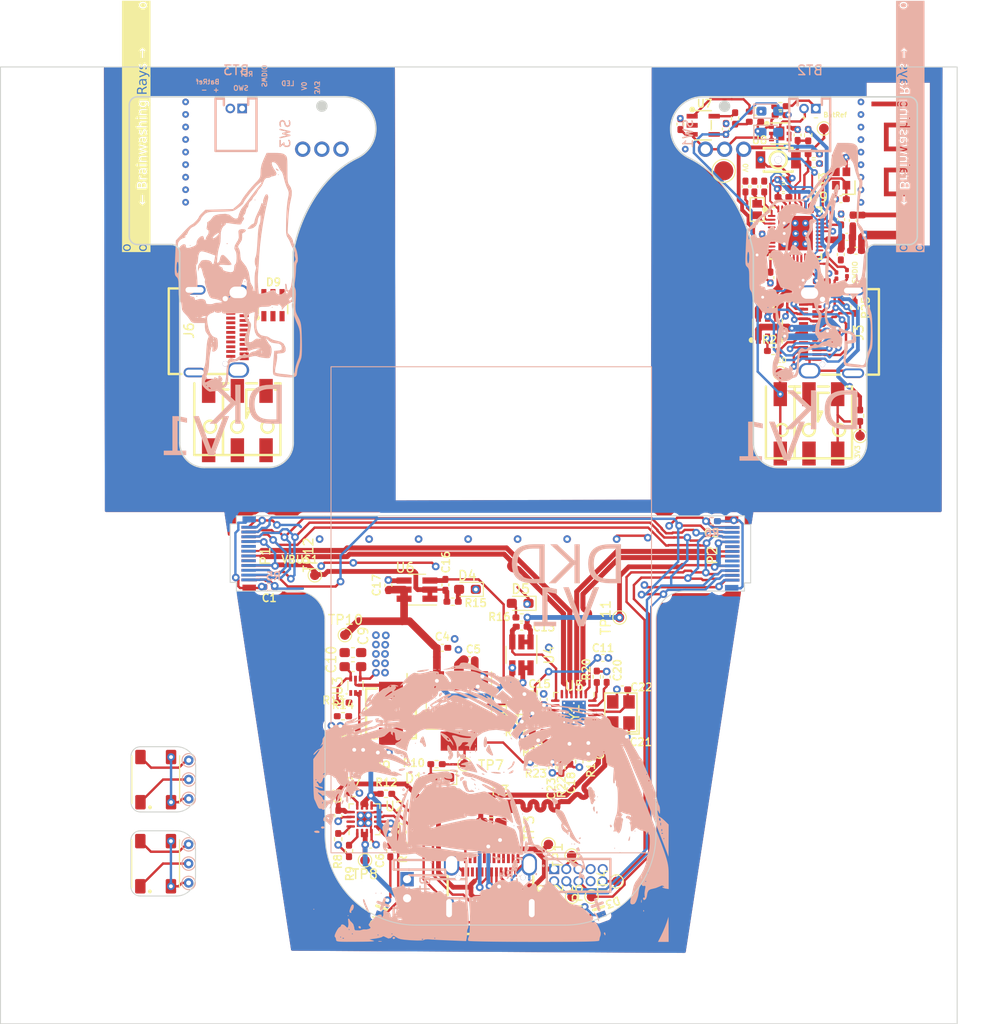
<source format=kicad_pcb>
(kicad_pcb (version 20221018) (generator pcbnew)
  (layers (0 "F.Cu" signal) (31 "B.Cu" signal) (34 "B.Paste" user) (35 "F.Paste" user) (36 "B.SilkS" user "B.Silkscreen") (37 "F.SilkS" user "F.Silkscreen") (38 "B.Mask" user) (39 "F.Mask" user) (44 "Edge.Cuts" user))
  (net 0 "")
  (footprint "TestPoint:TestPoint_Pad_D1.0mm" (layer "F.Cu") (at 151.326443 124.813557 90)
    (fp_text reference "TP3")
    (fp_text value "TestPoint")
  )
  (footprint "Capacitor_SMD:C_0402_1005Metric_Pad0.74x0.62mm_HandSolder" (layer "F.Cu") (at 174.530471 65.567882 90)
    (fp_text reference "C31" hide)
    (fp_text value "4.7u")
  )
  (footprint "Capacitor_SMD:C_0402_1005Metric_Pad0.74x0.62mm_HandSolder" (layer "F.Cu") (at 175.887971 55.287882 180)
    (fp_text reference "C34" hide)
    (fp_text value "1u")
  )
  (footprint "Capacitor_SMD:C_0402_1005Metric_Pad0.74x0.62mm_HandSolder" (layer "F.Cu") (at 171.920471 56.057882 -90)
    (fp_text reference "C32" hide)
    (fp_text value "8p")
  )
  (footprint "Inductor_SMD:L_0402_1005Metric_Pad0.77x0.64mm_HandSolder" (layer "F.Cu") (at 183.140471 59.615382 90)
    (fp_text reference "L3" hide)
    (fp_text value "2.2n")
  )
  (footprint "Resistor_SMD:R_0402_1005Metric_Pad0.72x0.64mm_HandSolder" (layer "F.Cu") (at 139.628943 116.423557)
    (fp_text reference "R10")
    (fp_text value "2k")
  )
  (footprint "Capacitor_SMD:C_0402_1005Metric_Pad0.74x0.62mm_HandSolder" (layer "F.Cu") (at 181.882971 52.987882 180)
    (fp_text reference "C40" hide)
    (fp_text value "12p")
  )
  (footprint "TestPoint:TestPoint_Pad_D1.0mm" (layer "F.Cu") (at 151.776443 130.273557 90)
    (fp_text reference "TP6")
    (fp_text value "TestPoint")
  )
  (footprint "Package_DFN_QFN:HVQFN-24-1EP_4x4mm_P0.5mm_EP2.5x2.5mm_ThermalVias" (layer "F.Cu") (at 153.98 111.0425 -90)
    (fp_text reference "U5")
    (fp_text value "USB2422T-I/MJ")
  )
  (footprint "easyeda2kicad:USB-C-SMD_TYPE-C-24P-GTJB-040" (layer "F.Cu") (at 120.016443 94.413557 -90)
    (fp_text reference "P1")
    (fp_text value "USB_C_Plug")
  )
  (footprint "Resistor_SMD:R_0402_1005Metric_Pad0.72x0.64mm_HandSolder" (layer "F.Cu") (at 150.2375 113.07)
    (fp_text reference "R17")
    (fp_text value "100")
  )
  (footprint "Resistor_SMD:R_0402_1005Metric_Pad0.72x0.64mm_HandSolder" (layer "F.Cu") (at 154.556943 116.145057 90)
    (fp_text reference "R19")
    (fp_text value "100")
  )
  (footprint "Capacitor_SMD:C_0402_1005Metric_Pad0.74x0.62mm_HandSolder" (layer "F.Cu") (at 151.736943 116.765057 90)
    (fp_text reference "C23")
    (fp_text value "1u")
  )
  (footprint "TestPoint:TestPoint_Pad_D1.0mm" (layer "F.Cu") (at 132.151231 126.476345 180)
    (fp_text reference "TP8")
    (fp_text value "TestPoint")
  )
  (footprint "easyeda2kicad:SOL320P540X170-4N" (layer "F.Cu") (at 110.28 118.04 90)
    (fp_text reference "D13" hide)
    (fp_text value "2758")
  )
  (footprint "Resistor_SMD:R_0402_1005Metric_Pad0.72x0.64mm_HandSolder" (layer "F.Cu") (at 130.481231 125.496345 90)
    (fp_text reference "R9")
    (fp_text value "10k")
  )
  (footprint "LED_SMD:LED_0603_1608Metric_Pad1.05x0.95mm_HandSolder" (layer "F.Cu") (at 148.371443 99.613557 180)
    (fp_text reference "D5")
    (fp_text value "BLUE LED")
  )
  (footprint "Resistor_SMD:R_0805_2012Metric_Pad1.20x1.40mm_HandSolder" (layer "F.Cu") (at 145.346443 122.743557 180)
    (fp_text reference "R2")
    (fp_text value "0R")
  )
  (footprint "Capacitor_SMD:C_0402_1005Metric_Pad0.74x0.62mm_HandSolder" (layer "F.Cu") (at 177.370471 50.667882 -90)
    (fp_text reference "C41" hide)
    (fp_text value "100n")
  )
  (footprint "easyeda2kicad:SOT-23-6_L2.9-W1.6-P0.95-LS2.8-BL" (layer "F.Cu") (at 174.230471 70.807882)
    (fp_text reference "D6")
    (fp_text value "USBLC6-2SC6_C2687116")
  )
  (footprint "easyeda2kicad:TYPE-C-SMD_C9900025773" (layer "F.Cu") (at 180.580471 71.247882 90)
    (fp_text reference "J3")
    (fp_text value "USB_C_Receptacle")
  )
  (footprint "Capacitor_SMD:C_0402_1005Metric_Pad0.74x0.62mm_HandSolder" (layer "F.Cu") (at 122.146443 97.903557 180)
    (fp_text reference "C1")
    (fp_text value "100n")
  )
  (footprint "TestPoint:TestPoint_Pad_D1.0mm" (layer "F.Cu") (at 126.906443 96.683557 90)
    (fp_text reference "TP12")
    (fp_text value "TestPoint")
  )
  (footprint "Capacitor_SMD:C_0603_1608Metric_Pad1.08x0.95mm_HandSolder" (layer "F.Cu") (at 130.888943 106.233557)
    (fp_text reference "C10")
    (fp_text value "22u")
  )
  (footprint "TestPoint:TestPoint_Pad_D2.0mm" (layer "F.Cu") (at 169.650471 54.417882)
    (fp_text reference "TP16" hide)
    (fp_text value "TestPoint")
  )
  (footprint "Capacitor_SMD:C_0402_1005Metric_Pad0.74x0.62mm_HandSolder" (layer "F.Cu") (at 159.046943 108.607557)
    (fp_text reference "C22")
    (fp_text value "18p")
  )
  (footprint "Capacitor_SMD:C_0603_1608Metric_Pad1.08x0.95mm_HandSolder" (layer "F.Cu") (at 130.888943 104.763557)
    (fp_text reference "C9")
    (fp_text value "22u")
  )
  (footprint "TestPoint:TestPoint_Pad_D1.0mm" (layer "F.Cu") (at 183.900471 82.117882)
    (fp_text reference "TP15" hide)
    (fp_text value "TestPoint")
  )
  (footprint "Resistor_SMD:R_0402_1005Metric_Pad0.72x0.64mm_HandSolder" (layer "F.Cu") (at 148.528943 101.093557 180)
    (fp_text reference "R16")
    (fp_text value "220")
  )
  (footprint "Resistor_SMD:R_0402_1005Metric_Pad0.72x0.64mm_HandSolder" (layer "F.Cu") (at 174.812971 73.237882)
    (fp_text reference "R24")
    (fp_text value "5k1")
  )
  (footprint "TestPoint:TestPoint_Pad_D1.0mm" (layer "F.Cu") (at 155.826443 130.273557 90)
    (fp_text reference "TP5")
    (fp_text value "TestPoint")
  )
  (footprint "Resistor_SMD:R_0201_0603Metric" (layer "F.Cu") (at 177.230471 64.817882 90)
    (fp_text reference "R32" hide)
    (fp_text value "NF")
  )
  (footprint "Capacitor_SMD:C_0402_1005Metric_Pad0.74x0.62mm_HandSolder" (layer "F.Cu") (at 181.920471 59.500382 90)
    (fp_text reference "C36" hide)
    (fp_text value "100p")
  )
  (footprint "TestPoint:TestPoint_Pad_D1.0mm" (layer "F.Cu") (at 158.756443 101.103557 90)
    (fp_text reference "TP11")
    (fp_text value "TestPoint")
  )
  (footprint "Capacitor_SMD:C_0402_1005Metric_Pad0.74x0.62mm_HandSolder" (layer "F.Cu") (at 181.892971 57.377882)
    (fp_text reference "C42" hide)
    (fp_text value "12p")
  )
  (footprint "easyeda2kicad:SOT-23-5_L3.0-W1.7-P0.95-LS2.8-BL" (layer "F.Cu") (at 167.497971 49.657882 -90)
    (fp_text reference "U7")
    (fp_text value "MCP73831T-2ACI/OT")
  )
  (footprint "Capacitor_SMD:C_0402_1005Metric_Pad0.74x0.62mm_HandSolder" (layer "F.Cu") (at 148.528943 102.053557)
    (fp_text reference "C13")
    (fp_text value "100n")
  )
  (footprint "Capacitor_SMD:C_0402_1005Metric_Pad0.74x0.62mm_HandSolder" (layer "F.Cu") (at 157.0225 105.32 180)
    (fp_text reference "C11")
    (fp_text value "100n")
  )
  (footprint "Capacitor_SMD:C_0402_1005Metric_Pad0.74x0.62mm_HandSolder" (layer "F.Cu") (at 179.902971 65.947882)
    (fp_text reference "C30" hide)
    (fp_text value "100n")
  )
  (footprint "RF_Antenna:Texas_SWRA117D_2.4GHz_Left" (layer "F.Cu") (at 184.380471 59.027882 -90)
    (fp_text reference "ANT1" hide)
    (fp_text value "~")
  )
  (footprint "easyeda2kicad:OTS3" (layer "F.Cu") (at 145.32 119.558337)
    (fp_text reference "G***" hide)
    (fp_text value "LOGO" hide)
  )
  (footprint "Resistor_SMD:R_0402_1005Metric_Pad0.72x0.64mm_HandSolder" (layer "F.Cu") (at 129.846443 111.413557)
    (fp_text reference "R14")
    (fp_text value "100k")
  )
  (footprint "Capacitor_SMD:C_0402_1005Metric_Pad0.74x0.62mm_HandSolder" (layer "F.Cu") (at 129.361231 121.816345 -90)
    (fp_text reference "C3")
    (fp_text value "1u")
  )
  (footprint "Capacitor_SMD:C_0402_1005Metric_Pad0.74x0.62mm_HandSolder" (layer "F.Cu") (at 181.890471 63.157882 -90)
    (fp_text reference "C35" hide)
    (fp_text value "1p")
  )
  (footprint "easyeda2kicad:SOL320P540X170-4N" (layer "F.Cu") (at 110.265786 126.825786 90)
    (fp_text reference "D12" hide)
    (fp_text value "2758")
  )
  (footprint "Resistor_SMD:R_0402_1005Metric_Pad0.72x0.64mm_HandSolder" (layer "F.Cu") (at 151.7575 114.15)
    (fp_text reference "R18")
    (fp_text value "100")
  )
  (footprint "Package_DFN_QFN:VQFN-16-1EP_3x3mm_P0.5mm_EP1.6x1.6mm" (layer "F.Cu") (at 132.094154 122.183557 90)
    (fp_text reference "U2")
    (fp_text value "BQ24073RGT")
  )
  (footprint "Resistor_SMD:R_0402_1005Metric_Pad0.72x0.64mm_HandSolder" (layer "F.Cu") (at 129.883943 109.993557 180)
    (fp_text reference "R13")
    (fp_text value "732")
  )
  (footprint "Capacitor_SMD:C_0402_1005Metric_Pad0.74x0.62mm_HandSolder" (layer "F.Cu") (at 148.078943 107.963557)
    (fp_text reference "C15")
    (fp_text value "4.7u")
  )
  (footprint "Capacitor_SMD:C_0402_1005Metric_Pad0.74x0.62mm_HandSolder" (layer "F.Cu") (at 134.781231 123.238845 90)
    (fp_text reference "C7")
    (fp_text value "4.7u")
  )
  (footprint "LED_SMD:LED_0603_1608Metric_Pad1.05x0.95mm_HandSolder" (layer "F.Cu") (at 142.861443 98.153557 180)
    (fp_text reference "D4")
    (fp_text value "BLUE LED")
  )
  (footprint "Inductor_SMD:L_0402_1005Metric_Pad0.77x0.64mm_HandSolder" (layer "F.Cu") (at 182.520471 61.317882)
    (fp_text reference "L2" hide)
    (fp_text value "4.7n")
  )
  (footprint "Resistor_SMD:R_0402_1005Metric_Pad0.72x0.64mm_HandSolder" (layer "F.Cu") (at 172.917971 49.287882)
    (fp_text reference "R29" hide)
    (fp_text value "220")
  )
  (footprint "Capacitor_SMD:C_0402_1005Metric_Pad0.74x0.62mm_HandSolder" (layer "F.Cu") (at 131.376443 113.211057 -90)
    (fp_text reference "C8")
    (fp_text value "10u")
  )
  (footprint "Capacitor_SMD:C_0402_1005Metric_Pad0.74x0.62mm_HandSolder" (layer "F.Cu") (at 140.236443 104.263557)
    (fp_text reference "C4")
    (fp_text value "2.2u")
  )
  (footprint "Resistor_SMD:R_0402_1005Metric_Pad0.72x0.64mm_HandSolder" (layer "F.Cu") (at 150.009443 116.227557 180)
    (fp_text reference "R23")
    (fp_text value "10k")
  )
  (footprint "Resistor_SMD:R_0402_1005Metric_Pad0.72x0.64mm_HandSolder" (layer "F.Cu") (at 179.062971 53.667882 180)
    (fp_text reference "R35" hide)
    (fp_text value "33k")
  )
  (footprint "Capacitor_SMD:C_0402_1005Metric_Pad0.74x0.62mm_HandSolder" (layer "F.Cu") (at 173.880471 56.057882 -90)
    (fp_text reference "C33" hide)
    (fp_text value "100n")
  )
  (footprint "TestPoint:TestPoint_Pad_D1.0mm" (layer "F.Cu") (at 153.746443 125.973557 90)
    (fp_text reference "TP1")
    (fp_text value "TestPoint")
  )
  (footprint "Capacitor_SMD:C_0402_1005Metric_Pad0.74x0.62mm_HandSolder" (layer "F.Cu") (at 153.616943 115.850057 90)
    (fp_text reference "C18")
    (fp_text value "100n")
  )
  (footprint "easyeda2kicad:CRYSTAL-SMD_L1.6-W1.0" (layer "F.Cu") (at 173.140471 58.457882 90)
    (fp_text reference "Y2" hide)
    (fp_text value " X161032768KLD2SI")
  )
  (footprint "TestPoint:TestPoint_Pad_D1.0mm" (layer "F.Cu") (at 158.456443 128.683557 90)
    (fp_text reference "TP4")
    (fp_text value "TestPoint")
  )
  (footprint "Resistor_SMD:R_0402_1005Metric_Pad0.72x0.64mm_HandSolder" (layer "F.Cu") (at 183.900471 80.010382 90)
    (fp_text reference "R36" hide)
    (fp_text value "470")
  )
  (footprint "Capacitor_SMD:C_0402_1005Metric_Pad0.74x0.62mm_HandSolder" (layer "F.Cu") (at 169.880471 50.040382 90)
    (fp_text reference "C26" hide)
    (fp_text value "10u")
  )
  (footprint "easyeda2kicad:CONN-SMD_2059-302" (layer "F.Cu") (at 120.310961 80.516879 -90)
    (fp_text reference "J8" hide)
    (fp_text value "Screw_Terminal_01x02")
  )
  (footprint "Capacitor_SMD:C_0402_1005Metric_Pad0.74x0.62mm_HandSolder" (layer "F.Cu") (at 175.887971 57.147882)
    (fp_text reference "C38" hide)
    (fp_text value "1u")
  )
  (footprint "Capacitor_SMD:C_0402_1005Metric_Pad0.74x0.62mm_HandSolder" (layer "F.Cu") (at 158.879443 113.627557)
    (fp_text reference "C21")
    (fp_text value "18p")
  )
  (footprint "Capacitor_SMD:C_0402_1005Metric_Pad0.74x0.62mm_HandSolder" (layer "F.Cu") (at 168.426443 91.023557)
    (fp_text reference "C2")
    (fp_text value "100n")
  )
  (footprint "easyeda2kicad:CONN-SMD_2059-302" (layer "F.Cu") (at 180.060471 80.857882 -90)
    (fp_text reference "J5" hide)
    (fp_text value "Screw_Terminal_01x02")
  )
  (footprint "easyeda2kicad:SideStuckLED" (layer "F.Cu") (at 157.00615 132.472449 -160)
    (fp_text reference "D3")
    (fp_text value "BLUE LED")
  )
  (footprint "Capacitor_SMD:C_0402_1005Metric_Pad0.74x0.62mm_HandSolder" (layer "F.Cu") (at 143.056443 105.543557)
    (fp_text reference "C5")
    (fp_text value "2.2u")
  )
  (footprint "easyeda2kicad:SOT-563_L1.6-W1.2-P0.50-LS1.6-BR" (layer "F.Cu") (at 131.156443 108.233557 -90)
    (fp_text reference "U3")
    (fp_text value "TPS61023DRLR")
  )
  (footprint "easyeda2kicad:SOT-23-6_L2.9-W1.6-P0.95-LS2.8-BL" (layer "F.Cu") (at 122.530961 68.456879)
    (fp_text reference "D9")
    (fp_text value "USBLC6-2SC6_C2687116")
  )
  (footprint "Resistor_SMD:R_0402_1005Metric_Pad0.72x0.64mm_HandSolder" (layer "F.Cu") (at 178.480471 50.687882 90)
    (fp_text reference "R37" hide)
    (fp_text value "2k")
  )
  (footprint "Resistor_SMD:R_0402_1005Metric_Pad0.72x0.64mm_HandSolder" (layer "F.Cu") (at 175.572971 47.66 180)
    (fp_text reference "R28" hide)
    (fp_text value "100")
  )
  (footprint "Resistor_SMD:R_0402_1005Metric_Pad0.72x0.64mm_HandSolder" (layer "F.Cu") (at 172.917971 48.217882 180)
    (fp_text reference "R26" hide)
    (fp_text value "2k")
  )
  (footprint "Resistor_SMD:R_0805_2012Metric_Pad1.20x1.40mm_HandSolder" (layer "F.Cu") (at 146.316443 120.823557 180)
    (fp_text reference "R3")
    (fp_text value "0R")
  )
  (footprint "Resistor_SMD:R_0402_1005Metric_Pad0.72x0.64mm_HandSolder" (layer "F.Cu") (at 170.840471 48.940382 -90)
    (fp_text reference "R27" hide)
    (fp_text value "4k99")
  )
  (footprint "Resistor_SMD:R_0402_1005Metric_Pad0.72x0.64mm_HandSolder" (layer "F.Cu") (at 156.38 107.2875 -90)
    (fp_text reference "R20")
    (fp_text value "12k")
  )
  (footprint "LED_SMD:LED_0603_1608Metric_Pad1.05x0.95mm_HandSolder" (layer "F.Cu") (at 140.081443 117.813557 180)
    (fp_text reference "D1")
    (fp_text value "LED")
  )
  (footprint "Capacitor_SMD:C_0402_1005Metric_Pad0.74x0.62mm_HandSolder" (layer "F.Cu") (at 140.556443 97.683557 -90)
    (fp_text reference "C16")
    (fp_text value "100n")
  )
  (footprint "easyeda2kicad:TYPE-C-SMD_C9900025773" (layer "F.Cu") (at 145.261443 128.881057)
    (fp_text reference "J1")
    (fp_text value "USB_C_Receptacle")
  )
  (footprint "easyeda2kicad:CRYSTAL-SMD_4P-L2.0-W1.6-BL" (layer "F.Cu") (at 181.920471 55.217882 90)
    (fp_text reference "Y3")
    (fp_text value "XL7EL89CKI-111YLC-32M ")
  )
  (footprint "Capacitor_SMD:C_0402_1005Metric_Pad0.74x0.62mm_HandSolder" (layer "F.Cu") (at 150.219443 111.227557)
    (fp_text reference "C14")
    (fp_text value "1u")
  )
  (footprint "Capacitor_SMD:C_0402_1005Metric_Pad0.74x0.62mm_HandSolder" (layer "F.Cu") (at 165.120471 49.532882 90)
    (fp_text reference "C24" hide)
    (fp_text value "10u")
  )
  (footprint "Resistor_SMD:R_0402_1005Metric_Pad0.72x0.64mm_HandSolder" (layer "F.Cu") (at 183.320471 68.715382 -90)
    (fp_text reference "R25")
    (fp_text value "5k1")
  )
  (footprint "Resistor_SMD:R_0402_1005Metric_Pad0.72x0.64mm_HandSolder" (layer "F.Cu") (at 141.308943 99.443557)
    (fp_text reference "R15")
    (fp_text value "220")
  )
  (footprint "Resistor_SMD:R_0201_0603Metric" (layer "F.Cu") (at 177.980471 65.277882 -90)
    (fp_text reference "R30" hide)
    (fp_text value "NF")
  )
  (footprint "Capacitor_SMD:C_0402_1005Metric_Pad0.74x0.62mm_HandSolder" (layer "F.Cu") (at 183.480471 62.767882)
    (fp_text reference "C37" hide)
    (fp_text value "1.2p")
  )
  (footprint "easyeda2kicad:QFN-40_L5.0-W5.0-P0.40-TL-EP3.6" (layer "F.Cu") (at 177.160638 60.927882)
    (fp_text reference "U9")
    (fp_text value "NRF52833-QDAA-R7")
  )
  (footprint "Resistor_SMD:R_0402_1005Metric_Pad0.72x0.64mm_HandSolder" (layer "F.Cu") (at 129.351231 124.263845 -90)
    (fp_text reference "R8")
    (fp_text value "1.78k")
  )
  (footprint "Resistor_SMD:R_0201_0603Metric" (layer "F.Cu") (at 182.530471 65.107882 -90)
    (fp_text reference "R31" hide)
    (fp_text value "NF")
  )
  (footprint "Capacitor_SMD:C_0402_1005Metric_Pad0.74x0.62mm_HandSolder" (layer "F.Cu") (at 134.596443 97.7175 -90)
    (fp_text reference "C17")
    (fp_text value "4.7u")
  )
  (footprint "Capacitor_SMD:C_0402_1005Metric_Pad0.74x0.62mm_HandSolder" (layer "F.Cu") (at 157.41 107.3075 -90)
    (fp_text reference "C20")
    (fp_text value "100n")
  )
  (footprint "Resistor_SMD:R_0402_1005Metric_Pad0.72x0.64mm_HandSolder" (layer "F.Cu") (at 152.676943 116.795057 90)
    (fp_text reference "R22")
    (fp_text value "10k")
  )
  (footprint "easyeda2kicad:IND-SMD_L5.2-W5.2_YSPI0530" (layer "F.Cu") (at 134.866443 111.113557 90)
    (fp_text reference "L1")
    (fp_text value "4.7u")
  )
  (footprint "TestPoint:TestPoint_Pad_D1.0mm" (layer "F.Cu") (at 175.530471 75.567882)
    (fp_text reference "TP14" hide)
    (fp_text value "TestPoint")
  )
  (footprint "Package_TO_SOT_SMD:SOT-23-6_Handsoldering" (layer "F.Cu") (at 148.501443 105.003557 -90)
    (fp_text reference "U4")
    (fp_text value "SIP32509DT-T1-GE3")
  )
  (footprint "easyeda2kicad:CRYSTAL-SMD_4P-L3.2-W2.5-BL" (layer "F.Cu") (at 158.896943 111.017557 90)
    (fp_text reference "Y1")
    (fp_text value "X322524MOB4SI")
  )
  (footprint "TestPoint:TestPoint_Pad_D1.0mm" (layer "F.Cu") (at 180.120471 49.987882)
    (fp_text reference "TP9" hide)
    (fp_text value "TestPoint")
  )
  (footprint "Resistor_SMD:R_0402_1005Metric_Pad0.72x0.64mm_HandSolder" (layer "F.Cu") (at 130.968731 119.436345)
    (fp_text reference "R7")
    (fp_text value "1.18k")
  )
  (footprint "TestPoint:TestPoint_Pad_D1.0mm" (layer "F.Cu") (at 133.496443 115.213557 180)
    (fp_text reference "TP9")
    (fp_text value "TestPoint")
  )
  (footprint "easyeda2kicad:KEY-SMD_L3.0-W2.5-LS4.0" (layer "F.Cu") (at 175.340471 53.267882 180)
    (fp_text reference "SW2" hide)
    (fp_text value "SW_DIP_x01")
  )
  (footprint "easyeda2kicad:WDFN-6_L2.0-W2.0-P0.65-BL-EP" (layer "F.Cu") (at 175.560471 50.507882 -90)
    (fp_text reference "U8")
    (fp_text value "XB6096I2SV")
  )
  (footprint "Capacitor_SMD:C_0402_1005Metric_Pad0.74x0.62mm_HandSolder" (layer "F.Cu") (at 132.738731 124.836345)
    (fp_text reference "C6")
    (fp_text value "4.7u")
  )
  (footprint "Capacitor_SMD:C_0402_1005Metric_Pad0.74x0.62mm_HandSolder" (layer "F.Cu") (at 173.590471 64.827882 90)
    (fp_text reference "C29" hide)
    (fp_text value "4.7u")
  )
  (footprint "TestPoint:TestPoint_Pad_D1.0mm" (layer "F.Cu") (at 130.046443 102.933557 180)
    (fp_text reference "TP10")
    (fp_text value "TestPoint")
  )
  (footprint "Resistor_SMD:R_0201_0603Metric" (layer "F.Cu") (at 181.430471 65.367882 90)
    (fp_text reference "R33" hide)
    (fp_text value "NF")
  )
  (footprint "Package_TO_SOT_SMD:SOT-223-3_TabPin2" (layer "F.Cu") (at 141.966443 110.863557 -90)
    (fp_text reference "U1")
    (fp_text value "AMS1117-3.3")
  )
  (footprint "easyeda2kicad:CONN-SMD_custom1" (layer "F.Cu") (at 114.310961 80.516879 -90)
    (fp_text reference "J7" hide)
    (fp_text value "Screw_Terminal_01x01")
  )
  (footprint "easyeda2kicad:SideStuckLED" (layer "F.Cu") (at 133.606736 132.462449 160)
    (fp_text reference "D2")
    (fp_text value "BLUE RED")
  )
  (footprint "easyeda2kicad:CONN-SMD_custom1" (layer "F.Cu") (at 174.060471 80.857882 -90)
    (fp_text reference "J4" hide)
    (fp_text value "Screw_Terminal_01x01")
  )
  (footprint "Resistor_SMD:R_0402_1005Metric_Pad0.72x0.64mm_HandSolder" (layer "F.Cu") (at 134.801231 125.503845 90)
    (fp_text reference "R11")
    (fp_text value "1.18k")
  )
  (footprint "Resistor_SMD:R_0402_1005Metric_Pad0.72x0.64mm_HandSolder" (layer "F.Cu") (at 134.353731 119.526345 180)
    (fp_text reference "R12")
    (fp_text value "1.18k")
  )
  (footprint "easyeda2kicad:TYPE-C-SMD_C9900025773" (layer "F.Cu") (at 116.930961 71.176879 -90)
    (fp_text reference "J6")
    (fp_text value "USB_C_Receptacle")
  )
  (footprint "TestPoint:TestPoint_Pad_D1.0mm" (layer "F.Cu") (at 142.556443 116.443557 180)
    (fp_text reference "TP7")
    (fp_text value "TestPoint")
  )
  (footprint "Resistor_SMD:R_0402_1005Metric_Pad0.72x0.64mm_HandSolder" (layer "F.Cu") (at 179.062971 52.667882)
    (fp_text reference "R34" hide)
    (fp_text value "100k")
  )
  (footprint "Capacitor_SMD:C_0402_1005Metric_Pad0.74x0.62mm_HandSolder" (layer "F.Cu") (at 175.592971 48.597882)
    (fp_text reference "C25" hide)
    (fp_text value "100n")
  )
  (footprint "Resistor_SMD:R_0402_1005Metric_Pad0.72x0.64mm_HandSolder" (layer "F.Cu") (at 151.769443 115.097557 180)
    (fp_text reference "R21")
    (fp_text value "10k")
  )
  (footprint "Capacitor_SMD:C_0402_1005Metric_Pad0.74x0.62mm_HandSolder" (layer "F.Cu") (at 155.496943 114.78 90)
    (fp_text reference "C19")
    (fp_text value "100n")
  )
  (footprint "Capacitor_SMD:C_0402_1005Metric_Pad0.74x0.62mm_HandSolder" (layer "F.Cu") (at 150.826943 109.650057 -90)
    (fp_text reference "C12")
    (fp_text value "1u")
  )
  (footprint "Capacitor_SMD:C_0402_1005Metric_Pad0.74x0.62mm_HandSolder" (layer "F.Cu") (at 175.887971 56.217882)
    (fp_text reference "C39" hide)
    (fp_text value "NC")
  )
  (footprint "Resistor_SMD:R_0402_1005Metric_Pad0.72x0.64mm_HandSolder" (layer "F.Cu") (at 143.648943 124.263557)
    (fp_text reference "R1")
    (fp_text value "5k1")
  )
  (footprint "Capacitor_SMD:C_0402_1005Metric_Pad0.74x0.62mm_HandSolder" (layer "F.Cu") (at 172.850471 56.057882 -90)
    (fp_text reference "C27" hide)
    (fp_text value "8p")
  )
  (footprint "easyeda2kicad:USB-C-SMD_TYPE-C-24P-GTJB-040" (layer "F.Cu") (at 170.508943 94.443557 90)
    (fp_text reference "P2")
    (fp_text value "USB_C_Plug")
  )
  (footprint "TestPoint:TestPoint_Pad_D1.0mm" (layer "F.Cu") (at 153.796443 130.273557 90)
    (fp_text reference "TP2")
    (fp_text value "TestPoint")
  )
  (footprint "Capacitor_SMD:C_0402_1005Metric_Pad0.74x0.62mm_HandSolder" (layer "F.Cu") (at 173.670471 61.597882 -90)
    (fp_text reference "C28" hide)
    (fp_text value "4.7u")
  )
  (footprint "Package_TO_SOT_SMD:SOT-23-6_Handsoldering" (layer "F.Cu") (at 137.586443 98.183557 180)
    (fp_text reference "U6")
    (fp_text value "SIP32509DT-T1-GE3")
  )
  (footprint "CustomPads:OT2" (layer "B.Cu") (at 178.768622 63.775111 180)
    (fp_text reference "G***" hide)
    (fp_text value "LOGO" hide)
  )
  (footprint "LED_SMD:LED_0603_1608Metric_Pad1.05x0.95mm_HandSolder" (layer "B.Cu") (at 174.465471 48.177882)
    (fp_text reference "D7" hide)
    (fp_text value "RED LED")
  )
  (footprint "Resistor_SMD:R_0402_1005Metric_Pad0.72x0.64mm_HandSolder" (layer "B.Cu") (at 146.906443 129.153557 180)
    (fp_text reference "R4")
    (fp_text value "5k1")
  )
  (footprint "TestPoint:TestPoint_THTPad_D1.0mm_Drill0.5mm" (layer "B.Cu") (at 113.715786 124.805786 180)
    (fp_text reference "TP24" hide)
    (fp_text value "TestPoint")
  )
  (footprint "TestPoint:TestPoint_THTPad_D1.0mm_Drill0.5mm" (layer "B.Cu") (at 113.73 116.02 180)
    (fp_text reference "TP24" hide)
    (fp_text value "TestPoint")
  )
  (footprint "easyeda2kicad:CONN-TH_530480210" (layer "B.Cu") (at 178.660471 47.907882 180)
    (fp_text reference "BT2")
    (fp_text value "Battery")
  )
  (footprint "easyeda2kicad:CONN-TH_530480210" (layer "B.Cu") (at 118.690961 47.896879 180)
    (fp_text reference "BT3")
    (fp_text value "Battery")
  )
  (footprint "Resistor_SMD:R_0402_1005Metric_Pad0.72x0.64mm_HandSolder" (layer "B.Cu") (at 122.146443 97.903557)
    (fp_text reference "R5")
    (fp_text value "1k")
  )
  (footprint "easyeda2kicad:HDR-TH_10P-P1.27-V-M-R2-C5-S1.27-1" (layer "B.Cu") (at 154.463943 128.028557)
    (fp_text reference "J4")
    (fp_text value "Conn_01x10_Socket")
  )
  (footprint "TestPoint:TestPoint_THTPad_D1.0mm_Drill0.5mm" (layer "B.Cu") (at 113.715786 126.815786 180)
    (fp_text reference "TP25" hide)
    (fp_text value "TestPoint")
  )
  (footprint "CustomPads:OT2" (layer "B.Cu") (at 119.120961 64.816879 180)
    (fp_text reference "G***" hide)
    (fp_text value "LOGO" hide)
  )
  (footprint "TestPoint:TestPoint_THTPad_D1.0mm_Drill0.5mm" (layer "B.Cu") (at 113.715786 128.835786 180)
    (fp_text reference "TP23" hide)
    (fp_text value "TestPoint")
  )
  (footprint "easyeda2kicad:CONN-TH_S2B-PH-K-S-LF-SN" (layer "B.Cu") (at 145.35 128.34)
    (fp_text reference "BT1")
    (fp_text value "Battery")
  )
  (footprint "Resistor_SMD:R_0402_1005Metric_Pad0.72x0.64mm_HandSolder" (layer "B.Cu") (at 168.388943 91.033557 180)
    (fp_text reference "R6")
    (fp_text value "1k")
  )
  (footprint "LED_SMD:LED_0603_1608Metric_Pad1.05x0.95mm_HandSolder" (layer "B.Cu") (at 174.465471 50.387882)
    (fp_text reference "D8" hide)
    (fp_text value "BLUE LED")
  )
  (footprint "easyeda2kicad:SW-TH_TK-6580B-1" (layer "B.Cu") (at 169.737971 52.160382)
    (fp_text reference "SW1")
    (fp_text value "TK-6580B-1")
    (fp_circle (center 0 -4.5) (end 0.6 -4.5) (fill solid) (layer "Edge.Cuts"))
  )
  (footprint "TestPoint:TestPoint_THTPad_D1.0mm_Drill0.5mm" (layer "B.Cu") (at 113.73 120.05 180)
    (fp_text reference "TP26" hide)
    (fp_text value "TestPoint")
  )
  (footprint "easyeda2kicad:SW-TH_TK-6580B-1" (layer "B.Cu") (at 127.643224 52.152146)
    (fp_text reference "SW3")
    (fp_text value "TK-6580B-1")
    (fp_circle (center 0 -4.5) (end 0.6 -4.5) (fill solid) (layer "Edge.Cuts"))
  )
  (footprint "TestPoint:TestPoint_THTPad_D1.0mm_Drill0.5mm" (layer "B.Cu") (at 113.73 118.03 180)
    (fp_text reference "TP25" hide)
    (fp_text value "TestPoint")
  )
  (gr_arc (start 112.45 114.6) (mid 113.864214 115.185786) (end 114.45 116.6) (stroke (width 0.1)) (layer "Edge.Cuts"))
  (gr_line (start 175.320471 85.430752) (end 182.027113 85.430752) (stroke (width 0.16)) (layer "Edge.Cuts"))
  (gr_arc (start 137.480677 133.243557) (mid 130.765222 130.46309) (end 127.980678 123.749325) (stroke (width 0.1)) (layer "Edge.Cuts"))
  (gr_line (start 172.743001 62.927882) (end 172.743001 82.852394) (stroke (width 0.16)) (layer "Edge.Cuts"))
  (gr_rect (start 94.05 43.56) (end 194.05 143.56) (stroke (width 0.1)) (fill none) (layer "Edge.Cuts"))
  (gr_line (start 115.363616 85.422516) (end 122.070258 85.422516) (stroke (width 0.16)) (layer "Edge.Cuts"))
  (gr_arc (start 162.566443 123.743557) (mid 159.783959 130.461073) (end 153.066443 133.243557) (stroke (width 0.1)) (layer "Edge.Cuts"))
  (gr_line (start 172.461443 97.483557) (end 172.461443 91.383557) (stroke (width 0.1)) (layer "Edge.Cuts"))
  (gr_line (start 112.785258 82.845046) (end 112.785258 62.977923) (stroke (width 0.16)) (layer "Edge.Cuts"))
  (gr_line (start 184.605471 62.986159) (end 184.605471 82.853282) (stroke (width 0.16)) (layer "Edge.Cuts"))
  (gr_arc (start 189.020471 46.687881) (mid 189.628741 46.939844) (end 189.880704 47.548114) (stroke (width 0.16)) (layer "Edge.Cuts"))
  (gr_line (start 118.061443 91.323557) (end 118.061443 97.423557) (stroke (width 0.1)) (layer "Edge.Cuts"))
  (gr_line (start 108.370258 46.679645) (end 129.925724 46.669647) (stroke (width 0.16)) (layer "Edge.Cuts"))
  (gr_line (start 162.566443 90.473557) (end 171.811443 90.473557) (stroke (width 0.1)) (layer "Edge.Cuts"))
  (gr_arc (start 115.363616 85.422516) (mid 113.540586 84.667816) (end 112.785258 82.845046) (stroke (width 0.16)) (layer "Edge.Cuts"))
  (gr_arc (start 114.435786 128.205786) (mid 113.85 129.62) (end 112.435786 130.205786) (stroke (width 0.1)) (layer "Edge.Cuts"))
  (gr_arc (start 108.69 121.42) (mid 107.982893 121.127107) (end 107.69 120.42) (stroke (width 0.1)) (layer "Edge.Cuts"))
  (gr_line (start 162.566443 90.473557) (end 127.956443 90.473557) (stroke (width 0.1)) (layer "Edge.Cuts"))
  (gr_line (start 127.956443 90.473557) (end 118.711443 90.473557) (stroke (width 0.1)) (layer "Edge.Cuts"))
  (gr_arc (start 112.435786 123.385786) (mid 113.85 123.971572) (end 114.435786 125.385786) (stroke (width 0.1)) (layer "Edge.Cuts"))
  (gr_line (start 118.711443 97.423557) (end 118.711443 98.333557) (stroke (width 0.1)) (layer "Edge.Cuts"))
  (gr_line (start 107.675786 129.205786) (end 107.675786 124.385786) (stroke (width 0.1)) (layer "Edge.Cuts"))
  (gr_line (start 118.711443 90.473557) (end 118.711443 91.323557) (stroke (width 0.1)) (layer "Edge.Cuts"))
  (gr_line (start 111.925025 62.11769) (end 108.370258 62.119646) (stroke (width 0.16)) (layer "Edge.Cuts"))
  (gr_line (start 167.465005 46.677883) (end 189.020471 46.687881) (stroke (width 0.16)) (layer "Edge.Cuts"))
  (gr_arc (start 124.959302 98.333557) (mid 127.079597 99.211239) (end 127.959301 101.330696) (stroke (width 0.1)) (layer "Edge.Cuts"))
  (gr_line (start 162.566443 101.333557) (end 162.566443 123.743557) (stroke (width 0.1)) (layer "Edge.Cuts"))
  (gr_line (start 118.061443 97.423557) (end 118.711443 97.423557) (stroke (width 0.1)) (layer "Edge.Cuts"))
  (gr_arc (start 124.647728 82.844158) (mid 123.893017 84.667178) (end 122.070258 85.422516) (stroke (width 0.16)) (layer "Edge.Cuts"))
  (gr_arc (start 184.605471 82.853282) (mid 183.850123 84.676031) (end 182.027113 85.430752) (stroke (width 0.16)) (layer "Edge.Cuts"))
  (gr_arc (start 129.925724 46.669647) (mid 133.209163 49.299262) (end 131.349901 53.072721) (stroke (width 0.16)) (layer "Edge.Cuts"))
  (gr_line (start 108.675786 123.385786) (end 112.435786 123.385786) (stroke (width 0.1)) (layer "Edge.Cuts"))
  (gr_line (start 124.959302 98.333557) (end 118.711443 98.333557) (stroke (width 0.1)) (layer "Edge.Cuts"))
  (gr_arc (start 189.880704 61.267649) (mid 189.628764 61.875942) (end 189.020471 62.127882) (stroke (width 0.16)) (layer "Edge.Cuts"))
  (gr_arc (start 175.320471 85.430752) (mid 173.497728 84.675397) (end 172.743001 82.852394) (stroke (width 0.16)) (layer "Edge.Cuts"))
  (gr_line (start 107.69 120.42) (end 107.69 115.6) (stroke (width 0.1)) (layer "Edge.Cuts"))
  (gr_arc (start 107.675786 124.385786) (mid 107.968679 123.678679) (end 108.675786 123.385786) (stroke (width 0.1)) (layer "Edge.Cuts"))
  (gr_line (start 124.647728 82.844158) (end 124.647728 62.919646) (stroke (width 0.16)) (layer "Edge.Cuts"))
  (gr_line (start 112.45 121.42) (end 108.69 121.42) (stroke (width 0.1)) (layer "Edge.Cuts"))
  (gr_arc (start 108.370258 62.119646) (mid 107.761947 61.867724) (end 107.510025 61.259413) (stroke (width 0.16)) (layer "Edge.Cuts"))
  (gr_line (start 127.980678 123.749325) (end 127.959301 101.330696) (stroke (width 0.1)) (layer "Edge.Cuts"))
  (gr_line (start 189.880704 61.267649) (end 189.880704 47.548114) (stroke (width 0.16)) (layer "Edge.Cuts"))
  (gr_line (start 108.69 114.6) (end 112.45 114.6) (stroke (width 0.1)) (layer "Edge.Cuts"))
  (gr_arc (start 107.510025 47.539878) (mid 107.761981 46.931601) (end 108.370258 46.679645) (stroke (width 0.16)) (layer "Edge.Cuts"))
  (gr_line (start 114.435786 125.385786) (end 114.435786 128.205786) (stroke (width 0.1)) (layer "Edge.Cuts"))
  (gr_line (start 114.45 116.6) (end 114.45 119.42) (stroke (width 0.1)) (layer "Edge.Cuts"))
  (gr_line (start 153.066443 133.243557) (end 137.480677 133.243557) (stroke (width 0.1)) (layer "Edge.Cuts"))
  (gr_line (start 107.510025 47.539878) (end 107.510025 61.259413) (stroke (width 0.16)) (layer "Edge.Cuts"))
  (gr_line (start 171.811443 97.483557) (end 172.461443 97.483557) (stroke (width 0.1)) (layer "Edge.Cuts"))
  (gr_line (start 171.811443 91.383557) (end 171.811443 90.473557) (stroke (width 0.1)) (layer "Edge.Cuts"))
  (gr_line (start 172.461443 91.383557) (end 171.811443 91.383557) (stroke (width 0.1)) (layer "Edge.Cuts"))
  (gr_arc (start 166.040828 53.080957) (mid 164.181612 49.307509) (end 167.465005 46.677883) (stroke (width 0.16)) (layer "Edge.Cuts"))
  (gr_arc (start 162.566443 101.333557) (mid 163.445153 99.212267) (end 165.566443 98.333557) (stroke (width 0.1)) (layer "Edge.Cuts"))
  (gr_line (start 165.566443 98.333557) (end 171.811443 98.333557) (stroke (width 0.1)) (layer "Edge.Cuts"))
  (gr_line (start 112.435786 130.205786) (end 108.675786 130.205786) (stroke (width 0.1)) (layer "Edge.Cuts"))
  (gr_arc (start 114.45 119.42) (mid 113.864214 120.834214) (end 112.45 121.42) (stroke (width 0.1)) (layer "Edge.Cuts"))
  (gr_line (start 189.020471 62.127882) (end 185.465704 62.125926) (stroke (width 0.16)) (layer "Edge.Cuts"))
  (gr_curve (pts (xy 172.743001 62.927882) (xy 172.080471 59.297882) (xy 169.880471 54.967882) (xy 166.040828 53.080957)) (stroke (width 0.16)) (layer "Edge.Cuts"))
  (gr_arc (start 111.925025 62.11769) (mid 112.533281 62.369667) (end 112.785258 62.977923) (stroke (width 0.16)) (layer "Edge.Cuts"))
  (gr_line (start 171.811443 98.333557) (end 171.811443 97.483557) (stroke (width 0.1)) (layer "Edge.Cuts"))
  (gr_arc (start 107.69 115.6) (mid 107.982893 114.892893) (end 108.69 114.6) (stroke (width 0.1)) (layer "Edge.Cuts"))
  (gr_arc (start 184.605471 62.986159) (mid 184.857446 62.377901) (end 185.465704 62.125926) (stroke (width 0.16)) (layer "Edge.Cuts"))
  (gr_line (start 118.711443 91.323557) (end 118.061443 91.323557) (stroke (width 0.1)) (layer "Edge.Cuts"))
  (gr_arc (start 108.675786 130.205786) (mid 107.968679 129.912893) (end 107.675786 129.205786) (stroke (width 0.1)) (layer "Edge.Cuts"))
  (gr_curve (pts (xy 124.647728 62.919646) (xy 125.310258 59.289646) (xy 127.510258 54.959646) (xy 131.349901 53.072721)) (stroke (width 0.16)) (layer "Edge.Cuts"))
  (gr_text "0V" (at 125.800961 45.556879 90) (layer "B.SilkS") (effects (font (size 0.5 0.5) (thickness 0.1) bold) (justify mirror)))
  (gr_text "DKD" (at 159.46 98.2) (layer "B.SilkS") (effects (font (size 4 4)) (justify left bottom mirror)))
  (gr_text "V1" (at 117.990961 84.806879) (layer "B.SilkS") (effects (font (size 4 4)) (justify left bottom mirror)))
  (gr_text "-" (at 115.340961 45.946879) (layer "B.SilkS") (effects (font (size 0.5 0.5) (thickness 0.1) bold) (justify mirror)))
  (gr_text "DK" (at 124.000961 81.526879) (layer "B.SilkS") (effects (font (size 4 4)) (justify left bottom mirror)))
  (gr_text "o     \no         ← Brainwashing Rays →         o" (at 187.890471 62.882131 -90) (layer "B.SilkS" knockout) (effects (font (size 1 1)) (justify left bottom mirror)))
  (gr_text "SWDIO" (at 121.610961 44.506879 -90) (layer "B.SilkS") (effects (font (size 0.5 0.5) (thickness 0.1) bold) (justify mirror)))
  (gr_text "BatRef" (at 115.710961 45.116879) (layer "B.SilkS") (effects (font (size 0.5 0.5) (thickness 0.1) bold) (justify mirror)))
  (gr_text "3V3" (at 127.120961 45.726879 -90) (layer "B.SilkS") (effects (font (size 0.5 0.5) (thickness 0.1) bold) (justify mirror)))
  (gr_text "+" (at 116.590961 45.946879) (layer "B.SilkS") (effects (font (size 0.5 0.5) (thickness 0.1) bold) (justify mirror)))
  (gr_text "DK" (at 184.180471 82.107882) (layer "B.SilkS") (effects (font (size 4 4)) (justify left bottom mirror)))
  (gr_text "RST" (at 119.770961 44.306879) (layer "B.SilkS") (effects (font (size 0.5 0.5) (thickness 0.1) bold) (justify mirror)))
  (gr_text "LED" (at 124.090961 45.286879) (layer "B.SilkS") (effects (font (size 0.5 0.5) (thickness 0.1) bold) (justify mirror)))
  (gr_text "SWO" (at 119.180961 45.776879) (layer "B.SilkS") (effects (font (size 0.5 0.5) (thickness 0.1) bold) (justify mirror)))
  (gr_text "V1" (at 156.66 102.69) (layer "B.SilkS") (effects (font (size 4 4)) (justify left bottom mirror)))
  (gr_text "V1" (at 178.170471 85.387882) (layer "B.SilkS") (effects (font (size 4 4)) (justify left bottom mirror)))
  (gr_text "o     \no         ← Brainwashing Rays →         o" (at 109.500258 62.873895 90) (layer "F.SilkS" knockout) (effects (font (size 1 1)) (justify left bottom)))
  (gr_text "SWDIO" (at 183.370471 65.027882 90) (layer "F.SilkS") (effects (font (size 0.5 0.5) (thickness 0.1) bold)))
  (gr_text "VBUS1\n" (at 123.33 95.51) (layer "F.SilkS") (effects (font (size 0.8 0.8) (thickness 0.15) bold) (justify left bottom)))
  (gr_text "0V" (at 171.900471 54.087882 270) (layer "F.SilkS") (effects (font (size 0.5 0.5) (thickness 0.1) bold)))
  (gr_text "RST" (at 176.160471 64.477882) (layer "F.SilkS") (effects (font (size 0.5 0.5) (thickness 0.1) bold)))
  (gr_text "BatRef" (at 181.300471 48.567882) (layer "F.SilkS") (effects (font (size 0.5 0.5) (thickness 0.1) bold)))
  (gr_text "-" (at 179.290471 48.837882) (layer "F.SilkS") (effects (font (size 0.5 0.5) (thickness 0.1) bold)))
  (gr_text "SWO" (at 176.750471 65.947882) (layer "F.SilkS") (effects (font (size 0.5 0.5) (thickness 0.1) bold)))
  (gr_text "LED" (at 175.530471 74.217882) (layer "F.SilkS") (effects (font (size 0.5 0.5) (thickness 0.1) bold)))
  (gr_text "+" (at 178.040471 48.837882) (layer "F.SilkS") (effects (font (size 0.5 0.5) (thickness 0.1) bold)))
  (gr_text "3V3" (at 183.640471 83.797882 90) (layer "F.SilkS") (effects (font (size 0.5 0.5) (thickness 0.1) bold)))
  (segment (start 173.550066 50.942882) (end 173.945471 50.547477) (width 0.25) (layer "F.Cu") (net 0))
  (segment (start 122.367353 96.368557) (end 122.478924 96.480128) (width 0.25) (layer "F.Cu") (net 0))
  (segment (start 181.743996 69.298209) (end 183.260798 69.298209) (width 0.25) (layer "F.Cu") (net 0))
  (segment (start 158.571443 128.658557) (end 157.003943 128.658557) (width 0.25) (layer "F.Cu") (net 0))
  (segment (start 177.760638 64.738049) (end 177.980471 64.957882) (width 0.2) (layer "F.Cu") (net 0))
  (segment (start 154.93 101.43643) (end 154.93 101.466) (width 0.528) (layer "F.Cu") (net 0))
  (segment (start 150.47 114.15) (end 150.26 113.94) (width 0.25) (layer "F.Cu") (net 0))
  (segment (start 147.891443 127.661057) (end 148.661443 126.891057) (width 0.25) (layer "F.Cu") (net 0))
  (segment (start 173.945471 50.052882) (end 174.140471 49.857882) (width 0.25) (layer "F.Cu") (net 0))
  (segment (start 165.17287 95.802757) (end 159.723686 95.802757) (width 0.5) (layer "F.Cu") (net 0))
  (segment (start 143.226362 130.049155) (end 143.226362 129.34327) (width 0.5) (layer "F.Cu") (net 0))
  (segment (start 151.674716 131.338557) (end 155.116443 131.338557) (width 0.25) (layer "F.Cu") (net 0))
  (segment (start 136.236443 98.183557) (end 134.641443 98.183557) (width 0.8) (layer "F.Cu") (net 0))
  (segment (start 153.193943 126.946057) (end 153.806443 126.333557) (width 0.25) (layer "F.Cu") (net 0))
  (segment (start 139.256443 127.999615) (end 141.317794 130.060966) (width 0.25) (layer "F.Cu") (net 0))
  (segment (start 174.660638 62.327882) (end 174.060638 62.327882) (width 0.2) (layer "F.Cu") (net 0))
  (segment (start 132.769154 122.853435) (end 132.501231 122.585512) (width 0.2) (layer "F.Cu") (net 0))
  (segment (start 121.116839 92.638557) (end 121.336839 92.418557) (width 0.25) (layer "F.Cu") (net 0))
  (segment (start 149.096443 102.053557) (end 149.331443 102.053557) (width 0.5) (layer "F.Cu") (net 0))
  (segment (start 149.246443 99.613557) (end 149.176443 99.613557) (width 0.25) (layer "F.Cu") (net 0))
  (segment (start 177.127971 49.857882) (end 177.370471 50.100382) (width 0.25) (layer "F.Cu") (net 0))
  (segment (start 113.705786 124.565786) (end 112.695786 125.575786) (width 0.25) (layer "F.Cu") (net 0))
  (segment (start 133.496443 115.213557) (end 133.556443 115.273557) (width 0.5) (layer "F.Cu") (net 0))
  (segment (start 145.141443 125.130148) (end 145.141443 126.261057) (width 0.21) (layer "F.Cu") (net 0))
  (segment (start 180.850471 59.475486) (end 180.850471 58.470293) (width 0.25) (layer "F.Cu") (net 0))
  (segment (start 144.246443 125.260453) (end 144.631443 125.645453) (width 0.25) (layer "F.Cu") (net 0))
  (segment (start 156.38 108.8645) (end 156.38 107.885) (width 0.25) (layer "F.Cu") (net 0))
  (segment (start 167.841138 92.108557) (end 167.225263 91.492682) (width 0.25) (layer "F.Cu") (net 0))
  (segment (start 122.106335 96.79) (end 122.134892 96.818557) (width 0.25) (layer "F.Cu") (net 0))
  (segment (start 152.676943 117.392557) (end 151.796943 117.392557) (width 0.25) (layer "F.Cu") (net 0))
  (segment (start 184.370471 59.037882) (end 184.380471 59.027882) (width 0.25) (layer "F.Cu") (net 0))
  (segment (start 143.891443 128.350976) (end 143.598041 128.644378) (width 0.25) (layer "F.Cu") (net 0))
  (segment (start 176.812255 55.180172) (end 176.813444 55.180172) (width 0.2) (layer "F.Cu") (net 0))
  (segment (start 144.252443 120.035289) (end 144.252443 122.649557) (width 0.528) (layer "F.Cu") (net 0))
  (segment (start 177.990471 68.367882) (end 177.990471 67.817882) (width 0.25) (layer "F.Cu") (net 0))
  (segment (start 150.147557 115.097557) (end 148.6 113.55) (width 0.25) (layer "F.Cu") (net 0))
  (segment (start 158.479443 108.607557) (end 158.479443 109.485057) (width 0.25) (layer "F.Cu") (net 0))
  (segment (start 184.047971 61.310382) (end 184.230471 61.127882) (width 0.7) (layer "F.Cu") (net 0))
  (segment (start 167.43013 90.672244) (end 164.78737 90.672244) (width 0.25) (layer "F.Cu") (net 0))
  (segment (start 121.778738 97.268557) (end 121.65 97.139819) (width 0.25) (layer "F.Cu") (net 0))
  (segment (start 151.966943 110.787557) (end 151.401608 110.787557) (width 0.25) (layer "F.Cu") (net 0))
  (segment (start 144.246443 124.263557) (end 144.246443 125.260453) (width 0.25) (layer "F.Cu") (net 0))
  (segment (start 148.310774 130.925) (end 149.239717 129.996057) (width 0.25) (layer "F.Cu") (net 0))
  (segment (start 134.476443 108.173557) (end 131.456443 108.173557) (width 0.35) (layer "F.Cu") (net 0))
  (segment (start 156.43 106.74) (end 156.38 106.69) (width 0.25) (layer "F.Cu") (net 0))
  (segment (start 119.711443 94.638557) (end 121.285443 94.638557) (width 0.2) (layer "F.Cu") (net 0))
  (segment (start 122.5501 92.989728) (end 123.064929 93.504557) (width 0.25) (layer "F.Cu") (net 0))
  (segment (start 135.171133 121.827435) (end 135.625117 122.281419) (width 0.25) (layer "F.Cu") (net 0))
  (segment (start 178.893154 54.83307) (end 179.140471 54.585753) (width 0.2) (layer "F.Cu") (net 0))
  (segment (start 134.781231 122.671321) (end 134.850117 122.602435) (width 0.25) (layer "F.Cu") (net 0))
  (segment (start 155.619 108.3755) (end 155.619 106.15602) (width 0.25) (layer "F.Cu") (net 0))
  (segment (start 153.216943 109.037557) (end 153.216943 108.227557) (width 0.25) (layer "F.Cu") (net 0))
  (segment (start 178.590471 69.892882) (end 178.790471 70.092882) (width 0.25) (layer "F.Cu") (net 0))
  (segment (start 143.527207 130.35) (end 143.226362 130.049155) (width 0.5) (layer "F.Cu") (net 0))
  (segment (start 179.660638 59.527882) (end 179.900471 59.527882) (width 0.2) (layer "F.Cu") (net 0))
  (segment (start 168.993943 91.023557) (end 170.298943 91.023557) (width 0.25) (layer "F.Cu") (net 0))
  (segment (start 175.560471 50.507882) (end 175.560471 49.532882) (width 0.25) (layer "F.Cu") (net 0))
  (segment (start 146.646443 99.736481) (end 146.646443 108.149175) (width 0.25) (layer "F.Cu") (net 0))
  (segment (start 131.56 112.46) (end 131.376443 112.643557) (width 0.25) (layer "F.Cu") (net 0))
  (segment (start 178.560638 57.962197) (end 178.895227 57.627608) (width 0.2) (layer "F.Cu") (net 0))
  (segment (start 181.430471 65.687882) (end 181.245471 65.872882) (width 0.25) (layer "F.Cu") (net 0))
  (segment (start 182.490471 54.317882) (end 182.490471 53.027848) (width 0.25) (layer "F.Cu") (net 0))
  (segment (start 153.941943 116.742557) (end 153.616943 116.417557) (width 0.25) (layer "F.Cu") (net 0))
  (segment (start 166.168668 93.057371) (end 165.844422 92.733125) (width 0.25) (layer "F.Cu") (net 0))
  (segment (start 141.611443 126.891057) (end 141.201443 126.891057) (width 0.25) (layer "F.Cu") (net 0))
  (segment (start 134.660358 97.253557) (end 136.216443 97.253557) (width 0.5) (layer "F.Cu") (net 0))
  (segment (start 130.656654 121.933557) (end 130.628866 121.961345) (width 0.25) (layer "F.Cu") (net 0))
  (segment (start 155.376943 114.092518) (end 155.376943 113.197557) (width 0.25) (layer "F.Cu") (net 0))
  (segment (start 158.456443 92.548557) (end 161.503733 92.548557) (width 0.25) (layer "F.Cu") (net 0))
  (segment (start 154.93 107.960614) (end 155.006943 108.037557) (width 0.528) (layer "F.Cu") (net 0))
  (segment (start 132.171231 124.836345) (end 132.171231 123.79398) (width 0.5) (layer "F.Cu") (net 0))
  (segment (start 176.445471 64.872882) (end 176.310471 64.737882) (width 0.2) (layer "F.Cu") (net 0))
  (segment (start 174.530471 63.632882) (end 174.735471 63.427882) (width 0.25) (layer "F.Cu") (net 0))
  (segment (start 134.801231 123.826363) (end 134.781213 123.806345) (width 0.5) (layer "F.Cu") (net 0))
  (segment (start 169.555849 96.693557) (end 169.208442 97.040964) (width 0.25) (layer "F.Cu") (net 0))
  (segment (start 119.686443 93.163557) (end 119.711443 93.138557) (width 0.25) (layer "F.Cu") (net 0))
  (segment (start 149.64 113.32) (end 150.26 113.94) (width 0.25) (layer "F.Cu") (net 0))
  (segment (start 179.660471 52.667882) (end 179.660445 52.667882) (width 0.4) (layer "F.Cu") (net 0))
  (segment (start 145.840193 125.327307) (end 145.631443 125.536057) (width 0.25) (layer "F.Cu") (net 0))
  (segment (start 181.348591 69.693614) (end 181.743996 69.298209) (width 0.25) (layer "F.Cu") (net 0))
  (segment (start 122.321288 96.368557) (end 122.367353 96.368557) (width 0.25) (layer "F.Cu") (net 0))
  (segment (start 149.096443 102.053557) (end 149.096443 101.533557) (width 0.5) (layer "F.Cu") (net 0))
  (segment (start 148.674378 120.853944) (end 148.674378 120.704) (width 0.528) (layer "F.Cu") (net 0))
  (segment (start 169.05301 96.56) (end 169.419453 96.193557) (width 0.25) (layer "F.Cu") (net 0))
  (segment (start 180.570471 68.407604) (end 180.437352 68.540723) (width 0.25) (layer "F.Cu") (net 0))
  (segment (start 176.135638 57.898311) (end 176.135638 57.923311) (width 0.25) (layer "F.Cu") (net 0))
  (segment (start 175.540471 66.529554) (end 175.540471 64.502643) (width 0.75) (layer "F.Cu") (net 0))
  (segment (start 167.77894 96.407337) (end 167.931603 96.56) (width 0.25) (layer "F.Cu") (net 0))
  (segment (start 178.794953 64.127882) (end 180.060471 64.127882) (width 0.2) (layer "F.Cu") (net 0))
  (segment (start 178.894912 57.093745) (end 178.894912 57.093707) (width 0.2) (layer "F.Cu") (net 0))
  (segment (start 177.400471 51.265382) (end 177.370471 51.235382) (width 0.25) (layer "F.Cu") (net 0))
  (segment (start 132.653186 122.433557) (end 132.501231 122.585512) (width 0.25) (layer "F.Cu") (net 0))
  (segment (start 177.990471 71.367882) (end 177.265471 71.367882) (width 0.25) (layer "F.Cu") (net 0))
  (segment (start 133.531654 121.433557) (end 133.10854 121.433557) (width 0.2) (layer "F.Cu") (net 0))
  (segment (start 176.977363 73.65599) (end 176.977363 74.867041) (width 0.25) (layer "F.Cu") (net 0))
  (segment (start 169.277547 92.618557) (end 169.217547 92.558557) (width 0.25) (layer "F.Cu") (net 0))
  (segment (start 131.566231 119.436345) (end 131.566241 119.436355) (width 0.25) (layer "F.Cu") (net 0))
  (segment (start 149.126443 101.503557) (end 149.126443 101.093557) (width 0.5) (layer "F.Cu") (net 0))
  (segment (start 155.244191 119.793737) (end 155.24419 119.793738) (width 0.528) (layer "F.Cu") (net 0))
  (segment (start 149.83171 125.283557) (end 146.593943 125.283557) (width 0.5) (layer "F.Cu") (net 0))
  (segment (start 154.93 101.466) (end 154.93 107.960614) (width 0.528) (layer "F.Cu") (net 0))
  (segment (start 134.404442 123.806345) (end 134.381231 123.806345) (width 0.25) (layer "F.Cu") (net 0))
  (segment (start 130.283583 93.831557) (end 146.953825 93.831557) (width 0.528) (layer "F.Cu") (net 0))
  (segment (start 180.531754 73.127882) (end 180.678873 72.980763) (width 0.25) (layer "F.Cu") (net 0))
  (segment (start 133.531654 123.008557) (end 134.329442 123.806345) (width 0.5) (layer "F.Cu") (net 0))
  (segment (start 162.71967 92.022356) (end 163.437258 92.739944) (width 0.25) (layer "F.Cu") (net 0))
  (segment (start 177.990471 67.817882) (end 178.620471 67.187882) (width 0.25) (layer "F.Cu") (net 0))
  (segment (start 179.390471 71.127882) (end 180.461709 71.127882) (width 0.25) (layer "F.Cu") (net 0))
  (segment (start 176.175392 51.967882) (end 176.251879 51.891395) (width 0.4) (layer "F.Cu") (net 0))
  (segment (start 173.940471 58.439087) (end 173.359266 57.857882) (width 0.2) (layer "F.Cu") (net 0))
  (segment (start 131.919154 120.507039) (end 131.919154 120.671057) (width 0.5) (layer "F.Cu") (net 0))
  (segment (start 131.156443 108.083557) (end 131.246443 108.173557) (width 0.25) (layer "F.Cu") (net 0))
  (segment (start 173.592941 61.030412) (end 173.670471 61.030412) (width 0.25) (layer "F.Cu") (net 0))
  (segment (start 174.240471 53.967882) (end 173.520471 53.247882) (width 0.25) (layer "F.Cu") (net 0))
  (segment (start 171.966721 47.181632) (end 171.722971 46.937882) (width 0.25) (layer "F.Cu") (net 0))
  (segment (start 143.226362 129.34327) (end 143.226362 129.016057) (width 0.5) (layer "F.Cu") (net 0))
  (segment (start 177.360638 63.89236) (end 177.300471 63.952527) (width 0.2) (layer "F.Cu") (net 0))
  (segment (start 166.450471 50.607882) (end 166.450471 50.872882) (width 0.25) (layer "F.Cu") (net 0))
  (segment (start 173.500471 53.267882) (end 173.520471 53.247882) (width 0.25) (layer "F.Cu") (net 0))
  (segment (start 136.386443 118.493557) (end 130.089415 118.493557) (width 0.5) (layer "F.Cu") (net 0))
  (segment (start 179.351537 65.8933) (end 179.351537 65.530492) (width 0.2) (layer "F.Cu") (net 0))
  (segment (start 139.831443 121.938557) (end 136.386443 118.493557) (width 0.5) (layer "F.Cu") (net 0))
  (segment (start 133.05854 121.483557) (end 132.794019 121.483557) (width 0.2) (layer "F.Cu") (net 0))
  (segment (start 173.280471 71.007882) (end 173.280471 71.957882) (width 0.7) (layer "F.Cu") (net 0))
  (segment (start 154.93 98.65) (end 154.93 100.01) (width 0.528) (layer "F.Cu") (net 0))
  (segment (start 180.100965 70.617882) (end 181.025233 69.693614) (width 0.25) (layer "F.Cu") (net 0))
  (segment (start 135.625117 122.281419) (end 135.625117 130.744883) (width 0.25) (layer "F.Cu") (net 0))
  (segment (start 173.470471 61.152882) (end 173.592941 61.030412) (width 0.25) (layer "F.Cu") (net 0))
  (segment (start 183.092971 61.567882) (end 183.092971 62.587882) (width 0.7) (layer "F.Cu") (net 0))
  (segment (start 150.786943 113.14894) (end 150.791727 113.153724) (width 0.25) (layer "F.Cu") (net 0))
  (segment (start 143.226362 129.016057) (end 143.598041 128.644378) (width 0.5) (layer "F.Cu") (net 0))
  (segment (start 129.361231 122.383845) (end 129.351231 122.393845) (width 0.25) (layer "F.Cu") (net 0))
  (segment (start 135.096443 108.793557) (end 134.476443 108.173557) (width 0.35) (layer "F.Cu") (net 0))
  (segment (start 147.931443 101.093557) (end 147.931443 100.048557) (width 0.25) (layer "F.Cu") (net 0))
  (segment (start 156.344943 113.545825) (end 156.55 113.750882) (width 0.528) (layer "F.Cu") (net 0))
  (segment (start 179.010471 67.577882) (end 179.010471 68.367882) (width 0.25) (layer "F.Cu") (net 0))
  (segment (start 174.640471 50.507882) (end 175.560471 50.507882) (width 0.25) (layer "F.Cu") (net 0))
  (segment (start 140.438943 97.233557) (end 140.556443 97.116057) (width 0.5) (layer "F.Cu") (net 0))
  (segment (start 174.912375 55.355978) (end 175.257633 55.355978) (width 0.2) (layer "F.Cu") (net 0))
  (segment (start 169.084705 97.93) (end 161.588043 97.93) (width 0.25) (layer "F.Cu") (net 0))
  (segment (start 139.386443 104.073557) (end 136.796443 101.483557) (width 0.8) (layer "F.Cu") (net 0))
  (segment (start 170.840471 49.537882) (end 172.070471 49.537882) (width 0.25) (layer "F.Cu") (net 0))
  (segment (start 158.03317 130.273557) (end 159.281443 129.025284) (width 0.25) (layer "F.Cu") (net 0))
  (segment (start 176.290969 68.64838) (end 176.290969 68.187882) (width 0.25) (layer "F.Cu") (net 0))
  (segment (start 153.216943 108.227557) (end 153.016943 108.027557) (width 0.25) (layer "F.Cu") (net 0))
  (segment (start 127.929236 96.603557) (end 127.18365 96.603557) (width 0.5) (layer "F.Cu") (net 0))
  (segment (start 120.046443 98.013557) (end 119.096443 98.013557) (width 0.25) (layer "F.Cu") (net 0))
  (segment (start 134.236443 132.133557) (end 133.726443 132.133557) (width 0.25) (layer "F.Cu") (net 0))
  (segment (start 150.130378 120.853937) (end 150.130378 120.704) (width 0.528) (layer "F.Cu") (net 0))
  (segment (start 147.01 128.943194) (end 147.01 130.07) (width 0.25) (layer "F.Cu") (net 0))
  (segment (start 169.157592 97.857113) (end 169.084705 97.93) (width 0.25) (layer "F.Cu") (net 0))
  (segment (start 181.920471 60.067882) (end 181.908851 60.056262) (width 0.25) (layer "F.Cu") (net 0))
  (segment (start 113.705786 129.195786) (end 113.345786 128.835786) (width 0.25) (layer "F.Cu") (net 0))
  (segment (start 127.18365 96.603557) (end 126.17515 95.595057) (width 0.5) (layer "F.Cu") (net 0))
  (segment (start 109.79 116.79) (end 108.68 115.68) (width 0.25) (layer "F.Cu") (net 0))
  (segment (start 138.283188 124.303094) (end 138.283188 128.459378) (width 0.25) (layer "F.Cu") (net 0))
  (segment (start 168.517403 95.632337) (end 168.70103 95.815964) (width 0.25) (layer "F.Cu") (net 0))
  (segment (start 132.151231 126.476345) (end 132.151231 124.856345) (width 0.5) (layer "F.Cu") (net 0))
  (segment (start 181.119599 71.838937) (end 181.25779 71.700746) (width 0.25) (layer "F.Cu") (net 0))
  (segment (start 177.190471 52.317882) (end 177.190471 53.267882) (width 0.25) (layer "F.Cu") (net 0))
  (segment (start 170.955471 50.942882) (end 173.550066 50.942882) (width 0.25) (layer "F.Cu") (net 0))
  (segment (start 147.843665 104.975779) (end 147.551443 104.683557) (width 0.25) (layer "F.Cu") (net 0))
  (segment (start 171.722971 46.937882) (end 170.490471 46.937882) (width 0.25) (layer "F.Cu") (net 0))
  (segment (start 140.488943 98.183557) (end 140.556443 98.251057) (width 0.25) (layer "F.Cu") (net 0))
  (segment (start 178.160638 58.427882) (end 178.160638 57.442958) (width 0.2) (layer "F.Cu") (net 0))
  (segment (start 150.896443 128.103557) (end 149.87 129.13) (width 0.5) (layer "F.Cu") (net 0))
  (segment (start 139.831443 127.761443) (end 141.36 129.29) (width 0.5) (layer "F.Cu") (net 0))
  (segment (start 145.141443 126.261057) (end 145.126443 126.246057) (width 0.21) (layer "F.Cu") (net 0))
  (segment (start 174.660638 58.593568) (end 174.660638 59.127882) (width 0.2) (layer "F.Cu") (net 0))
  (segment (start 129.286443 108.383557) (end 129.286443 109.993557) (width 0.25) (layer "F.Cu") (net 0))
  (segment (start 177.152183 66.750535) (end 177.152183 67.660584) (width 0.2) (layer "F.Cu") (net 0))
  (segment (start 145.840193 124.779807) (end 145.840193 125.327307) (width 0.4) (layer "F.Cu") (net 0))
  (segment (start 173.490471 53.267882) (end 173.500471 53.267882) (width 0.25) (layer "F.Cu") (net 0))
  (segment (start 175.599965 53.967882) (end 174.240471 53.967882) (width 0.25) (layer "F.Cu") (net 0))
  (segment (start 111.035786 126.815786) (end 108.665786 129.185786) (width 0.25) (layer "F.Cu") (net 0))
  (segment (start 161.376443 125.843557) (end 161.04 126.18) (width 0.25) (layer "F.Cu") (net 0))
  (segment (start 148.310378 120.34) (end 147.8 120.34) (width 0.528) (layer "F.Cu") (net 0))
  (segment (start 150.606943 116.227557) (end 151.706943 116.227557) (width 0.25) (layer "F.Cu") (net 0))
  (segment (start 139.256443 123.831557) (end 139.256443 127.999615) (width 0.25) (layer "F.Cu") (net 0))
  (segment (start 155.62843 100.70843) (end 155.62843 100.738) (width 0.528) (layer "F.Cu") (net 0))
  (segment (start 148.691443 126.261057) (end 149.321443 126.891057) (width 0.25) (layer "F.Cu") (net 0))
  (segment (start 147.551452 106.353548) (end 147.551461 106.353548) (width 0.25) (layer "F.Cu") (net 0))
  (segment (start 173.140471 59.057882) (end 172.870471 59.057882) (width 0.25) (layer "F.Cu") (net 0))
  (segment (start 148.072601 130.35) (end 145.83 130.35) (width 0.5) (layer "F.Cu") (net 0))
  (segment (start 156.55 113.750882) (end 156.55 116.297676) (width 0.528) (layer "F.Cu") (net 0))
  (segment (start 173.002971 61.920382) (end 173.102971 61.920382) (width 0.4) (layer "F.Cu") (net 0))
  (segment (start 133.531654 121.933557) (end 134.021231 121.933557) (width 0.25) (layer "F.Cu") (net 0))
  (segment (start 134.681239 122.433557) (end 134.850117 122.602435) (width 0.25) (layer "F.Cu") (net 0))
  (segment (start 178.080471 54.862882) (end 178.080471 56.227882) (width 0.25) (layer "F.Cu") (net 0))
  (segment (start 173.400471 68.735332) (end 173.589104 68.546699) (width 0.75) (layer "F.Cu") (net 0))
  (segment (start 111.87 115.94) (end 111.79 116.02) (width 0.25) (layer "F.Cu") (net 0))
  (segment (start 131.656443 106.328557) (end 131.751443 106.233557) (width 0.25) (layer "F.Cu") (net 0))
  (segment (start 129.361231 121.248845) (end 129.963731 121.248845) (width 0.5) (layer "F.Cu") (net 0))
  (segment (start 144.856443 114.163557) (end 144.836443 114.143557) (width 0.25) (layer "F.Cu") (net 0))
  (segment (start 178.620471 67.187882) (end 179.010471 67.577882) (width 0.25) (layer "F.Cu") (net 0))
  (segment (start 169.880471 49.472882) (end 169.905471 49.472882) (width 0.25) (layer "F.Cu") (net 0))
  (segment (start 150.846943 111.287557) (end 150.786943 111.227557) (width 0.25) (layer "F.Cu") (net 0))
  (segment (start 123.074891 96.480128) (end 123.215019 96.34) (width 0.25) (layer "F.Cu") (net 0))
  (segment (start 182.470471 55.717882) (end 182.470471 55.917882) (width 0.25) (layer "F.Cu") (net 0))
  (segment (start 180.115471 73.617882) (end 180.156141 73.658552) (width 0.25) (layer "F.Cu") (net 0))
  (segment (start 122.399621 91.968557) (end 121.150443 91.968557) (width 0.25) (layer "F.Cu") (net 0))
  (segment (start 176.290969 68.187882) (end 176.290969 69.435456) (width 0.25) (layer "F.Cu") (net 0))
  (segment (start 150.858378 120.704) (end 150.858378 120.853937) (width 0.528) (layer "F.Cu") (net 0))
  (segment (start 159.491458 96.868542) (end 159.491458 99.468572) (width 0.25) (layer "F.Cu") (net 0))
  (segment (start 181.908851 60.056262) (end 180.870736 60.056262) (width 0.25) (layer "F.Cu") (net 0))
  (segment (start 172.955471 66.856699) (end 173.720471 67.621699) (width 0.25) (layer "F.Cu") (net 0))
  (segment (start 178.562589 47.09) (end 179.360471 47.887882) (width 0.25) (layer "F.Cu") (net 0))
  (segment (start 169.109213 94.193557) (end 169.108213 94.194557) (width 0.25) (layer "F.Cu") (net 0))
  (segment (start 181.052379 60.727882) (end 181.055759 60.731262) (width 0.2) (layer "F.Cu") (net 0))
  (segment (start 173.140471 57.857882) (end 173.010471 57.727882) (width 0.25) (layer "F.Cu") (net 0))
  (segment (start 182.520471 65.761156) (end 181.695471 66.586156) (width 0.25) (layer "F.Cu") (net 0))
  (segment (start 177.360638 58.427882) (end 177.360638 57.962197) (width 0.2) (layer "F.Cu") (net 0))
  (segment (start 180.461709 71.127882) (end 180.497764 71.163937) (width 0.25) (layer "F.Cu") (net 0))
  (segment (start 161.753717 91.702525) (end 163.623287 93.572095) (width 0.25) (layer "F.Cu") (net 0))
  (segment (start 180.161679 59.527882) (end 179.660638 59.527882) (width 0.2) (layer "F.Cu") (net 0))
  (segment (start 177.210471 65.147882) (end 177.152183 65.20617) (width 0.25) (layer "F.Cu") (net 0))
  (segment (start 139.546443 95.763557) (end 139.156443 95.373557) (width 0.25) (layer "F.Cu") (net 0))
  (segment (start 126.17515 95.595057) (end 122.863946 95.595057) (width 0.5) (layer "F.Cu") (net 0))
  (segment (start 167.77894 96.407337) (end 167.74936 96.377757) (width 0.25) (layer "F.Cu") (net 0))
  (segment (start 120.76 97.2) (end 120.022886 97.2) (width 0.25) (layer "F.Cu") (net 0))
  (segment (start 122.180957 96.818557) (end 122.292528 96.930128) (width 0.25) (layer "F.Cu") (net 0))
  (segment (start 179.390471 72.617882) (end 178.815471 72.617882) (width 0.25) (layer "F.Cu") (net 0))
  (segment (start 147.511443 107.963557) (end 147.511443 106.393557) (width 0.5) (layer "F.Cu") (net 0))
  (segment (start 156.306943 108.937557) (end 156.38 108.8645) (width 0.25) (layer "F.Cu") (net 0))
  (segment (start 181.527011 70.874513) (end 181.527011 71.431525) (width 0.7) (layer "F.Cu") (net 0))
  (segment (start 173.945471 50.547477) (end 173.945471 50.052882) (width 0.25) (layer "F.Cu") (net 0))
  (segment (start 129.351231 123.666345) (end 129.923866 123.666345) (width 0.25) (layer "F.Cu") (net 0))
  (segment (start 170.490471 46.937882) (end 170.487971 46.935382) (width 0.25) (layer "F.Cu") (net 0))
  (segment (start 183.370471 68.212882) (end 183.370471 67.127882) (width 0.25) (layer "F.Cu") (net 0))
  (segment (start 141.966443 107.713557) (end 141.966443 106.066057) (width 1) (layer "F.Cu") (net 0))
  (segment (start 162.132557 90.732557) (end 163.16967 91.76967) (width 0.25) (layer "F.Cu") (net 0))
  (segment (start 182.490471 53.027848) (end 182.450471 52.987848) (width 0.25) (layer "F.Cu") (net 0))
  (segment (start 147.8 120.34) (end 147.316443 120.823557) (width 0.528) (layer "F.Cu") (net 0))
  (segment (start 155.496943 115.268288) (end 155.496943 115.347476) (width 0.25) (layer "F.Cu") (net 0))
  (segment (start 178.560638 63.893567) (end 178.794953 64.127882) (width 0.2) (layer "F.Cu") (net 0))
  (segment (start 150.332216 129.996057) (end 151.674716 131.338557) (width 0.25) (layer "F.Cu") (net 0))
  (segment (start 161.038005 96.925978) (end 165.84612 96.925978) (width 0.25) (layer "F.Cu") (net 0))
  (segment (start 131.344154 120.746057) (end 131.344154 120.409268) (width 0.25) (layer "F.Cu") (net 0))
  (segment (start 142.556443 116.443557) (end 142.556443 114.603557) (width 0.25) (layer "F.Cu") (net 0))
  (segment (start 153.456378 120.34) (end 152.678378 120.34) (width 0.528) (layer "F.Cu") (net 0))
  (segment (start 122.631064 92.2) (end 122.399621 91.968557) (width 0.25) (layer "F.Cu") (net 0))
  (segment (start 153.796443 129.261057) (end 153.193943 128.658557) (width 0.2) (layer "F.Cu") (net 0))
  (segment (start 113.72 120.41) (end 113.36 120.05) (width 0.25) (layer "F.Cu") (net 0))
  (segment (start 156.834943 112.089559) (end 156.982943 112.237559) (width 0.528) (layer "F.Cu") (net 0))
  (segment (start 179.390471 73.127882) (end 180.531754 73.127882) (width 0.25) (layer "F.Cu") (net 0))
  (segment (start 174.502855 55.765498) (end 174.912375 55.355978) (width 0.2) (layer "F.Cu") (net 0))
  (segment (start 144.900966 131.175) (end 145.150965 130.925) (width 0.25) (layer "F.Cu") (net 0))
  (segment (start 112.695786 125.575786) (end 109.775786 125.575786) (width 0.25) (layer "F.Cu") (net 0))
  (segment (start 159.746943 109.917557) (end 159.746943 110.017557) (width 0.25) (layer "F.Cu") (net 0))
  (segment (start 132.676443 107.483557) (end 133.296443 106.863557) (width 0.25) (layer "F.Cu") (net 0))
  (segment (start 145.381443 127.661057) (end 145.381443 128.93116) (width 0.21) (layer "F.Cu") (net 0))
  (segment (start 183.900471 78.01838) (end 182.809973 76.927882) (width 0.4) (layer "F.Cu") (net 0))
  (segment (start 177.980471 65.597882) (end 177.980471 65.820132) (width 0.25) (layer "F.Cu") (net 0))
  (segment (start 181.695471 66.586156) (end 181.695471 67.833544) (width 0.25) (layer "F.Cu") (net 0))
  (segment (start 155.496943 114.212518) (end 155.376943 114.092518) (width 0.25) (layer "F.Cu") (net 0))
  (segment (start 159.281443 128.584953) (end 161.87 125.996396) (width 0.25) (layer "F.Cu") (net 0))
  (segment (start 168.750471 48.707882) (end 170.475471 48.707882) (width 0.25) (layer "F.Cu") (net 0))
  (segment (start 174.199971 63.213549) (end 174.660638 62.752882) (width 0.25) (layer "F.Cu") (net 0))
  (segment (start 178.600471 74.127882) (end 178.620471 74.147882) (width 0.25) (layer "F.Cu") (net 0))
  (segment (start 164.78737 90.672244) (end 163.94467 91.514944) (width 0.25) (layer "F.Cu") (net 0))
  (segment (start 130.656443 106.863557) (end 130.026443 106.233557) (width 0.25) (layer "F.Cu") (net 0))
  (segment (start 133.10854 121.433557) (end 133.05854 121.483557) (width 0.2) (layer "F.Cu") (net 0))
  (segment (start 163.437258 92.739944) (end 164.452082 92.739944) (width 0.25) (layer "F.Cu") (net 0))
  (segment (start 175.025471 48.597882) (end 175.113299 48.597882) (width 0.25) (layer "F.Cu") (net 0))
  (segment (start 181.560471 79.927882) (end 181.560471 77.757882) (width 0.25) (layer "F.Cu") (net 0))
  (segment (start 177.760638 57.796512) (end 177.550471 57.586345) (width 0.2) (layer "F.Cu") (net 0))
  (segment (start 176.965969 68.335084) (end 176.965969 68.61838) (width 0.25) (layer "F.Cu") (net 0))
  (segment (start 156.306943 109.447557) (end 155.966943 109.787557) (width 0.25) (layer "F.Cu") (net 0))
  (segment (start 149.451443 103.653557) (end 149.451443 102.408557) (width 0.5) (layer "F.Cu") (net 0))
  (segment (start 155.216943 109.037557) (end 155.216943 108.777557) (width 0.25) (layer "F.Cu") (net 0))
  (segment (start 178.620471 74.147882) (end 178.620471 75.307882) (width 0.25) (layer "F.Cu") (net 0))
  (segment (start 112.675786 129.185786) (end 111.865786 129.185786) (width 0.25) (layer "F.Cu") (net 0))
  (segment (start 167.316551 97.040964) (end 165.961106 97.040964) (width 0.25) (layer "F.Cu") (net 0))
  (segment (start 175.835471 49.257882) (end 177.650471 49.257882) (width 0.25) (layer "F.Cu") (net 0))
  (segment (start 167.457924 97.182337) (end 167.316551 97.040964) (width 0.25) (layer "F.Cu") (net 0))
  (segment (start 183.260798 69.298209) (end 183.370471 69.407882) (width 0.25) (layer "F.Cu") (net 0))
  (segment (start 140.556443 97.116057) (end 144.026019 97.116057) (width 0.25) (layer "F.Cu") (net 0))
  (segment (start 176.482099 70.872882) (end 176.352099 70.742882) (width 0.7) (layer "F.Cu") (net 0))
  (segment (start 178.465471 52.667882) (end 180.150471 50.982882) (width 0.25) (layer "F.Cu") (net 0))
  (segment (start 167.74936 96.377757) (end 166.393915 96.377757) (width 0.25) (layer "F.Cu") (net 0))
  (segment (start 154.108642 119.687739) (end 154.108641 119.68774) (width 0.528) (layer "F.Cu") (net 0))
  (segment (start 132.769154 123.546057) (end 132.769154 122.853435) (width 0.2) (layer "F.Cu") (net 0))
  (segment (start 175.180471 68.742639) (end 175.545471 68.377639) (width 0.75) (layer "F.Cu") (net 0))
  (segment (start 182.415471 53.022848) (end 182.450471 52.987848) (width 0.2) (layer "F.Cu") (net 0))
  (segment (start 180.850471 58.470293) (end 180.445638 58.06546) (width 0.25) (layer "F.Cu") (net 0))
  (segment (start 140.246443 116.443557) (end 142.556443 116.443557) (width 0.25) (layer "F.Cu") (net 0))
  (segment (start 150.675669 132.193557) (end 156.836443 132.193557) (width 0.25) (layer "F.Cu") (net 0))
  (segment (start 144.1474 129.048512) (end 144.881443 128.314469) (width 0.25) (layer "F.Cu") (net 0))
  (segment (start 173.010471 57.727882) (end 173.010471 57.145382) (width 0.25) (layer "F.Cu") (net 0))
  (segment (start 136.046443 101.483557) (end 131.496443 101.483557) (width 0.8) (layer "F.Cu") (net 0))
  (segment (start 180.150471 50.982882) (end 180.130471 50.962882) (width 0.25) (layer "F.Cu") (net 0))
  (segment (start 172.731244 61.419316) (end 172.731244 61.648655) (width 0.4) (layer "F.Cu") (net 0))
  (segment (start 132.151231 124.856345) (end 132.171231 124.836345) (width 0.5) (layer "F.Cu") (net 0))
  (segment (start 180.119478 69.617882) (end 180.524436 69.212925) (width 0.25) (layer "F.Cu") (net 0))
  (segment (start 178.465471 53.647882) (end 178.445471 53.667882) (width 0.25) (layer "F.Cu") (net 0))
  (segment (start 131.656443 107.483557) (end 132.676443 107.483557) (width 0.25) (layer "F.Cu") (net 0))
  (segment (start 147.551443 104.683557) (end 147.551443 103.653557) (width 0.25) (layer "F.Cu") (net 0))
  (segment (start 165.343291 95.632337) (end 168.517403 95.632337) (width 0.25) (layer "F.Cu") (net 0))
  (segment (start 178.160638 57.442958) (end 178.242781 57.360815) (width 0.2) (layer "F.Cu") (net 0))
  (segment (start 174.640471 49.117882) (end 175.005471 48.752882) (width 0.25) (layer "F.Cu") (net 0))
  (segment (start 159.723686 95.802757) (end 158.756443 96.77) (width 0.5) (layer "F.Cu") (net 0))
  (segment (start 151.796943 117.392557) (end 151.736943 117.332557) (width 0.25) (layer "F.Cu") (net 0))
  (segment (start 122.246396 96.34) (end 122.292731 96.34) (width 0.25) (layer "F.Cu") (net 0))
  (segment (start 183.900471 80.607882) (end 182.240471 80.607882) (width 0.25) (layer "F.Cu") (net 0))
  (segment (start 149.616712 111.262788) (end 149.651931 111.227569) (width 0.25) (layer "F.Cu") (net 0))
  (segment (start 134.841231 123.866345) (end 134.781231 123.806345) (width 0.5) (layer "F.Cu") (net 0))
  (segment (start 174.215471 73.237882) (end 174.215471 71.972882) (width 0.25) (layer "F.Cu") (net 0))
  (segment (start 169.208442 97.040964) (end 168.241329 97.040964) (width 0.25) (layer "F.Cu") (net 0))
  (segment (start 180.423967 65.884368) (end 180.423967 66.784386) (width 0.25) (layer "F.Cu") (net 0))
  (segment (start 153.716943 109.037557) (end 153.627943 108.948557) (width 0.25) (layer "F.Cu") (net 0))
  (segment (start 175.560471 77.757882) (end 175.560471 83.957882) (width 0.25) (layer "F.Cu") (net 0))
  (segment (start 142.556443 114.603557) (end 141.966443 114.013557) (width 0.25) (layer "F.Cu") (net 0))
  (segment (start 170.538943 92.693557) (end 169.538943 92.693557) (width 0.25) (layer "F.Cu") (net 0))
  (segment (start 122.106132 97.380128) (end 121.994561 97.268557) (width 0.25) (layer "F.Cu") (net 0))
  (segment (start 146.381443 128.314637) (end 147.01 128.943194) (width 0.25) (layer "F.Cu") (net 0))
  (segment (start 151.326443 124.813557) (end 150.454076 125.685924) (width 0.5) (layer "F.Cu") (net 0))
  (segment (start 121.506031 93.138557) (end 121.574356 93.206882) (width 0.25) (layer "F.Cu") (net 0))
  (segment (start 173.141139 63.213549) (end 173.135471 63.207881) (width 0.25) (layer "F.Cu") (net 0))
  (segment (start 169.880471 50.607882) (end 168.750471 50.607882) (width 0.25) (layer "F.Cu") (net 0))
  (segment (start 181.947971 61.317882) (end 181.947971 62.532882) (width 0.7) (layer "F.Cu") (net 0))
  (segment (start 143.173092 129.29) (end 143.226362 129.34327) (width 0.5) (layer "F.Cu") (net 0))
  (segment (start 176.592971 51.162882) (end 176.592971 50.512882) (width 0.25) (layer "F.Cu") (net 0))
  (segment (start 177.33 47.09) (end 178.562589 47.09) (width 0.25) (layer "F.Cu") (net 0))
  (segment (start 159.491458 99.468572) (end 161.376443 101.353557) (width 0.25) (layer "F.Cu") (net 0))
  (segment (start 173.135471 63.805382) (end 173.590471 64.260382) (width 0.25) (layer "F.Cu") (net 0))
  (segment (start 177.116232 69.877882) (end 177.990471 69.877882) (width 0.25) (layer "F.Cu") (net 0))
  (segment (start 177.650471 49.257882) (end 178.120471 48.787882) (width 0.25) (layer "F.Cu") (net 0))
  (segment (start 173.211074 50.268382) (end 173.211074 49.592279) (width 0.25) (layer "F.Cu") (net 0))
  (segment (start 175.190471 78.127882) (end 175.560471 77.757882) (width 0.25) (layer "F.Cu") (net 0))
  (segment (start 177.026732 69.967382) (end 177.116232 69.877882) (width 0.25) (layer "F.Cu") (net 0))
  (segment (start 178.465471 52.667882) (end 178.465471 53.647882) (width 0.25) (layer "F.Cu") (net 0))
  (segment (start 173.940471 59.362957) (end 173.940471 58.439087) (width 0.2) (layer "F.Cu") (net 0))
  (segment (start 150.896443 126.34829) (end 150.454076 125.905924) (width 0.5) (layer "F.Cu") (net 0))
  (segment (start 145.83 130.35) (end 143.527207 130.35) (width 0.5) (layer "F.Cu") (net 0))
  (segment (start 183.140471 59.042882) (end 184.215471 59.042882) (width 0.7) (layer "F.Cu") (net 0))
  (segment (start 131.344154 123.621057) (end 131.344154 124.035922) (width 0.25) (layer "F.Cu") (net 0))
  (segment (start 182.415471 53.077882) (end 182.415471 53.022848) (width 0.2) (layer "F.Cu") (net 0))
  (segment (start 180.020471 67.187882) (end 178.620471 67.187882) (width 0.25) (layer "F.Cu") (net 0))
  (segment (start 181.970471 55.217882) (end 182.470471 55.717882) (width 0.25) (layer "F.Cu") (net 0))
  (segment (start 178.620471 75.307882) (end 182.910471 75.307882) (width 0.25) (layer "F.Cu") (net 0))
  (segment (start 158.456443 128.683557) (end 157.028943 128.683557) (width 0.2) (layer "F.Cu") (net 0))
  (segment (start 182.460471 55.927882) (end 182.470471 55.917882) (width 0.25) (layer "F.Cu") (net 0))
  (segment (start 180.583257 61.631262) (end 181.634591 61.631262) (width 0.7) (layer "F.Cu") (net 0))
  (segment (start 155.619 106.15602) (end 156.455 105.32002) (width 0.25) (layer "F.Cu") (net 0))
  (segment (start 176.935471 69.292882) (end 176.290969 68.64838) (width 0.25) (layer "F.Cu") (net 0))
  (segment (start 134.127353 121.827435) (end 135.171133 121.827435) (width 0.25) (layer "F.Cu") (net 0))
  (segment (start 130.481231 125.991367) (end 129.351231 124.861367) (width 0.25) (layer "F.Cu") (net 0))
  (segment (start 147.931443 101.093557) (end 147.681443 101.093557) (width 0.25) (layer "F.Cu") (net 0))
  (segment (start 151.923943 127.388557) (end 150.921443 127.388557) (width 0.5) (layer "F.Cu") (net 0))
  (segment (start 154.463943 127.021057) (end 153.806443 126.363557) (width 0.25) (layer "F.Cu") (net 0))
  (segment (start 181.327971 57.375392) (end 181.325481 57.377882) (width 0.25) (layer "F.Cu") (net 0))
  (segment (start 134.801231 124.906345) (end 134.801231 123.826363) (width 0.5) (layer "F.Cu") (net 0))
  (segment (start 157.231943 110.942557) (end 157.076943 110.787557) (width 0.25) (layer "F.Cu") (net 0))
  (segment (start 174.530471 65.000382) (end 174.530471 63.632882) (width 0.25) (layer "F.Cu") (net 0))
  (segment (start 144.881443 128.314469) (end 144.881443 127.661057) (width 0.25) (layer "F.Cu") (net 0))
  (segment (start 145.346443 124.425029) (end 145.346443 120.853557) (width 0.4) (layer "F.Cu") (net 0))
  (segment (start 150.896443 127.363557) (end 150.896443 128.103557) (width 0.5) (layer "F.Cu") (net 0))
  (segment (start 177.230471 65.705219) (end 177.230471 65.137882) (width 0.2) (layer "F.Cu") (net 0))
  (segment (start 123.064929 93.504557) (end 125.077754 93.504557) (width 0.25) (layer "F.Cu") (net 0))
  (segment (start 172.850471 56.612882) (end 172.850471 56.985382) (width 0.25) (layer "F.Cu") (net 0))
  (segment (start 146.381443 127.661057) (end 146.381443 128.314637) (width 0.25) (layer "F.Cu") (net 0))
  (segment (start 154.716943 108.327557) (end 155.006943 108.037557) (width 0.25) (layer "F.Cu") (net 0))
  (segment (start 122.711443 97.783557) (end 122.308014 97.380128) (width 0.25) (layer "F.Cu") (net 0))
  (segment (start 149.926443 110.217557) (end 149.926443 108.173557) (width 0.25) (layer "F.Cu") (net 0))
  (segment (start 180.354911 59.927882) (end 180.625547 59.657246) (width 0.2) (layer "F.Cu") (net 0))
  (segment (start 176.81 47.61) (end 177.33 47.09) (width 0.25) (layer "F.Cu") (net 0))
  (segment (start 124.838067 92.700502) (end 126.356012 91.182557) (width 0.25) (layer "F.Cu") (net 0))
  (segment (start 150.786943 113.047557) (end 150.786943 113.14894) (width 0.25) (layer "F.Cu") (net 0))
  (segment (start 170.538943 92.193557) (end 170.513943 92.168557) (width 0.25) (layer "F.Cu") (net 0))
  (segment (start 179.351537 65.530492) (end 178.160638 64.339593) (width 0.2) (layer "F.Cu") (net 0))
  (segment (start 169.247213 94.693557) (end 169.108213 94.832557) (width 0.25) (layer "F.Cu") (net 0))
  (segment (start 179.660638 59.927882) (end 180.354911 59.927882) (width 0.2) (layer "F.Cu") (net 0))
  (segment (start 175.385209 57.147882) (end 176.135638 57.898311) (width 0.25) (layer "F.Cu") (net 0))
  (segment (start 180.958468 72.305763) (end 181.56579 72.913085) (width 0.25) (layer "F.Cu") (net 0))
  (segment (start 175.540471 64.502643) (end 175.680471 64.362643) (width 0.75) (layer "F.Cu") (net 0))
  (segment (start 154.716943 109.037557) (end 154.716943 108.327557) (width 0.25) (layer "F.Cu") (net 0))
  (segment (start 178.080471 56.227882) (end 177.547971 56.760382) (width 0.25) (layer "F.Cu") (net 0))
  (segment (start 159.614443 108.607557) (end 159.614443 109.785057) (width 0.25) (layer "F.Cu") (net 0))
  (segment (start 175.560471 49.532882) (end 175.835471 49.257882) (width 0.25) (layer "F.Cu") (net 0))
  (segment (start 151.966943 109.787557) (end 152.121443 109.633057) (width 0.25) (layer "F.Cu") (net 0))
  (segment (start 154.745462 113.066076) (end 154.716943 113.037557) (width 0.25) (layer "F.Cu") (net 0))
  (segment (start 126.356012 91.182557) (end 161.946161 91.182557) (width 0.25) (layer "F.Cu") (net 0))
  (segment (start 165.627971 50.607882) (end 166.450471 50.607882) (width 0.25) (layer "F.Cu") (net 0))
  (segment (start 152.652443 114.117557) (end 152.466943 114.117557) (width 0.25) (layer "F.Cu") (net 0))
  (segment (start 176.812255 55.180172) (end 175.599965 53.967882) (width 0.25) (layer "F.Cu") (net 0))
  (segment (start 173.211074 49.592279) (end 173.515471 49.287882) (width 0.25) (layer "F.Cu") (net 0))
  (segment (start 177.265471 73.367882) (end 176.977363 73.65599) (width 0.25) (layer "F.Cu") (net 0))
  (segment (start 158.821943 110.942557) (end 157.231943 110.942557) (width 0.25) (layer "F.Cu") (net 0))
  (segment (start 147.551443 103.653557) (end 147.551443 102.463557) (width 0.5) (layer "F.Cu") (net 0))
  (segment (start 147.467901 96.035001) (end 147.4679 96.034999) (width 0.528) (layer "F.Cu") (net 0))
  (segment (start 180.524436 69.212925) (end 180.879667 69.212925) (width 0.25) (layer "F.Cu") (net 0))
  (segment (start 139.711905 129.888095) (end 139.711905 132.058245) (width 0.25) (layer "F.Cu") (net 0))
  (segment (start 138.936443 98.183557) (end 140.488943 98.183557) (width 0.25) (layer "F.Cu") (net 0))
  (segment (start 143.623943 105.543557) (end 143.623943 107.071057) (width 0.8) (layer "F.Cu") (net 0))
  (segment (start 119.711443 94.138557) (end 121.321443 94.138557) (width 0.2) (layer "F.Cu") (net 0))
  (segment (start 176.685453 55.157882) (end 176.789965 55.157882) (width 0.2) (layer "F.Cu") (net 0))
  (segment (start 176.157971 47.717882) (end 176.040471 47.717882) (width 0.25) (layer "F.Cu") (net 0))
  (segment (start 181.947971 62.532882) (end 181.890471 62.590382) (width 0.7) (layer "F.Cu") (net 0))
  (segment (start 140.711443 99.443557) (end 140.711443 98.406057) (width 0.5) (layer "F.Cu") (net 0))
  (segment (start 153.193943 127.388557) (end 153.193943 126.946057) (width 0.25) (layer "F.Cu") (net 0))
  (segment (start 151.923943 127.388557) (end 150.94171 127.388557) (width 0.5) (layer "F.Cu") (net 0))
  (segment (start 173.589104 68.546699) (end 174.103619 68.546699) (width 0.75) (layer "F.Cu") (net 0))
  (segment (start 177.190471 52.317882) (end 177.400471 52.107882) (width 0.25) (layer "F.Cu") (net 0))
  (segment (start 147.346676 95.520226) (end 147.346675 95.520224) (width 0.528) (layer "F.Cu") (net 0))
  (segment (start 175.320471 57.147882) (end 175.385209 57.147882) (width 0.25) (layer "F.Cu") (net 0))
  (segment (start 171.570615 58.500488) (end 172.240471 59.170344) (width 0.4) (layer "F.Cu") (net 0))
  (segment (start 142.641443 124.673557) (end 142.641443 126.261057) (width 0.25) (layer "F.Cu") (net 0))
  (segment (start 175.502971 55.537882) (end 175.560471 55.537882) (width 0.2) (layer "F.Cu") (net 0))
  (segment (start 177.760638 58.427882) (end 177.760638 58.447882) (width 0.2) (layer "F.Cu") (net 0))
  (segment (start 180.668711 59.657246) (end 180.835638 59.490319) (width 0.2) (layer "F.Cu") (net 0))
  (segment (start 145.891443 127.661057) (end 145.891443 128.934988) (width 0.25) (layer "F.Cu") (net 0))
  (segment (start 167.100671 93.057371) (end 166.168668 93.057371) (width 0.25) (layer "F.Cu") (net 0))
  (segment (start 178.160638 64.339593) (end 178.160638 63.427882) (width 0.2) (layer "F.Cu") (net 0))
  (segment (start 146.631443 126.261057) (end 146.631443 125.426057) (width 0.2) (layer "F.Cu") (net 0))
  (segment (start 149.64 113.07) (end 149.64 113.32) (width 0.25) (layer "F.Cu") (net 0))
  (segment (start 134.818731 123.843845) (end 134.781231 123.806345) (width 0.5) (layer "F.Cu") (net 0))
  (segment (start 157.076943 110.787557) (end 155.966943 110.787557) (width 0.25) (layer "F.Cu") (net 0))
  (segment (start 147.346676 95.126676) (end 146.689557 94.469557) (width 0.528) (layer "F.Cu") (net 0))
  (segment (start 181.327971 57.317882) (end 181.327971 57.375392) (width 0.25) (layer "F.Cu") (net 0))
  (segment (start 173.670471 61.030382) (end 173.670471 61.030412) (width 0.25) (layer "F.Cu") (net 0))
  (segment (start 121.285443 94.638557) (end 121.378443 94.731557) (width 0.2) (layer "F.Cu") (net 0))
  (segment (start 166.450471 50.872882) (end 167.737971 52.160382) (width 0.25) (layer "F.Cu") (net 0))
  (segment (start 182.520471 64.707882) (end 182.255209 64.44262) (width 0.25) (layer "F.Cu") (net 0))
  (segment (start 180.385638 58.641856) (end 180.385638 59.303923) (width 0.25) (layer "F.Cu") (net 0))
  (segment (start 174.220438 71.957882) (end 174.220418 71.957862) (width 0.25) (layer "F.Cu") (net 0))
  (segment (start 152.314378 120.704) (end 152.314378 120.853937) (width 0.528) (layer "F.Cu") (net 0))
  (segment (start 176.290969 69.435456) (end 176.113731 69.612694) (width 0.25) (layer "F.Cu") (net 0))
  (segment (start 180.423967 66.784386) (end 180.020471 67.187882) (width 0.25) (layer "F.Cu") (net 0))
  (segment (start 145.381443 128.93116) (end 145.163734 129.148869) (width 0.21) (layer "F.Cu") (net 0))
  (segment (start 148.501443 103.653557) (end 149.451443 103.653557) (width 0.5) (layer "F.Cu") (net 0))
  (segment (start 165.120471 48.937882) (end 165.110471 48.927882) (width 0.25) (layer "F.Cu") (net 0))
  (segment (start 134.801231 126.101345) (end 134.801231 130.338769) (width 0.25) (layer "F.Cu") (net 0))
  (segment (start 124.078984 97.855) (end 129.085 97.855) (width 0.25) (layer "F.Cu") (net 0))
  (segment (start 175.360638 58.427882) (end 174.502855 57.570099) (width 0.2) (layer "F.Cu") (net 0))
  (segment (start 169.217547 92.558557) (end 167.599485 92.558557) (width 0.25) (layer "F.Cu") (net 0))
  (segment (start 133.756231 119.526345) (end 132.947921 119.526345) (width 0.5) (layer "F.Cu") (net 0))
  (segment (start 180.520595 60.327882) (end 180.805595 60.042882) (width 0.2) (layer "F.Cu") (net 0))
  (segment (start 175.81436 71.683993) (end 176.020418 71.683993) (width 0.7) (layer "F.Cu") (net 0))
  (segment (start 139.666443 107.713557) (end 139.666443 105.233557) (width 0.8) (layer "F.Cu") (net 0))
  (segment (start 113.705786 126.815786) (end 111.035786 126.815786) (width 0.25) (layer "F.Cu") (net 0))
  (segment (start 177.990471 69.367882) (end 177.348666 69.367882) (width 0.25) (layer "F.Cu") (net 0))
  (segment (start 158.479443 109.485057) (end 158.046943 109.917557) (width 0.25) (layer "F.Cu") (net 0))
  (segment (start 182.255209 64.44262) (end 181.557091 64.44262) (width 0.25) (layer "F.Cu") (net 0))
  (segment (start 153.796443 130.273557) (end 153.796443 129.261057) (width 0.2) (layer "F.Cu") (net 0))
  (segment (start 167.858943 91.023557) (end 167.943325 91.023557) (width 0.25) (layer "F.Cu") (net 0))
  (segment (start 149.402378 120.704) (end 149.402378 120.853944) (width 0.528) (layer "F.Cu") (net 0))
  (segment (start 176.315797 72.332556) (end 176.93958 72.332556) (width 0.25) (layer "F.Cu") (net 0))
  (segment (start 180.130471 50.962882) (end 180.130471 49.977882) (width 0.25) (layer "F.Cu") (net 0))
  (segment (start 152.9 107.930882) (end 152.9 100.68) (width 0.528) (layer "F.Cu") (net 0))
  (segment (start 122.478924 96.480128) (end 123.074891 96.480128) (width 0.25) (layer "F.Cu") (net 0))
  (segment (start 168.099956 97.182337) (end 167.457924 97.182337) (width 0.25) (layer "F.Cu") (net 0))
  (segment (start 149.292601 129.13) (end 148.072601 130.35) (width 0.5) (layer "F.Cu") (net 0))
  (segment (start 180.625547 59.657246) (end 180.668711 59.657246) (width 0.2) (layer "F.Cu") (net 0))
  (segment (start 168.432346 95.762957) (end 168.648023 95.762957) (width 0.25) (layer "F.Cu") (net 0))
  (segment (start 180.007114 71.627882) (end 180.218169 71.838937) (width 0.25) (layer "F.Cu") (net 0))
  (segment (start 146.646443 108.149175) (end 147.600825 109.103557) (width 0.25) (layer "F.Cu") (net 0))
  (segment (start 168.578325 91.658557) (end 170.503943 91.658557) (width 0.25) (layer "F.Cu") (net 0))
  (segment (start 150.896443 127.363557) (end 150.896443 126.34829) (width 0.5) (layer "F.Cu") (net 0))
  (segment (start 176.445471 66.897346) (end 176.445471 64.870435) (width 0.75) (layer "F.Cu") (net 0))
  (segment (start 181.634591 61.631262) (end 181.947971 61.317882) (width 0.7) (layer "F.Cu") (net 0))
  (segment (start 149.651931 111.227569) (end 149.651931 111.115) (width 0.25) (layer "F.Cu") (net 0))
  (segment (start 173.359266 57.857882) (end 173.140471 57.857882) (width 0.2) (layer "F.Cu") (net 0))
  (segment (start 172.720471 60.407882) (end 172.720471 61.408543) (width 0.4) (layer "F.Cu") (net 0))
  (segment (start 121.204426 98.013557) (end 120.046443 98.013557) (width 0.25) (layer "F.Cu") (net 0))
  (segment (start 131.156443 108.983557) (end 131.656443 108.983557) (width 0.25) (layer "F.Cu") (net 0))
  (segment (start 163.886824 93.536757) (end 167.145231 93.536757) (width 0.25) (layer "F.Cu") (net 0))
  (segment (start 176.560638 58.427882) (end 176.560638 60.327882) (width 0.2) (layer "F.Cu") (net 0))
  (segment (start 113.72 118.03) (end 111.05 118.03) (width 0.25) (layer "F.Cu") (net 0))
  (segment (start 167.791443 91.033557) (end 167.43013 90.672244) (width 0.25) (layer "F.Cu") (net 0))
  (segment (start 139.031443 117.638557) (end 139.206443 117.813557) (width 0.25) (layer "F.Cu") (net 0))
  (segment (start 143.599035 131.175) (end 144.900966 131.175) (width 0.25) (layer "F.Cu") (net 0))
  (segment (start 183.140471 60.187882) (end 183.140471 61.520382) (width 0.7) (layer "F.Cu") (net 0))
  (segment (start 160.26 99.164349) (end 160.26 97.703983) (width 0.25) (layer "F.Cu") (net 0))
  (segment (start 130.656443 107.483557) (end 130.186443 107.483557) (width 0.25) (layer "F.Cu") (net 0))
  (segment (start 120.820181 97.139819) (end 120.76 97.2) (width 0.25) (layer "F.Cu") (net 0))
  (segment (start 173.280471 68.845332) (end 173.390471 68.735332) (width 0.75) (layer "F.Cu") (net 0))
  (segment (start 130.481231 126.093845) (end 130.481231 125.991367) (width 0.25) (layer "F.Cu") (net 0))
  (segment (start 153.527443 114.29496) (end 153.716943 114.10546) (width 0.25) (layer "F.Cu") (net 0))
  (segment (start 146.631443 125.426057) (end 146.541443 125.336057) (width 0.2) (layer "F.Cu") (net 0))
  (segment (start 129.783731 121.961345) (end 129.361231 122.383845) (width 0.25) (layer "F.Cu") (net 0))
  (segment (start 146.953825 93.831557) (end 153.558943 100.436675) (width 0.528) (layer "F.Cu") (net 0))
  (segment (start 167.613383 93.572095) (end 167.857739 93.327739) (width 0.25) (layer "F.Cu") (net 0))
  (segment (start 176.560638 55.431789) (end 176.560638 58.427882) (width 0.2) (layer "F.Cu") (net 0))
  (segment (start 180.835638 59.490319) (end 180.850471 59.475486) (width 0.25) (layer "F.Cu") (net 0))
  (segment (start 157.121943 109.652557) (end 157.121943 108.582557) (width 0.25) (layer "F.Cu") (net 0))
  (segment (start 182.428394 70.378012) (end 182.023591 69.973209) (width 0.25) (layer "F.Cu") (net 0))
  (segment (start 173.590471 65.395382) (end 173.79051 65.395382) (width 0.25) (layer "F.Cu") (net 0))
  (segment (start 134.951231 119.526345) (end 139.256443 123.831557) (width 0.25) (layer "F.Cu") (net 0))
  (segment (start 131.246443 108.173557) (end 131.456443 108.173557) (width 0.25) (layer "F.Cu") (net 0))
  (segment (start 120.980443 92.138557) (end 119.711443 92.138557) (width 0.25) (layer "F.Cu") (net 0))
  (segment (start 147.511443 106.393557) (end 147.551443 106.353557) (width 0.5) (layer "F.Cu") (net 0))
  (segment (start 155.826443 130.021057) (end 154.463943 128.658557) (width 0.25) (layer "F.Cu") (net 0))
  (segment (start 149.096443 101.533557) (end 149.126443 101.503557) (width 0.5) (layer "F.Cu") (net 0))
  (segment (start 122.292528 96.930128) (end 123.154112 96.930128) (width 0.25) (layer "F.Cu") (net 0))
  (segment (start 176.830471 50.100382) (end 177.370439 50.100382) (width 0.25) (layer "F.Cu") (net 0))
  (segment (start 147.551443 102.463557) (end 147.961443 102.053557) (width 0.5) (layer "F.Cu") (net 0))
  (segment (start 166.479474 91.942682) (end 166.765119 92.228327) (width 0.25) (layer "F.Cu") (net 0))
  (segment (start 113.04 120.05) (end 112.69 120.4) (width 0.25) (layer "F.Cu") (net 0))
  (segment (start 139.711905 132.058245) (end 140.599717 132.946057) (width 0.25) (layer "F.Cu") (net 0))
  (segment (start 155.966943 112.301557) (end 156.344943 112.679557) (width 0.528) (layer "F.Cu") (net 0))
  (segment (start 177.990471 70.877882) (end 177.050471 70.877882) (width 0.25) (layer "F.Cu") (net 0))
  (segment (start 140.226443 116.423557) (end 140.246443 116.443557) (width 0.25) (layer "F.Cu") (net 0))
  (segment (start 142.626443 105.406057) (end 142.488943 105.543557) (width 0.25) (layer "F.Cu") (net 0))
  (segment (start 173.940471 57.873401) (end 174.660638 58.593568) (width 0.2) (layer "F.Cu") (net 0))
  (segment (start 183.900471 80.607882) (end 183.900471 82.147882) (width 0.25) (layer "F.Cu") (net 0))
  (segment (start 159.746943 110.017557) (end 158.821943 110.942557) (width 0.25) (layer "F.Cu") (net 0))
  (segment (start 163.623654 92.289944) (end 164.265686 92.289944) (width 0.25) (layer "F.Cu") (net 0))
  (segment (start 155.376943 113.197557) (end 155.216943 113.037557) (width 0.25) (layer "F.Cu") (net 0))
  (segment (start 157.121943 108.582557) (end 157.41 108.2945) (width 0.25) (layer "F.Cu") (net 0))
  (segment (start 170.538943 94.693557) (end 169.247213 94.693557) (width 0.25) (layer "F.Cu") (net 0))
  (segment (start 132.844154 123.621057) (end 132.844154 124.374296) (width 0.25) (layer "F.Cu") (net 0))
  (segment (start 149.126443 101.093557) (end 149.126443 101.013557) (width 0.25) (layer "F.Cu") (net 0))
  (segment (start 134.641443 98.183557) (end 134.616443 98.208557) (width 0.8) (layer "F.Cu") (net 0))
  (segment (start 131.496443 101.483557) (end 130.046443 102.933557) (width 0.8) (layer "F.Cu") (net 0))
  (segment (start 139.666443 105.233557) (end 139.666443 104.266057) (width 0.8) (layer "F.Cu") (net 0))
  (segment (start 176.960638 63.427882) (end 176.960638 63.726675) (width 0.2) (layer "F.Cu") (net 0))
  (segment (start 176.290969 68.187882) (end 176.290969 68.055489) (width 0.25) (layer "F.Cu") (net 0))
  (segment (start 172.070471 49.537882) (end 172.320471 49.287882) (width 0.25) (layer "F.Cu") (net 0))
  (segment (start 176.160638 58.427882) (end 176.160638 57.923311) (width 0.2) (layer "F.Cu") (net 0))
  (segment (start 182.520471 65.347882) (end 182.520471 65.761156) (width 0.25) (layer "F.Cu") (net 0))
  (segment (start 170.538943 94.193557) (end 169.109213 94.193557) (width 0.25) (layer "F.Cu") (net 0))
  (segment (start 171.210471 57.467882) (end 171.570615 57.828026) (width 0.4) (layer "F.Cu") (net 0))
  (segment (start 123.734626 92.711625) (end 123.223001 92.2) (width 0.25) (layer "F.Cu") (net 0))
  (segment (start 151.776443 130.273557) (end 151.776443 128.806057) (width 0.2) (layer "F.Cu") (net 0))
  (segment (start 165.287032 92.225) (end 165.56935 91.942682) (width 0.25) (layer "F.Cu") (net 0))
  (segment (start 138.936443 97.233557) (end 140.438943 97.233557) (width 0.5) (layer "F.Cu") (net 0))
  (segment (start 167.145231 93.536757) (end 167.180569 93.572095) (width 0.25) (layer "F.Cu") (net 0))
  (segment (start 167.180569 93.572095) (end 167.613383 93.572095) (width 0.25) (layer "F.Cu") (net 0))
  (segment (start 180.423034 68.67793) (end 180.423034 68.540723) (width 0.25) (layer "F.Cu") (net 0))
  (segment (start 169.523943 92.168557) (end 169.463943 92.108557) (width 0.25) (layer "F.Cu") (net 0))
  (segment (start 129.085 97.855) (end 129.596443 97.343557) (width 0.25) (layer "F.Cu") (net 0))
  (segment (start 120.692726 90.957274) (end 121.40208 90.957274) (width 0.25) (layer "F.Cu") (net 0))
  (segment (start 159.614443 109.785057) (end 159.746943 109.917557) (width 0.25) (layer "F.Cu") (net 0))
  (segment (start 174.215471 71.972882) (end 174.230471 71.957882) (width 0.25) (layer "F.Cu") (net 0))
  (segment (start 169.463943 92.618557) (end 169.277547 92.618557) (width 0.25) (layer "F.Cu") (net 0))
  (segment (start 184.215471 59.042882) (end 184.230471 59.027882) (width 0.7) (layer "F.Cu") (net 0))
  (segment (start 177.760638 58.427882) (end 177.760638 57.796512) (width 0.2) (layer "F.Cu") (net 0))
  (segment (start 141.966443 106.066057) (end 142.488943 105.543557) (width 1) (layer "F.Cu") (net 0))
  (segment (start 157.41 106.74) (end 156.43 106.74) (width 0.25) (layer "F.Cu") (net 0))
  (segment (start 176.352099 70.742882) (end 173.545471 70.742882) (width 0.7) (layer "F.Cu") (net 0))
  (segment (start 152.64 113.07) (end 152.73 112.98) (width 0.25) (layer "F.Cu") (net 0))
  (segment (start 170.538943 93.193557) (end 169.233797 93.193557) (width 0.25) (layer "F.Cu") (net 0))
  (segment (start 177.360638 57.962197) (end 177.122971 57.724529) (width 0.2) (layer "F.Cu") (net 0))
  (segment (start 172.342971 48.217882) (end 172.342971 47.557882) (width 0.25) (layer "F.Cu") (net 0))
  (segment (start 170.478943 90.843557) (end 170.358943 90.723557) (width 0.5) (layer "F.Cu") (net 0))
  (segment (start 180.830075 55.217882) (end 181.970471 55.217882) (width 0.25) (layer "F.Cu") (net 0))
  (segment (start 167.943325 91.023557) (end 168.578325 91.658557) (width 0.25) (layer "F.Cu") (net 0))
  (segment (start 149.246443 99.086443) (end 148.09 97.93) (width 0.25) (layer "F.Cu") (net 0))
  (segment (start 176.812255 55.180172) (end 176.560638 55.431789) (width 0.2) (layer "F.Cu") (net 0))
  (segment (start 178.560638 58.427882) (end 178.560638 57.962197) (width 0.2) (layer "F.Cu") (net 0))
  (segment (start 176.560638 60.327882) (end 177.160638 60.927882) (width 0.2) (layer "F.Cu") (net 0))
  (segment (start 113.345786 128.835786) (end 113.025786 128.835786) (width 0.25) (layer "F.Cu") (net 0))
  (segment (start 119.986443 91.663557) (end 120.692726 90.957274) (width 0.25) (layer "F.Cu") (net 0))
  (segment (start 141.831443 126.261057) (end 141.201443 126.891057) (width 0.25) (layer "F.Cu") (net 0))
  (segment (start 176.310471 64.737882) (end 176.310471 64.0434) (width 0.2) (layer "F.Cu") (net 0))
  (segment (start 181.025233 69.693614) (end 181.348591 69.693614) (width 0.25) (layer "F.Cu") (net 0))
  (segment (start 178.465471 53.667882) (end 178.465471 54.477882) (width 0.25) (layer "F.Cu") (net 0))
  (segment (start 174.645471 67.424554) (end 175.540471 66.529554) (width 0.75) (layer "F.Cu") (net 0))
  (segment (start 175.530471 71.967882) (end 175.81436 71.683993) (width 0.7) (layer "F.Cu") (net 0))
  (segment (start 118.911443 97.828557) (end 118.911443 97.185813) (width 0.25) (layer "F.Cu") (net 0))
  (segment (start 154.463943 127.388557) (end 154.463943 127.021057) (width 0.25) (layer "F.Cu") (net 0))
  (segment (start 169.737971 52.160382) (end 170.955471 50.942882) (width 0.25) (layer "F.Cu") (net 0))
  (segment (start 182.227971 56.175382) (end 182.265471 56.137882) (width 0.25) (layer "F.Cu") (net 0))
  (segment (start 122.06 96.79) (end 122.106335 96.79) (width 0.25) (layer "F.Cu") (net 0))
  (segment (start 150.826943 109.082557) (end 150.826935 109.082549) (width 0.25) (layer "F.Cu") (net 0))
  (segment (start 139.031443 116.423557) (end 139.031443 117.638557) (width 0.25) (layer "F.Cu") (net 0))
  (segment (start 179.995638 55.415923) (end 179.995638 58.251856) (width 0.25) (layer "F.Cu") (net 0))
  (segment (start 172.870471 59.057882) (end 172.095615 58.283026) (width 0.25) (layer "F.Cu") (net 0))
  (segment (start 161.102245 98.66) (end 161.05949 98.702755) (width 0.25) (layer "F.Cu") (net 0))
  (segment (start 148.646443 107.963557) (end 148.646443 106.498557) (width 0.5) (layer "F.Cu") (net 0))
  (segment (start 166.393915 96.377757) (end 166.229115 96.212957) (width 0.25) (layer "F.Cu") (net 0))
  (segment (start 153.216943 113.037557) (end 153.216943 113.553057) (width 0.25) (layer "F.Cu") (net 0))
  (segment (start 151.706943 116.227557) (end 151.736943 116.197557) (width 0.25) (layer "F.Cu") (net 0))
  (segment (start 122.712304 95.663557) (end 122.753875 95.705128) (width 0.25) (layer "F.Cu") (net 0))
  (segment (start 125.713694 90.732557) (end 162.132557 90.732557) (width 0.25) (layer "F.Cu") (net 0))
  (segment (start 179.390471 69.617882) (end 180.119478 69.617882) (width 0.25) (layer "F.Cu") (net 0))
  (segment (start 154.251943 114.667156) (end 153.821542 115.097557) (width 0.25) (layer "F.Cu") (net 0))
  (segment (start 142.425 130.060966) (end 143.529035 131.165) (width 0.25) (layer "F.Cu") (net 0))
  (segment (start 177.220471 66.682247) (end 177.152183 66.750535) (width 0.2) (layer "F.Cu") (net 0))
  (segment (start 130.186443 107.483557) (end 129.286443 108.383557) (width 0.25) (layer "F.Cu") (net 0))
  (segment (start 175.320471 57.247882) (end 175.320471 56.317882) (width 0.25) (layer "F.Cu") (net 0))
  (segment (start 173.135471 63.207881) (end 173.135471 63.805382) (width 0.25) (layer "F.Cu") (net 0))
  (segment (start 177.990471 73.867882) (end 178.250471 74.127882) (width 0.25) (layer "F.Cu") (net 0))
  (segment (start 176.789965 55.157882) (end 176.812255 55.180172) (width 0.2) (layer "F.Cu") (net 0))
  (segment (start 152.9 100.68) (end 148.255 96.035) (width 0.528) (layer "F.Cu") (net 0))
  (segment (start 168.648023 95.762957) (end 168.70103 95.815964) (width 0.25) (layer "F.Cu") (net 0))
  (segment (start 129.923866 123.666345) (end 130.656654 122.933557) (width 0.25) (layer "F.Cu") (net 0))
  (segment (start 176.965969 68.61838) (end 177.190471 68.842882) (width 0.25) (layer "F.Cu") (net 0))
  (segment (start 179.660638 61.527882) (end 180.340471 61.527882) (width 0.2) (layer "F.Cu") (net 0))
  (segment (start 146.346443 124.273557) (end 146.346443 122.743557) (width 0.4) (layer "F.Cu") (net 0))
  (segment (start 119.986443 96.663557) (end 121.933557 96.663557) (width 0.25) (layer "F.Cu") (net 0))
  (segment (start 146.689557 94.469557) (end 130.547851 94.469557) (width 0.528) (layer "F.Cu") (net 0))
  (segment (start 177.122971 55.976919) (end 177.640471 55.459419) (width 0.2) (layer "F.Cu") (net 0))
  (segment (start 137.466443 97.993557) (end 137.466443 96.458557) (width 0.5) (layer "F.Cu") (net 0))
  (segment (start 182.460471 57.377882) (end 182.460471 55.927882) (width 0.25) (layer "F.Cu") (net 0))
  (segment (start 170.538943 97.193557) (end 169.821148 97.193557) (width 0.25) (layer "F.Cu") (net 0))
  (segment (start 123.734626 92.711625) (end 125.713694 90.732557) (width 0.25) (layer "F.Cu") (net 0))
  (segment (start 163.16967 91.76967) (end 163.16967 91.83596) (width 0.25) (layer "F.Cu") (net 0))
  (segment (start 157.212 116.584378) (end 155.138189 118.658189) (width 0.528) (layer "F.Cu") (net 0))
  (segment (start 176.672183 67.660584) (end 176.910471 67.660584) (width 0.25) (layer "F.Cu") (net 0))
  (segment (start 109.775786 125.575786) (end 108.665786 124.465786) (width 0.25) (layer "F.Cu") (net 0))
  (segment (start 151.401608 110.787557) (end 150.87 110.255949) (width 0.25) (layer "F.Cu") (net 0))
  (segment (start 133.531654 122.433557) (end 134.681239 122.433557) (width 0.25) (layer "F.Cu") (net 0))
  (segment (start 113.36 120.05) (end 113.04 120.05) (width 0.25) (layer "F.Cu") (net 0))
  (segment (start 172.240471 59.927882) (end 172.720471 60.407882) (width 0.4) (layer "F.Cu") (net 0))
  (segment (start 122.308014 97.380128) (end 122.106132 97.380128) (width 0.25) (layer "F.Cu") (net 0))
  (segment (start 156.486943 110.287557) (end 157.121943 109.652557) (width 0.25) (layer "F.Cu") (net 0))
  (segment (start 122.292731 96.34) (end 122.321288 96.368557) (width 0.25) (layer "F.Cu") (net 0))
  (segment (start 174.640471 49.857882) (end 174.640471 49.117882) (width 0.25) (layer "F.Cu") (net 0))
  (segment (start 151.16 114.15) (end 150.47 114.15) (width 0.25) (layer "F.Cu") (net 0))
  (segment (start 159.446943 113.627557) (end 159.526943 113.547557) (width 0.25) (layer "F.Cu") (net 0))
  (segment (start 170.475471 48.707882) (end 170.840471 48.342882) (width 0.25) (layer "F.Cu") (net 0))
  (segment (start 177.348666 69.367882) (end 177.273666 69.292882) (width 0.25) (layer "F.Cu") (net 0))
  (segment (start 123.69 96.34) (end 124.4 97.05) (width 0.25) (layer "F.Cu") (net 0))
  (segment (start 169.463943 92.108557) (end 167.841138 92.108557) (width 0.25) (layer "F.Cu") (net 0))
  (segment (start 145.040693 125.029398) (end 145.141443 125.130148) (width 0.21) (layer "F.Cu") (net 0))
  (segment (start 154.729415 119.79374) (end 154.623415 119.68774) (width 0.528) (layer "F.Cu") (net 0))
  (segment (start 169.821148 97.193557) (end 169.157592 97.857113) (width 0.25) (layer "F.Cu") (net 0))
  (segment (start 175.025471 47.660471) (end 174.975 47.61) (width 0.25) (layer "F.Cu") (net 0))
  (segment (start 183.900471 79.412882) (end 183.900471 78.01838) (width 0.4) (layer "F.Cu") (net 0))
  (segment (start 154.216943 107.877557) (end 154.286943 107.807557) (width 0.25) (layer "F.Cu") (net 0))
  (segment (start 170.298943 91.023557) (end 170.478943 90.843557) (width 0.25) (layer "F.Cu") (net 0))
  (segment (start 169.905471 49.472882) (end 169.910471 49.477882) (width 0.25) (layer "F.Cu") (net 0))
  (segment (start 174.660638 59.527882) (end 174.105396 59.527882) (width 0.2) (layer "F.Cu") (net 0))
  (segment (start 131.56 109.387114) (end 131.56 112.46) (width 0.25) (layer "F.Cu") (net 0))
  (segment (start 156.55 116.297676) (end 153.188119 119.659557) (width 0.528) (layer "F.Cu") (net 0))
  (segment (start 139.831443 122.128557) (end 139.831443 127.761443) (width 0.5) (layer "F.Cu") (net 0))
  (segment (start 153.806443 126.363557) (end 153.806443 125.923557) (width 0.25) (layer "F.Cu") (net 0))
  (segment (start 179.140471 68.367882) (end 179.390471 68.617882) (width 0.25) (layer "F.Cu") (net 0))
  (segment (start 177.990471 72.867882) (end 176.735066 72.867882) (width 0.25) (layer "F.Cu") (net 0))
  (segment (start 152.121443 109.633057) (end 152.121443 106.432541) (width 0.25) (layer "F.Cu") (net 0))
  (segment (start 181.560471 79.927882) (end 182.015471 80.382882) (width 0.25) (layer "F.Cu") (net 0))
  (segment (start 132.844154 123.621057) (end 132.769154 123.546057) (width 0.2) (layer "F.Cu") (net 0))
  (segment (start 161.87 100.774349) (end 160.26 99.164349) (width 0.25) (layer "F.Cu") (net 0))
  (segment (start 177.220471 65.715219) (end 177.220471 66.682247) (width 0.2) (layer "F.Cu") (net 0))
  (segment (start 165.961106 97.040964) (end 165.902479 96.982337) (width 0.25) (layer "F.Cu") (net 0))
  (segment (start 164.33063 92.225) (end 165.287032 92.225) (width 0.25) (layer "F.Cu") (net 0))
  (segment (start 139.156443 95.373557) (end 127.926443 95.373557) (width 0.25) (layer "F.Cu") (net 0))
  (segment (start 141.906443 98.233557) (end 141.986443 98.153557) (width 0.5) (layer "F.Cu") (net 0))
  (segment (start 138.936443 99.133557) (end 138.936443 98.183557) (width 0.5) (layer "F.Cu") (net 0))
  (segment (start 150.835 113.07) (end 152.64 113.07) (width 0.25) (layer "F.Cu") (net 0))
  (segment (start 119.711443 96.138557) (end 122.044953 96.138557) (width 0.25) (layer "F.Cu") (net 0))
  (segment (start 174.502855 57.570099) (end 174.502855 55.765498) (width 0.2) (layer "F.Cu") (net 0))
  (segment (start 176.813444 55.180172) (end 176.878363 55.245091) (width 0.2) (layer "F.Cu") (net 0))
  (segment (start 181.557091 64.44262) (end 180.542353 63.427882) (width 0.25) (layer "F.Cu") (net 0))
  (segment (start 181.527011 71.431525) (end 181.25779 71.700746) (width 0.7) (layer "F.Cu") (net 0))
  (segment (start 177.640471 55.459419) (end 177.640471 53.717882) (width 0.2) (layer "F.Cu") (net 0))
  (segment (start 153.821542 115.097557) (end 152.366943 115.097557) (width 0.25) (layer "F.Cu") (net 0))
  (segment (start 172.240471 59.170344) (end 172.240471 59.927882) (width 0.4) (layer "F.Cu") (net 0))
  (segment (start 134.021231 121.933557) (end 134.127353 121.827435) (width 0.25) (layer "F.Cu") (net 0))
  (segment (start 134.329442 123.806345) (end 134.781213 123.806345) (width 0.5) (layer "F.Cu") (net 0))
  (segment (start 148.661443 126.891057) (end 149.321443 126.891057) (width 0.25) (layer "F.Cu") (net 0))
  (segment (start 146.593943 125.283557) (end 146.541443 125.336057) (width 0.5) (layer "F.Cu") (net 0))
  (segment (start 179.390471 70.617882) (end 180.100965 70.617882) (width 0.25) (layer "F.Cu") (net 0))
  (segment (start 167.599485 92.558557) (end 167.100671 93.057371) (width 0.25) (layer "F.Cu") (net 0))
  (segment (start 130.089415 118.493557) (end 129.361231 119.221741) (width 0.5) (layer "F.Cu") (net 0))
  (segment (start 181.302971 53.067882) (end 181.302971 54.280382) (width 0.25) (layer "F.Cu") (net 0))
  (segment (start 180.445638 58.06546) (end 180.445638 55.602319) (width 0.25) (layer "F.Cu") (net 0))
  (segment (start 154.556943 116.742557) (end 153.941943 116.742557) (width 0.25) (layer "F.Cu") (net 0))
  (segment (start 148.655443 116.227557) (end 146.591443 114.163557) (width 0.25) (layer "F.Cu") (net 0))
  (segment (start 152.676943 116.197557) (end 152.676943 115.827557) (width 0.25) (layer "F.Cu") (net 0))
  (segment (start 177.400471 52.107882) (end 177.400471 51.495382) (width 0.25) (layer "F.Cu") (net 0))
  (segment (start 180.445638 55.602319) (end 180.830075 55.217882) (width 0.25) (layer "F.Cu") (net 0))
  (segment (start 155.24419 119.793738) (end 155.244189 119.79374) (width 0.528) (layer "F.Cu") (net 0))
  (segment (start 183.900471 82.147882) (end 183.840471 82.207882) (width 0.25) (layer "F.Cu") (net 0))
  (segment (start 174.060638 62.327882) (end 174.020638 62.287882) (width 0.2) (layer "F.Cu") (net 0))
  (segment (start 181.415957 64.937882) (end 180.605957 64.127882) (width 0.25) (layer "F.Cu") (net 0))
  (segment (start 129.351231 124.861345) (end 129.351231 124.861367) (width 0.25) (layer "F.Cu") (net 0))
  (segment (start 151.586378 120.853937) (end 151.586378 120.704) (width 0.528) (layer "F.Cu") (net 0))
  (segment (start 131.344154 120.409268) (end 130.371231 119.436345) (width 0.25) (layer "F.Cu") (net 0))
  (segment (start 174.250483 69.677882) (end 174.230483 69.657882) (width 0.25) (layer "F.Cu") (net 0))
  (segment (start 136.236443 99.133557) (end 136.236443 98.183557) (width 0.8) (layer "F.Cu") (net 0))
  (segment (start 146.266443 124.353557) (end 146.346443 124.273557) (width 0.25) (layer "F.Cu") (net 0))
  (segment (start 166.229115 96.212957) (end 165.575843 96.212957) (width 0.25) (layer "F.Cu") (net 0))
  (segment (start 177.394254 71.877882) (end 176.93958 72.332556) (width 0.25) (layer "F.Cu") (net 0))
  (segment (start 136.236443 101.293557) (end 136.236443 99.133557) (width 0.8) (layer "F.Cu") (net 0))
  (segment (start 141.906443 99.443557) (end 141.906443 98.233557) (width 0.5) (layer "F.Cu") (net 0))
  (segment (start 150.826943 110.217557) (end 149.926443 110.217557) (width 0.25) (layer "F.Cu") (net 0))
  (segment (start 132.717046 119.709147) (end 131.919154 120.507039) (width 0.5) (layer "F.Cu") (net 0))
  (segment (start 131.844154 121.933557) (end 132.094154 122.183557) (width 0.25) (layer "F.Cu") (net 0))
  (segment (start 165.120471 50.100382) (end 165.627971 50.607882) (width 0.25) (layer "F.Cu") (net 0))
  (segment (start 130.656443 107.483557) (end 130.656443 106.863557) (width 0.25) (layer "F.Cu") (net 0))
  (segment (start 155.966943 110.287557) (end 156.486943 110.287557) (width 0.25) (layer "F.Cu") (net 0))
  (segment (start 129.361231 119.221741) (end 129.361231 121.248845) (width 0.5) (layer "F.Cu") (net 0))
  (segment (start 177.990471 68.367882) (end 179.010471 68.367882) (width 0.25) (layer "F.Cu") (net 0))
  (segment (start 176.77163 70.872882) (end 176.482099 70.872882) (width 0.7) (layer "F.Cu") (net 0))
  (segment (start 150.921443 127.388557) (end 150.896443 127.363557) (width 0.5) (layer "F.Cu") (net 0))
  (segment (start 126.879786 91.702525) (end 161.753717 91.702525) (width 0.25) (layer "F.Cu") (net 0))
  (segment (start 152.366943 115.517557) (end 152.366943 115.097557) (width 0.25) (layer "F.Cu") (net 0))
  (segment (start 151.171943 115.097557) (end 150.147557 115.097557) (width 0.25) (layer "F.Cu") (net 0))
  (segment (start 167.931603 96.56) (end 169.05301 96.56) (width 0.25) (layer "F.Cu") (net 0))
  (segment (start 180.437352 68.540723) (end 180.423034 68.540723) (width 0.25) (layer "F.Cu") (net 0))
  (segment (start 121.150443 91.968557) (end 120.980443 92.138557) (width 0.25) (layer "F.Cu") (net 0))
  (segment (start 143.891443 127.661057) (end 143.891443 128.350976) (width 0.25) (layer "F.Cu") (net 0))
  (segment (start 168.823437 95.693557) (end 168.70103 95.815964) (width 0.25) (layer "F.Cu") (net 0))
  (segment (start 147.861451 96.034999) (end 147.86145 96.035) (width 0.528) (layer "F.Cu") (net 0))
  (segment (start 170.513943 92.168557) (end 169.523943 92.168557) (width 0.25) (layer "F.Cu") (net 0))
  (segment (start 174.103619 68.546699) (end 174.645471 68.004847) (width 0.75) (layer "F.Cu") (net 0))
  (segment (start 177.230471 64.497882) (end 177.230471 64.05909) (width 0.25) (layer "F.Cu") (net 0))
  (segment (start 180.399278 72.305763) (end 180.958468 72.305763) (width 0.25) (layer "F.Cu") (net 0))
  (segment (start 143.051443 124.263557) (end 142.641443 124.673557) (width 0.25) (layer "F.Cu") (net 0))
  (segment (start 132.844154 120.746057) (end 134.726151 120.746057) (width 0.25) (layer "F.Cu") (net 0))
  (segment (start 180.542353 63.427882) (end 178.985638 63.427882) (width 0.25) (layer "F.Cu") (net 0))
  (segment (start 160.26 97.703983) (end 161.038005 96.925978) (width 0.25) (layer "F.Cu") (net 0))
  (segment (start 178.895227 57.627608) (end 178.895227 57.09406) (width 0.2) (layer "F.Cu") (net 0))
  (segment (start 158.756443 96.77) (end 158.756443 101.103557) (width 0.5) (layer "F.Cu") (net 0))
  (segment (start 154.745462 115.359038) (end 154.745462 113.066076) (width 0.25) (layer "F.Cu") (net 0))
  (segment (start 136.216443 97.253557) (end 136.236443 97.233557) (width 0.5) (layer "F.Cu") (net 0))
  (segment (start 112.71 116.79) (end 109.79 116.79) (width 0.25) (layer "F.Cu") (net 0))
  (segment (start 171.210471 52.687882) (end 171.210471 57.467882) (width 0.4) (layer "F.Cu") (net 0))
  (segment (start 134.781231 122.671345) (end 134.781231 122.671321) (width 0.25) (layer "F.Cu") (net 0))
  (segment (start 140.711443 98.406057) (end 140.556443 98.251057) (width 0.5) (layer "F.Cu") (net 0))
  (segment (start 156.982943 112.237559) (end 156.982943 113.281557) (width 0.528) (layer "F.Cu") (net 0))
  (segment (start 159.746943 112.117557) (end 159.746943 113.327557) (width 0.25) (layer "F.Cu") (net 0))
  (segment (start 134.781231 123.806345) (end 134.381231 123.806345) (width 0.5) (layer "F.Cu") (net 0))
  (segment (start 154.286943 98.390789) (end 158.483175 94.194557) (width 0.528) (layer "F.Cu") (net 0))
  (segment (start 119.986443 95.663557) (end 122.712304 95.663557) (width 0.25) (layer "F.Cu") (net 0))
  (segment (start 161.946161 91.182557) (end 162.71967 91.956066) (width 0.25) (layer "F.Cu") (net 0))
  (segment (start 175.410471 73.237882) (end 176.315797 72.332556) (width 0.25) (layer "F.Cu") (net 0))
  (segment (start 184.047971 62.767882) (end 184.047971 61.310382) (width 0.7) (layer "F.Cu") (net 0))
  (segment (start 111.05 118.03) (end 108.68 120.4) (width 0.25) (layer "F.Cu") (net 0))
  (segment (start 173.545471 70.742882) (end 173.280471 71.007882) (width 0.7) (layer "F.Cu") (net 0))
  (segment (start 179.995638 58.251856) (end 180.385638 58.641856) (width 0.25) (layer "F.Cu") (net 0))
  (segment (start 140.599717 132.946057) (end 149.923169 132.946057) (width 0.25) (layer "F.Cu") (net 0))
  (segment (start 172.095615 58.283026) (end 172.095615 57.610564) (width 0.25) (layer "F.Cu") (net 0))
  (segment (start 144.631443 126.261057) (end 144.631443 125.645453) (width 0.25) (layer "F.Cu") (net 0))
  (segment (start 174.140471 49.857882) (end 174.640471 49.857882) (width 0.25) (layer "F.Cu") (net 0))
  (segment (start 121.336839 92.418557) (end 121.978929 92.418557) (width 0.25) (layer "F.Cu") (net 0))
  (segment (start 156.344943 112.679557) (end 156.344943 113.545825) (width 0.528) (layer "F.Cu") (net 0))
  (segment (start 149.451443 102.408557) (end 149.096443 102.053557) (width 0.5) (layer "F.Cu") (net 0))
  (segment (start 121.353164 97.864819) (end 121.204426 98.013557) (width 0.25) (layer "F.Cu") (net 0))
  (segment (start 171.730471 52.167882) (end 171.737971 52.160382) (width 0.2) (layer "F.Cu") (net 0))
  (segment (start 129.963731 121.248845) (end 130.101231 121.386345) (width 0.5) (layer "F.Cu") (net 0))
  (segment (start 162.71967 91.956066) (end 162.71967 92.022356) (width 0.25) (layer "F.Cu") (net 0))
  (segment (start 153.806443 126.333557) (end 153.806443 125.923557) (width 0.25) (layer "F.Cu") (net 0))
  (segment (start 161.04 126.18) (end 161.04 126.19) (width 0.25) (layer "F.Cu") (net 0))
  (segment (start 147.01 130.07) (end 146.73 130.35) (width 0.25) (layer "F.Cu") (net 0))
  (segment (start 155.138189 119.172963) (end 155.24419 119.278964) (width 0.528) (layer "F.Cu") (net 0))
  (segment (start 179.640471 53.667882) (end 179.640471 53.647882) (width 0.25) (layer "F.Cu") (net 0))
  (segment (start 156.982943 113.281557) (end 157.212 113.510614) (width 0.528) (layer "F.Cu") (net 0))
  (segment (start 177.760638 63.427882) (end 177.760638 64.738049) (width 0.2) (layer "F.Cu") (net 0))
  (segment (start 145.040693 124.730779) (end 145.346443 124.425029) (width 0.4) (layer "F.Cu") (net 0))
  (segment (start 153.216943 113.553057) (end 152.652443 114.117557) (width 0.25) (layer "F.Cu") (net 0))
  (segment (start 163.623287 93.572095) (end 163.851486 93.572095) (width 0.25) (layer "F.Cu") (net 0))
  (segment (start 138.936443 98.183557) (end 137.656443 98.183557) (width 0.5) (layer "F.Cu") (net 0))
  (segment (start 151.776443 128.806057) (end 151.923943 128.658557) (width 0.2) (layer "F.Cu") (net 0))
  (segment (start 155.343712 115.115057) (end 155.496943 115.268288) (width 0.25) (layer "F.Cu") (net 0))
  (segment (start 177.547971 57.275382) (end 177.550471 57.277882) (width 0.25) (layer "F.Cu") (net 0))
  (segment (start 122.863946 95.595057) (end 122.753875 95.705128) (width 0.5) (layer "F.Cu") (net 0))
  (segment (start 159.281443 129.025284) (end 159.281443 128.584953) (width 0.25) (layer "F.Cu") (net 0))
  (segment (start 132.947921 119.526345) (end 132.765119 119.709147) (width 0.5) (layer "F.Cu") (net 0))
  (segment (start 150.454076 125.685924) (end 150.454076 125.905924) (width 0.5) (layer "F.Cu") (net 0))
  (segment (start 176.94936 71.683993) (end 176.020418 71.683993) (width 0.25) (layer "F.Cu") (net 0))
  (segment (start 181.093679 54.317882) (end 181.340471 54.317882) (width 0.25) (layer "F.Cu") (net 0))
  (segment (start 145.346443 120.853557) (end 145.316443 120.823557) (width 0.4) (layer "F.Cu") (net 0))
  (segment (start 149.926443 108.173557) (end 151.346443 106.753557) (width 0.25) (layer "F.Cu") (net 0))
  (segment (start 177.550471 57.586345) (end 177.550471 57.277882) (width 0.2) (layer "F.Cu") (net 0))
  (segment (start 161.87 125.996396) (end 161.87 100.774349) (width 0.25) (layer "F.Cu") (net 0))
  (segment (start 177.980471 65.820132) (end 177.949624 65.850979) (width 0.25) (layer "F.Cu") (net 0))
  (segment (start 121.933557 96.663557) (end 122.06 96.79) (width 0.25) (layer "F.Cu") (net 0))
  (segment (start 179.660638 60.327882) (end 180.520595 60.327882) (width 0.2) (layer "F.Cu") (net 0))
  (segment (start 123.223001 92.2) (end 122.631064 92.2) (width 0.25) (layer "F.Cu") (net 0))
  (segment (start 179.660638 60.727882) (end 181.052379 60.727882) (width 0.2) (layer "F.Cu") (net 0))
  (segment (start 152.676943 117.392557) (end 152.676943 117.357557) (width 0.25) (layer "F.Cu") (net 0))
  (segment (start 159.982243 96.377757) (end 159.491458 96.868542) (width 0.25) (layer "F.Cu") (net 0))
  (segment (start 163.16967 91.83596) (end 163.623654 92.289944) (width 0.25) (layer "F.Cu") (net 0))
  (segment (start 153.006809 108.037691) (end 152.9 107.930882) (width 0.528) (layer "F.Cu") (net 0))
  (segment (start 165.343291 95.632337) (end 165.17287 95.802757) (width 0.5) (layer "F.Cu") (net 0))
  (segment (start 176.685874 67.660584) (end 176.910471 67.660584) (width 0.25) (layer "F.Cu") (net 0))
  (segment (start 141.317794 130.060966) (end 142.425 130.060966) (width 0.25) (layer "F.Cu") (net 0))
  (segment (start 128.249236 96.283557) (end 127.929236 96.603557) (width 0.5) (layer "F.Cu") (net 0))
  (segment (start 173.280471 69.657882) (end 173.280471 68.845332) (width 0.75) (layer "F.Cu") (net 0))
  (segment (start 176.053299 47.517882) (end 176.200471 47.517882) (width 0.25) (layer "F.Cu") (net 0))
  (segment (start 165.120471 48.965382) (end 165.120471 48.937882) (width 0.25) (layer "F.Cu") (net 0))
  (segment (start 131.156443 108.983557) (end 131.56 109.387114) (width 0.25) (layer "F.Cu") (net 0))
  (segment (start 151.966943 111.287557) (end 150.846943 111.287557) (width 0.25) (layer "F.Cu") (net 0))
  (segment (start 135.625117 130.744883) (end 134.236443 132.133557) (width 0.25) (layer "F.Cu") (net 0))
  (segment (start 177.220471 65.715219) (end 177.230471 65.705219) (width 0.2) (layer "F.Cu") (net 0))
  (segment (start 178.600471 74.127882) (end 179.390471 74.127882) (width 0.25) (layer "F.Cu") (net 0))
  (segment (start 134.381231 123.806345) (end 134.781213 123.806345) (width 0.25) (layer "F.Cu") (net 0))
  (segment (start 155.980943 111.273557) (end 155.966943 111.287557) (width 0.25) (layer "F.Cu") (net 0))
  (segment (start 121.366443 94.093557) (end 130.021583 94.093557) (width 0.528) (layer "F.Cu") (net 0))
  (segment (start 155.826443 130.273557) (end 158.03317 130.273557) (width 0.25) (layer "F.Cu") (net 0))
  (segment (start 130.628866 121.961345) (end 129.783731 121.961345) (width 0.25) (layer "F.Cu") (net 0))
  (segment (start 141.36 129.29) (end 143.173092 129.29) (width 0.5) (layer "F.Cu") (net 0))
  (segment (start 132.765119 119.709147) (end 132.717046 119.709147) (width 0.5) (layer "F.Cu") (net 0))
  (segment (start 177.050471 70.877882) (end 176.840471 70.667882) (width 0.25) (layer "F.Cu") (net 0))
  (segment (start 171.930471 51.967882) (end 176.175392 51.967882) (width 0.4) (layer "F.Cu") (net 0))
  (segment (start 154.216943 109.037557) (end 154.216943 107.877557) (width 0.25) (layer "F.Cu") (net 0))
  (segment (start 149.926443 110.217557) (end 144.960443 110.217557) (width 0.25) (layer "F.Cu") (net 0))
  (segment (start 178.480486 50.110397) (end 178.480486 50.070397) (width 0.4) (layer "F.Cu") (net 0))
  (segment (start 132.844154 124.374296) (end 133.306203 124.836345) (width 0.25) (layer "F.Cu") (net 0))
  (segment (start 144.026019 97.116057) (end 146.646443 99.736481) (width 0.25) (layer "F.Cu") (net 0))
  (segment (start 181.849801 73.658552) (end 182.428394 73.079959) (width 0.25) (layer "F.Cu") (net 0))
  (segment (start 179.390471 69.127882) (end 179.973082 69.127882) (width 0.25) (layer "F.Cu") (net 0))
  (segment (start 147.931443 100.048557) (end 147.496443 99.613557) (width 0.25) (layer "F.Cu") (net 0))
  (segment (start 175.180471 69.657882) (end 175.180471 68.742639) (width 0.75) (layer "F.Cu") (net 0))
  (segment (start 176.17 47.61) (end 176.81 47.61) (width 0.25) (layer "F.Cu") (net 0))
  (segment (start 139.831443 122.128557) (end 139.831443 121.938557) (width 0.5) (layer "F.Cu") (net 0))
  (segment (start 131.919154 120.671057) (end 132.269154 120.671057) (width 0.5) (layer "F.Cu") (net 0))
  (segment (start 143.589034 131.165) (end 143.599035 131.175) (width 0.25) (layer "F.Cu") (net 0))
  (segment (start 178.790471 70.092882) (end 178.790471 70.127882) (width 0.25) (layer "F.Cu") (net 0))
  (segment (start 183.092971 62.587882) (end 182.912971 62.767882) (width 0.7) (layer "F.Cu") (net 0))
  (segment (start 156.306943 108.937557) (end 156.306943 109.447557) (width 0.25) (layer "F.Cu") (net 0))
  (segment (start 170.487971 46.935382) (end 168.222971 46.935382) (width 0.25) (layer "F.Cu") (net 0))
  (segment (start 174.199971 63.213549) (end 173.141139 63.213549) (width 0.25) (layer "F.Cu") (net 0))
  (segment (start 181.302971 54.280382) (end 181.340471 54.317882) (width 0.25) (layer "F.Cu") (net 0))
  (segment (start 180.605957 64.127882) (end 180.060471 64.127882) (width 0.25) (layer "F.Cu") (net 0))
  (segment (start 152.121443 106.432541) (end 150.664681 104.975779) (width 0.25) (layer "F.Cu") (net 0))
  (segment (start 148.141443 126.261057) (end 148.691443 126.261057) (width 0.25) (layer "F.Cu") (net 0))
  (segment (start 121.321443 94.138557) (end 121.366443 94.093557) (width 0.2) (layer "F.Cu") (net 0))
  (segment (start 178.480471 51.265382) (end 177.400471 51.265382) (width 0.25) (layer "F.Cu") (net 0))
  (segment (start 137.466443 96.458557) (end 137.291443 96.283557) (width 0.5) (layer "F.Cu") (net 0))
  (segment (start 119.096443 98.013557) (end 118.911443 97.828557) (width 0.25) (layer "F.Cu") (net 0))
  (segment (start 172.850471 56.985382) (end 173.010471 57.145382) (width 0.25) (layer "F.Cu") (net 0))
  (segment (start 123.154112 96.930128) (end 124.078984 97.855) (width 0.25) (layer "F.Cu") (net 0))
  (segment (start 156.926547 111.273557) (end 155.980943 111.273557) (width 0.25) (layer "F.Cu") (net 0))
  (segment (start 154.108641 119.68774) (end 153.456378 120.34) (width 0.528) (layer "F.Cu") (net 0))
  (segment (start 181.695471 67.833544) (end 182.483559 68.621632) (width 0.25) (layer "F.Cu") (net 0))
  (segment (start 157.770547 112.117557) (end 156.926547 111.273557) (width 0.25) (layer "F.Cu") (net 0))
  (segment (start 130.547851 94.469557) (end 130.285851 94.731557) (width 0.528) (layer "F.Cu") (net 0))
  (segment (start 146.591443 114.163557) (end 144.856443 114.163557) (width 0.25) (layer "F.Cu") (net 0))
  (segment (start 171.920471 57.43542) (end 171.920471 56.625382) (width 0.25) (layer "F.Cu") (net 0))
  (segment (start 175.760638 64.282476) (end 175.680471 64.362643) (width 0.2) (layer "F.Cu") (net 0))
  (segment (start 161.376443 101.353557) (end 161.376443 125.843557) (width 0.25) (layer "F.Cu") (net 0))
  (segment (start 175.545471 68.377639) (end 175.545471 67.797346) (width 0.75) (layer "F.Cu") (net 0))
  (segment (start 150.664681 104.975779) (end 147.843665 104.975779) (width 0.25) (layer "F.Cu") (net 0))
  (segment (start 177.990471 73.367882) (end 177.265471 73.367882) (width 0.25) (layer "F.Cu") (net 0))
  (segment (start 173.140471 59.057882) (end 172.840471 59.057882) (width 0.2) (layer "F.Cu") (net 0))
  (segment (start 121.978929 92.418557) (end 122.5501 92.989728) (width 0.25) (layer "F.Cu") (net 0))
  (segment (start 158.311943 112.382557) (end 158.046943 112.117557) (width 0.25) (layer "F.Cu") (net 0))
  (segment (start 159.746943 113.327557) (end 159.526943 113.547557) (width 0.25) (layer "F.Cu") (net 0))
  (segment (start 183.370471 67.127882) (end 183.170471 66.927882) (width 0.25) (layer "F.Cu") (net 0))
  (segment (start 178.893154 57.091949) (end 178.893154 54.83307) (width 0.2) (layer "F.Cu") (net 0))
  (segment (start 172.731244 61.648655) (end 173.002971 61.920382) (width 0.4) (layer "F.Cu") (net 0))
  (segment (start 119.711443 93.138557) (end 121.506031 93.138557) (width 0.25) (layer "F.Cu") (net 0))
  (segment (start 181.370471 55.917882) (end 181.370471 57.332892) (width 0.25) (layer "F.Cu") (net 0))
  (segment (start 177.273666 69.292882) (end 176.935471 69.292882) (width 0.25) (layer "F.Cu") (net 0))
  (segment (start 161.588043 97.93) (end 161.359021 97.700978) (width 0.25) (layer "F.Cu") (net 0))
  (segment (start 142.306443 116.693557) (end 142.556443 116.443557) (width 0.25) (layer "F.Cu") (net 0))
  (segment (start 177.122971 57.724529) (end 177.122971 55.976919) (width 0.2) (layer "F.Cu") (net 0))
  (segment (start 136.046443 101.483557) (end 136.236443 101.293557) (width 0.8) (layer "F.Cu") (net 0))
  (segment (start 146.266443 124.353557) (end 145.840193 124.779807) (width 0.4) (layer "F.Cu") (net 0))
  (segment (start 145.891443 128.934988) (end 146.170219 129.213764) (width 0.25) (layer "F.Cu") (net 0))
  (segment (start 181.245471 68.622731) (end 181.357666 68.734926) (width 0.25) (layer "F.Cu") (net 0))
  (segment (start 142.641443 126.261057) (end 141.831443 126.261057) (width 0.25) (layer "F.Cu") (net 0))
  (segment (start 155.966943 111.787557) (end 156.616943 111.787557) (width 0.21) (layer "F.Cu") (net 0))
  (segment (start 172.095615 57.610564) (end 171.920471 57.43542) (width 0.25) (layer "F.Cu") (net 0))
  (segment (start 158.483175 94.194557) (end 169.108213 94.194557) (width 0.528) (layer "F.Cu") (net 0))
  (segment (start 182.240471 80.607882) (end 182.015471 80.382882) (width 0.25) (layer "F.Cu") (net 0))
  (segment (start 173.135471 63.207881) (end 172.955471 63.387881) (width 0.25) (layer "F.Cu") (net 0))
  (segment (start 170.538943 96.693557) (end 169.555849 96.693557) (width 0.25) (layer "F.Cu") (net 0))
  (segment (start 169.108213 94.832557) (end 158.747443 94.832557) (width 0.528) (layer "F.Cu") (net 0))
  (segment (start 142.381443 127.661057) (end 141.611443 126.891057) (width 0.25) (layer "F.Cu") (net 0))
  (segment (start 153.558943 100.436675) (end 153.558943 107.639557) (width 0.528) (layer "F.Cu") (net 0))
  (segment (start 147.551443 106.353557) (end 147.551452 106.353548) (width 0.25) (layer "F.Cu") (net 0))
  (segment (start 121.40208 90.957274) (end 122.484354 90.957274) (width 0.25) (layer "F.Cu") (net 0))
  (segment (start 165.411043 96.377757) (end 159.982243 96.377757) (width 0.25) (layer "F.Cu") (net 0))
  (segment (start 122.044953 96.138557) (end 122.246396 96.34) (width 0.25) (layer "F.Cu") (net 0))
  (segment (start 149.096443 101.123557) (end 149.126443 101.093557) (width 0.5) (layer "F.Cu") (net 0))
  (segment (start 154.556943 115.547557) (end 154.745462 115.359038) (width 0.25) (layer "F.Cu") (net 0))
  (segment (start 170.538943 95.693557) (end 168.823437 95.693557) (width 0.25) (layer "F.Cu") (net 0))
  (segment (start 143.529035 131.165) (end 143.589034 131.165) (width 0.25) (layer "F.Cu") (net 0))
  (segment (start 164.458901 92.733125) (end 165.844422 92.733125) (width 0.25) (layer "F.Cu") (net 0))
  (segment (start 147.346676 95.126675) (end 147.346676 95.126676) (width 0.528) (layer "F.Cu") (net 0))
  (segment (start 144.628175 119.659557) (end 144.252443 120.035289) (width 0.528) (layer "F.Cu") (net 0))
  (segment (start 173.140471 59.128643) (end 173.140471 59.057882) (width 0.2) (layer "F.Cu") (net 0))
  (segment (start 152.676943 115.827557) (end 152.366943 115.517557) (width 0.25) (layer "F.Cu") (net 0))
  (segment (start 181.245471 65.872882) (end 181.245471 68.622731) (width 0.25) (layer "F.Cu") (net 0))
  (segment (start 131.656443 107.483557) (end 131.656443 106.328557) (width 0.25) (layer "F.Cu") (net 0))
  (segment (start 151.277561 111.787557) (end 151.095118 111.97) (width 0.25) (layer "F.Cu") (net 0))
  (segment (start 154.251943 113.072557) (end 154.251943 114.667156) (width 0.25) (layer "F.Cu") (net 0))
  (segment (start 156.691943 111.862557) (end 156.876944 112.047558) (width 0.21) (layer "F.Cu") (net 0))
  (segment (start 180.879667 69.212925) (end 181.357666 68.734926) (width 0.25) (layer "F.Cu") (net 0))
  (segment (start 173.93971 59.927882) (end 173.140471 59.128643) (width 0.2) (layer "F.Cu") (net 0))
  (segment (start 175.530471 75.627882) (end 175.530471 77.727882) (width 0.25) (layer "F.Cu") (net 0))
  (segment (start 179.390471 70.127882) (end 178.790471 70.127882) (width 0.25) (layer "F.Cu") (net 0))
  (segment (start 182.428394 73.079959) (end 182.428394 70.378012) (width 0.25) (layer "F.Cu") (net 0))
  (segment (start 171.570615 57.828026) (end 171.570615 58.500488) (width 0.4) (layer "F.Cu") (net 0))
  (segment (start 174.105396 59.527882) (end 173.940471 59.362957) (width 0.2) (layer "F.Cu") (net 0))
  (segment (start 165.56935 91.942682) (end 166.479474 91.942682) (width 0.25) (layer "F.Cu") (net 0))
  (segment (start 147.600825 109.103557) (end 148.816443 109.103557) (width 0.25) (layer "F.Cu") (net 0))
  (segment (start 161.503733 92.548557) (end 161.714572 92.759396) (width 0.25) (layer "F.Cu") (net 0))
  (segment (start 147.346674 95.520225) (end 147.346676 95.520226) (width 0.528) (layer "F.Cu") (net 0))
  (segment (start 178.815471 72.617882) (end 178.615471 72.417882) (width 0.25) (layer "F.Cu") (net 0))
  (segment (start 111.855786 124.725786) (end 111.775786 124.805786) (width 0.25) (layer "F.Cu") (net 0))
  (segment (start 175.025471 48.597882) (end 175.025471 47.660471) (width 0.25) (layer "F.Cu") (net 0))
  (segment (start 169.233797 93.193557) (end 169.099763 93.327591) (width 0.25) (layer "F.Cu") (net 0))
  (segment (start 177.990471 72.367882) (end 178.040471 72.417882) (width 0.25) (layer "F.Cu") (net 0))
  (segment (start 178.005471 69.892882) (end 178.590471 69.892882) (width 0.25) (layer "F.Cu") (net 0))
  (segment (start 174.660638 59.927882) (end 173.93971 59.927882) (width 0.2) (layer "F.Cu") (net 0))
  (segment (start 176.735066 72.867882) (end 176.579263 73.023685) (width 0.25) (layer "F.Cu") (net 0))
  (segment (start 150.454076 125.905924) (end 149.83171 125.283557) (width 0.5) (layer "F.Cu") (net 0))
  (segment (start 157.212 113.510614) (end 157.212 116.584378) (width 0.528) (layer "F.Cu") (net 0))
  (segment (start 178.895227 57.09406) (end 178.894912 57.093745) (width 0.2) (layer "F.Cu") (net 0))
  (segment (start 179.390471 72.617882) (end 180.087159 72.617882) (width 0.25) (layer "F.Cu") (net 0))
  (segment (start 179.010471 68.367882) (end 179.140471 68.367882) (width 0.25) (layer "F.Cu") (net 0))
  (segment (start 167.737971 52.160382) (end 169.737971 52.160382) (width 0.25) (layer "F.Cu") (net 0))
  (segment (start 175.560471 77.757882) (end 175.300471 77.757882) (width 0.25) (layer "F.Cu") (net 0))
  (segment (start 155.826443 130.283557) (end 155.826443 130.021057) (width 0.25) (layer "F.Cu") (net 0))
  (segment (start 125.077754 93.504557) (end 126.879786 91.702525) (width 0.25) (layer "F.Cu") (net 0))
  (segment (start 175.545471 67.797346) (end 176.445471 66.897346) (width 0.75) (layer "F.Cu") (net 0))
  (segment (start 148.646443 106.498557) (end 148.501443 106.353557) (width 0.5) (layer "F.Cu") (net 0))
  (segment (start 177.190471 68.842882) (end 177.955471 68.842882) (width 0.25) (layer "F.Cu") (net 0))
  (segment (start 168.222971 46.935382) (end 166.450471 48.707882) (width 0.25) (layer "F.Cu") (net 0))
  (segment (start 171.737971 52.160382) (end 171.930471 51.967882) (width 0.4) (layer "F.Cu") (net 0))
  (segment (start 163.35 98.66) (end 161.102245 98.66) (width 0.25) (layer "F.Cu") (net 0))
  (segment (start 158.747443 94.832557) (end 154.93 98.65) (width 0.528) (layer "F.Cu") (net 0))
  (segment (start 178.120471 48.787882) (end 178.120471 47.887882) (width 0.25) (layer "F.Cu") (net 0))
  (segment (start 173.880471 56.752882) (end 173.940471 56.812882) (width 0.2) (layer "F.Cu") (net 0))
  (segment (start 168.241329 97.040964) (end 168.099956 97.182337) (width 0.25) (layer "F.Cu") (net 0))
  (segment (start 134.592077 97.185276) (end 134.660358 97.253557) (width 0.5) (layer "F.Cu") (net 0))
  (segment (start 174.645471 68.004847) (end 174.645471 67.424554) (width 0.75) (layer "F.Cu") (net 0))
  (segment (start 143.623943 107.071057) (end 144.266443 107.713557) (width 0.8) (layer "F.Cu") (net 0))
  (segment (start 136.796443 101.483557) (end 136.046443 101.483557) (width 0.8) (layer "F.Cu") (net 0))
  (segment (start 144.252443 122.649557) (end 144.346443 122.743557) (width 0.528) (layer "F.Cu") (net 0))
  (segment (start 174.230471 71.957882) (end 174.220438 71.957882) (width 0.25) (layer "F.Cu") (net 0))
  (segment (start 169.419453 96.193557) (end 170.538943 96.193557) (width 0.25) (layer "F.Cu") (net 0))
  (segment (start 145.631443 125.536057) (end 145.631443 126.261057) (width 0.25) (layer "F.Cu") (net 0))
  (segment (start 118.911443 97.185813) (end 118.644471 96.918841) (width 0.25) (layer "F.Cu") (net 0))
  (segment (start 176.910471 67.660584) (end 177.077769 67.660584) (width 0.25) (layer "F.Cu") (net 0))
  (segment (start 183.140471 61.520382) (end 183.092971 61.567882) (width 0.7) (layer "F.Cu") (net 0))
  (segment (start 169.538943 92.693557) (end 169.463943 92.618557) (width 0.25) (layer "F.Cu") (net 0))
  (segment (start 149.923169 132.946057) (end 150.675669 132.193557) (width 0.25) (layer "F.Cu") (net 0))
  (segment (start 174.020638 62.287882) (end 173.470471 62.287882) (width 0.2) (layer "F.Cu") (net 0))
  (segment (start 158.311943 113.627557) (end 158.311943 112.382557) (width 0.25) (layer "F.Cu") (net 0))
  (segment (start 131.344154 124.035922) (end 130.481231 124.898845) (width 0.25) (layer "F.Cu") (net 0))
  (segment (start 165.84612 96.925978) (end 165.902479 96.982337) (width 0.25) (layer "F.Cu") (net 0))
  (segment (start 137.656443 98.183557) (end 137.466443 97.993557) (width 0.5) (layer "F.Cu") (net 0))
  (segment (start 154.216943 113.037557) (end 154.251943 113.072557) (width 0.25) (layer "F.Cu") (net 0))
  (segment (start 120.022886 97.2) (end 119.986443 97.163557) (width 0.25) (layer "F.Cu") (net 0))
  (segment (start 149.246443 99.613557) (end 149.246443 99.086443) (width 0.25) (layer "F.Cu") (net 0))
  (segment (start 121.65 97.139819) (end 120.820181 97.139819) (width 0.25) (layer "F.Cu") (net 0))
  (segment (start 180.385638 59.303923) (end 180.161679 59.527882) (width 0.2) (layer "F.Cu") (net 0))
  (segment (start 179.973082 69.127882) (end 180.423034 68.67793) (width 0.25) (layer "F.Cu") (net 0))
  (segment (start 176.290969 68.055489) (end 176.685874 67.660584) (width 0.25) (layer "F.Cu") (net 0))
  (segment (start 179.995638 55.415923) (end 181.093679 54.317882) (width 0.25) (layer "F.Cu") (net 0))
  (segment (start 123.215019 96.34) (end 123.69 96.34) (width 0.25) (layer "F.Cu") (net 0))
  (segment (start 173.940471 56.812882) (end 173.940471 57.873401) (width 0.2) (layer "F.Cu") (net 0))
  (segment (start 167.225263 91.492682) (end 164.993144 91.492682) (width 0.25) (layer "F.Cu") (net 0))
  (segment (start 145.150965 130.925) (end 148.310774 130.925) (width 0.25) (layer "F.Cu") (net 0))
  (segment (start 180.087159 72.617882) (end 180.399278 72.305763) (width 0.25) (layer "F.Cu") (net 0))
  (segment (start 182.262971 56.140382) (end 182.265471 56.137882) (width 0.25) (layer "F.Cu") (net 0))
  (segment (start 127.926443 95.373557) (end 127.576443 95.723557) (width 0.25) (layer "F.Cu") (net 0))
  (segment (start 131.156443 107.483557) (end 131.156443 108.083557) (width 0.25) (layer "F.Cu") (net 0))
  (segment (start 180.156141 73.658552) (end 181.849801 73.658552) (width 0.25) (layer "F.Cu") (net 0))
  (segment (start 144.1474 129.296395) (end 144.1474 129.048512) (width 0.25) (layer "F.Cu") (net 0))
  (segment (start 157.028943 128.683557) (end 157.003943 128.658557) (width 0.2) (layer "F.Cu") (net 0))
  (segment (start 176.160638 63.893567) (end 176.160638 63.427882) (width 0.2) (layer "F.Cu") (net 0))
  (segment (start 148.501443 106.353557) (end 149.451443 106.353557) (width 0.5) (layer "F.Cu") (net 0))
  (segment (start 153.627943 107.708557) (end 153.536943 107.617557) (width 0.25) (layer "F.Cu") (net 0))
  (segment (start 172.955471 63.387881) (end 172.955471 66.856699) (width 0.25) (layer "F.Cu") (net 0))
  (segment (start 113.72 115.78) (end 112.71 116.79) (width 0.25) (layer "F.Cu") (net 0))
  (segment (start 153.627943 108.948557) (end 153.627943 107.708557) (width 0.25) (layer "F.Cu") (net 0))
  (segment (start 181.370471 57.332892) (end 181.325481 57.377882) (width 0.25) (layer "F.Cu") (net 0))
  (segment (start 147.891443 127.661057) (end 148.141443 127.411057) (width 0.25) (layer "F.Cu") (net 0))
  (segment (start 130.656654 121.433557) (end 130.148443 121.433557) (width 0.25) (layer "F.Cu") (net 0))
  (segment (start 178.465471 54.477882) (end 178.080471 54.862882) (width 0.25) (layer "F.Cu") (net 0))
  (segment (start 113.025786 128.835786) (end 112.675786 129.185786) (width 0.25) (layer "F.Cu") (net 0))
  (segment (start 182.910471 75.307882) (end 183.170471 75.567882) (width 0.25) (layer "F.Cu") (net 0))
  (segment (start 175.530471 77.727882) (end 175.560471 77.757882) (width 0.25) (layer "F.Cu") (net 0))
  (segment (start 149.176443 99.613557) (end 149.096443 99.693557) (width 0.25) (layer "F.Cu") (net 0))
  (segment (start 178.560638 63.427882) (end 178.560638 63.893567) (width 0.2) (layer "F.Cu") (net 0))
  (segment (start 156.616943 111.787557) (end 156.691943 111.862557) (width 0.21) (layer "F.Cu") (net 0))
  (segment (start 179.390471 73.617882) (end 180.115471 73.617882) (width 0.25) (layer "F.Cu") (net 0))
  (segment (start 171.737971 52.160382) (end 171.210471 52.687882) (width 0.4) (layer "F.Cu") (net 0))
  (segment (start 151.966943 111.787557) (end 151.277561 111.787557) (width 0.25) (layer "F.Cu") (net 0))
  (segment (start 138.283188 128.459378) (end 139.711905 129.888095) (width 0.25) (layer "F.Cu") (net 0))
  (segment (start 155.216943 108.777557) (end 155.619 108.3755) (width 0.25) (layer "F.Cu") (net 0))
  (segment (start 181.56579 72.913085) (end 181.640672 72.913085) (width 0.25) (layer "F.Cu") (net 0))
  (segment (start 172.720471 61.408543) (end 172.731244 61.419316) (width 0.4) (layer "F.Cu") (net 0))
  (segment (start 177.955471 68.842882) (end 177.990471 68.877882) (width 0.25) (layer "F.Cu") (net 0))
  (segment (start 180.555901 61.603906) (end 180.583257 61.631262) (width 0.7) (layer "F.Cu") (net 0))
  (segment (start 151.095118 111.97) (end 148.54 111.97) (width 0.25) (layer "F.Cu") (net 0))
  (segment (start 164.452082 92.739944) (end 164.458901 92.733125) (width 0.25) (layer "F.Cu") (net 0))
  (segment (start 153.188119 119.659557) (end 144.628175 119.659557) (width 0.528) (layer "F.Cu") (net 0))
  (segment (start 173.79051 65.395382) (end 174.530484 66.135356) (width 0.25) (layer "F.Cu") (net 0))
  (segment (start 175.760638 63.427882) (end 175.760638 64.282476) (width 0.2) (layer "F.Cu") (net 0))
  (segment (start 164.993144 91.492682) (end 164.985775 91.500051) (width 0.25) (layer "F.Cu") (net 0))
  (segment (start 163.851486 93.572095) (end 163.886824 93.536757) (width 0.25) (layer "F.Cu") (net 0))
  (segment (start 119.711443 92.638557) (end 121.116839 92.638557) (width 0.25) (layer "F.Cu") (net 0))
  (segment (start 172.342971 47.557882) (end 171.966721 47.181632) (width 0.25) (layer "F.Cu") (net 0))
  (segment (start 134.726151 120.746057) (end 138.283188 124.303094) (width 0.25) (layer "F.Cu") (net 0))
  (segment (start 149.411943 116.227557) (end 148.655443 116.227557) (width 0.25) (layer "F.Cu") (net 0))
  (segment (start 173.102971 61.920382) (end 173.470471 62.287882) (width 0.4) (layer "F.Cu") (net 0))
  (segment (start 174.735471 63.427882) (end 175.335638 63.427882) (width 0.25) (layer "F.Cu") (net 0))
  (segment (start 177.265471 71.367882) (end 176.94936 71.683993) (width 0.25) (layer "F.Cu") (net 0))
  (segment (start 153.716943 114.10546) (end 153.716943 113.037557) (width 0.25) (layer "F.Cu") (net 0))
  (segment (start 132.794019 121.483557) (end 132.501231 121.776345) (width 0.2) (layer "F.Cu") (net 0))
  (segment (start 130.285851 94.731557) (end 121.378443 94.731557) (width 0.528) (layer "F.Cu") (net 0))
  (segment (start 177.230471 64.05909) (end 177.318753 63.970808) (width 0.25) (layer "F.Cu") (net 0))
  (segment (start 149.87 129.13) (end 149.292601 129.13) (width 0.5) (layer "F.Cu") (net 0))
  (segment (start 180.218169 71.838937) (end 181.119599 71.838937) (width 0.25) (layer "F.Cu") (net 0))
  (segment (start 121.994561 97.268557) (end 121.778738 97.268557) (width 0.25) (layer "F.Cu") (net 0))
  (segment (start 158.046943 112.117557) (end 157.770547 112.117557) (width 0.25) (layer "F.Cu") (net 0))
  (segment (start 112.69 120.4) (end 111.88 120.4) (width 0.25) (layer "F.Cu") (net 0))
  (segment (start 149.239717 129.996057) (end 150.332216 129.996057) (width 0.25) (layer "F.Cu") (net 0))
  (segment (start 147.4679 96.034999) (end 147.346675 95.913774) (width 0.528) (layer "F.Cu") (net 0))
  (segment (start 177.360638 63.427882) (end 177.360638 63.89236) (width 0.2) (layer "F.Cu") (net 0))
  (segment (start 177.990471 71.877882) (end 177.394254 71.877882) (width 0.25) (layer "F.Cu") (net 0))
  (segment (start 154.286943 107.807557) (end 154.286943 98.390789) (width 0.528) (layer "F.Cu") (net 0))
  (segment (start 179.390471 71.627882) (end 180.007114 71.627882) (width 0.25) (layer "F.Cu") (net 0))
  (segment (start 174.530484 65.272853) (end 174.530484 65.135356) (width 0.25) (layer "F.Cu") (net 0))
  (segment (start 178.250471 74.127882) (end 178.600471 74.127882) (width 0.25) (layer "F.Cu") (net 0))
  (segment (start 130.021583 94.093557) (end 130.283583 93.831557) (width 0.528) (layer "F.Cu") (net 0))
  (segment (start 177.640471 53.717882) (end 177.190471 53.267882) (width 0.2) (layer "F.Cu") (net 0))
  (segment (start 178.894912 57.093707) (end 178.893154 57.091949) (width 0.2) (layer "F.Cu") (net 0))
  (segment (start 165.575843 96.212957) (end 165.411043 96.377757) (width 0.25) (layer "F.Cu") (net 0))
  (segment (start 131.844154 123.621057) (end 132.344154 123.621057) (width 0.25) (layer "F.Cu") (net 0))
  (segment (start 145.040693 125.029398) (end 145.040693 124.730779) (width 0.4) (layer "F.Cu") (net 0))
  (segment (start 176.310471 64.0434) (end 176.160638 63.893567) (width 0.2) (layer "F.Cu") (net 0))
  (segment (start 164.265686 92.289944) (end 164.33063 92.225) (width 0.25) (layer "F.Cu") (net 0))
  (segment (start 176.592971 49.862882) (end 176.830471 50.100382) (width 0.25) (layer "F.Cu") (net 0))
  (segment (start 174.640471 50.507882) (end 174.640471 51.157882) (width 0.25) (layer "F.Cu") (net 0))
  (segment (start 146.73 130.35) (end 145.83 130.35) (width 0.25) (layer "F.Cu") (net 0))
  (segment (start 177.547971 56.760382) (end 177.547971 57.275382) (width 0.25) (layer "F.Cu") (net 0))
  (segment (start 161.04 126.19) (end 158.571443 128.658557) (width 0.25) (layer "F.Cu") (net 0))
  (segment (start 157.41 108.2945) (end 157.41 107.875) (width 0.25) (layer "F.Cu") (net 0))
  (segment (start 181.379278 69.662927) (end 181.743996 69.298209) (width 0.25) (layer "F.Cu") (net 0))
  (segment (start 134.801231 130.338769) (end 134.496443 130.643557) (width 0.25) (layer "F.Cu") (net 0))
  (segment (start 178.040471 72.417882) (end 178.615471 72.417882) (width 0.25) (layer "F.Cu") (net 0))
  (segment (start 182.470471 55.917882) (end 182.470471 55.867882) (width 0.2) (layer "F.Cu") (net 0))
  (segment (start 176.480471 49.857882) (end 177.127971 49.857882) (width 0.25) (layer "F.Cu") (net 0))
  (segment (start 143.736443 98.153557) (end 143.736443 98.163557) (width 0.25) (layer "F.Cu") (net 0))
  (segment (start 152.676943 117.357557) (end 153.616943 116.417557) (width 0.25) (layer "F.Cu") (net 0))
  (segment (start 122.134892 96.818557) (end 122.180957 96.818557) (width 0.25) (layer "F.Cu") (net 0))
  (segment (start 137.291443 96.283557) (end 128.249236 96.283557) (width 0.5) (layer "F.Cu") (net 0))
  (segment (start 181.560471 83.957882) (end 181.560471 79.927882) (width 0.25) (layer "F.Cu") (net 0))
  (segment (start 122.484354 90.957274) (end 122.95208 91.425) (width 0.25) (layer "F.Cu") (net 0))
  (via (at 175.970377 59.877882) (size 0.7) (drill 0.3) (layers "F.Cu" "B.Cu") (net 0))
  (via (at 180.663504 65.145511) (size 0.7) (drill 0.3) (layers "F.Cu" "B.Cu") (net 0))
  (via (at 180.678873 72.980763) (size 0.7) (drill 0.3) (layers "F.Cu" "B.Cu") (net 0))
  (via (at 174.230483 69.657882) (size 0.7) (drill 0.3) (layers "F.Cu" "B.Cu") (net 0))
  (via (at 173.135471 63.207881) (size 0.7) (drill 0.3) (layers "F.Cu" "B.Cu") (net 0))
  (via (at 122.711443 97.783557) (size 0.8) (drill 0.4) (layers "F.Cu" "B.Cu") (net 0))
  (via (at 182.483559 68.621632) (size 0.7) (drill 0.3) (layers "F.Cu" "B.Cu") (net 0))
  (via (at 151.736943 117.332557) (size 0.8) (drill 0.4) (layers "F.Cu" "B.Cu") (net 0))
  (via (at 157.41 106.74) (size 0.8) (drill 0.4) (layers "F.Cu" "B.Cu") (net 0))
  (via (at 165.630471 52.147882) (size 0.7) (drill 0.3) (layers "F.Cu" "B.Cu") (net 0))
  (via (at 165.110471 48.927882) (size 0.7) (drill 0.3) (layers "F.Cu" "B.Cu") (net 0))
  (via (at 121.353164 97.864819) (size 0.8) (drill 0.4) (layers "F.Cu" "B.Cu") (net 0))
  (via (at 121.40208 90.957274) (size 0.8) (drill 0.4) (layers "F.Cu" "B.Cu") (net 0))
  (via (at 121.574356 93.206882) (size 0.8) (drill 0.4) (layers "F.Cu" "B.Cu") (net 0))
  (via (at 175.970377 62.047882) (size 0.7) (drill 0.3) (layers "F.Cu" "B.Cu") (net 0))
  (via (at 176.020418 71.683993) (size 0.7) (drill 0.3) (layers "F.Cu" "B.Cu") (net 0))
  (via (at 181.920469 58.932883) (size 0.7) (drill 0.3) (layers "F.Cu" "B.Cu") (net 0))
  (via (at 113.400258 56.388396) (size 0.7) (drill 0.3) (layers "F.Cu" "B.Cu") (net 0))
  (via (at 164.985775 91.500051) (size 0.8) (drill 0.4) (layers "F.Cu" "B.Cu") (net 0))
  (via (at 178.190471 60.962882) (size 0.7) (drill 0.3) (layers "F.Cu" "B.Cu") (net 0))
  (via (at 174.220418 71.957862) (size 0.7) (drill 0.3) (layers "F.Cu" "B.Cu") (net 0))
  (via (at 173.720471 67.621699) (size 0.7) (drill 0.3) (layers "F.Cu" "B.Cu") (net 0))
  (via (at 141.526443 103.333557) (size 0.8) (drill 0.4) (layers "F.Cu" "B.Cu") (net 0))
  (via (at 128.646443 112.413557) (size 0.8) (drill 0.4) (layers "F.Cu" "B.Cu") (net 0))
  (via (at 143.736443 98.163557) (size 0.8) (drill 0.4) (layers "F.Cu" "B.Cu") (net 0))
  (via (at 133.296443 102.943557) (size 0.8) (drill 0.4) (layers "F.Cu" "B.Cu") (net 0))
  (via (at 111.865786 129.185786) (size 0.8) (drill 0.4) (layers "F.Cu" "B.Cu") (net 0))
  (via (at 133.296443 106.863557) (size 0.8) (drill 0.4) (layers "F.Cu" "B.Cu") (net 0))
  (via (at 145.163734 129.148869) (size 0.8) (drill 0.4) (layers "F.Cu" "B.Cu") (net 0))
  (via (at 133.296443 103.923557) (size 0.8) (drill 0.4) (layers "F.Cu" "B.Cu") (net 0))
  (via (at 175.970377 60.962882) (size 0.7) (drill 0.3) (layers "F.Cu" "B.Cu") (net 0))
  (via (at 154.556943 116.742557) (size 0.8) (drill 0.4) (layers "F.Cu" "B.Cu") (net 0))
  (via (at 183.990471 52.462882) (size 0.7) (drill 0.3) (layers "F.Cu" "B.Cu") (net 0))
  (via (at 165.844422 92.733125) (size 0.8) (drill 0.4) (layers "F.Cu" "B.Cu") (net 0))
  (via (at 175.257633 55.355978) (size 0.7) (drill 0.3) (layers "F.Cu" "B.Cu") (net 0))
  (via (at 148.6 113.55) (size 0.8) (drill 0.4) (layers "F.Cu" "B.Cu") (net 0))
  (via (at 173.670471 61.030412) (size 0.7) (drill 0.3) (layers "F.Cu" "B.Cu") (net 0))
  (via (at 181.055759 60.731262) (size 0.7) (drill 0.3) (layers "F.Cu" "B.Cu") (net 0))
  (via (at 113.400258 51.143396) (size 0.7) (drill 0.3) (layers "F.Cu" "B.Cu") (net 0))
  (via (at 169.910471 49.477882) (size 0.7) (drill 0.3) (layers "F.Cu" "B.Cu") (net 0))
  (via (at 134.592077 97.185276) (size 0.8) (drill 0.4) (layers "F.Cu" "B.Cu") (net 0))
  (via (at 178.190471 62.047882) (size 0.7) (drill 0.3) (layers "F.Cu" "B.Cu") (net 0))
  (via (at 133.306203 124.836345) (size 0.8) (drill 0.4) (layers "F.Cu" "B.Cu") (net 0))
  (via (at 122.753875 95.705128) (size 0.8) (drill 0.4) (layers "F.Cu" "B.Cu") (net 0))
  (via (at 176.965969 68.335084) (size 0.7) (drill 0.3) (layers "F.Cu" "B.Cu") (net 0))
  (via (at 129.596443 97.343557) (size 0.8) (drill 0.4) (layers "F.Cu" "B.Cu") (net 0))
  (via (at 144.1474 129.296395) (size 0.8) (drill 0.4) (layers "F.Cu" "B.Cu") (net 0))
  (via (at 148.54 111.97) (size 0.8) (drill 0.4) (layers "F.Cu" "B.Cu") (net 0))
  (via (at 180.497764 71.163937) (size 0.7) (drill 0.3) (layers "F.Cu" "B.Cu") (net 0))
  (via (at 151.736943 116.197557) (size 0.8) (drill 0.4) (layers "F.Cu" "B.Cu") (net 0))
  (via (at 179.640471 53.647882) (size 0.7) (drill 0.3) (layers "F.Cu" "B.Cu") (net 0))
  (via (at 183.990471 48.529132) (size 0.7) (drill 0.3) (layers "F.Cu" "B.Cu") (net 0))
  (via (at 177.140471 62.047882) (size 0.7) (drill 0.3) (layers "F.Cu" "B.Cu") (net 0))
  (via (at 173.211074 50.268382) (size 0.7) (drill 0.3) (layers "F.Cu" "B.Cu") (net 0))
  (via (at 158.756443 101.103557) (size 0.8) (drill 0.4) (layers "F.Cu" "B.Cu") (net 0))
  (via (at 129.576443 112.423557) (size 0.8) (drill 0.4) (layers "F.Cu" "B.Cu") (net 0))
  (via (at 161.359021 97.700978) (size 0.8) (drill 0.4) (layers "F.Cu" "B.Cu") (net 0))
  (via (at 161.05949 98.702755) (size 0.8) (drill 0.4) (layers "F.Cu" "B.Cu") (net 0))
  (via (at 113.400258 47.209646) (size 0.7) (drill 0.3) (layers "F.Cu" "B.Cu") (net 0))
  (via (at 183.990471 51.151632) (size 0.7) (drill 0.3) (layers "F.Cu" "B.Cu") (net 0))
  (via (at 181.640672 72.913085) (size 0.7) (drill 0.3) (layers "F.Cu" "B.Cu") (net 0))
  (via (at 168.70103 95.815964) (size 0.8) (drill 0.4) (layers "F.Cu" "B.Cu") (net 0))
  (via (at 123.734626 92.711625) (size 0.8) (drill 0.4) (layers "F.Cu" "B.Cu") (net 0))
  (via (at 113.400258 48.520896) (size 0.7) (drill 0.3) (layers "F.Cu" "B.Cu") (net 0))
  (via (at 134.850117 122.602435) (size 0.8) (drill 0.4) (layers "F.Cu" "B.Cu") (net 0))
  (via (at 175.560471 77.757882) (size 0.7) (drill 0.3) (layers "F.Cu" "B.Cu") (net 0))
  (via (at 182.023591 69.973209) (size 0.7) (drill 0.3) (layers "F.Cu" "B.Cu") (net 0))
  (via (at 127.576443 95.723557) (size 0.8) (drill 0.4) (layers "F.Cu" "B.Cu") (net 0))
  (via (at 155.496943 115.347476) (size 0.8) (drill 0.4) (layers "F.Cu" "B.Cu") (net 0))
  (via (at 156.455 105.32002) (size 0.8) (drill 0.4) (layers "F.Cu" "B.Cu") (net 0))
  (via (at 111.88 115.68) (size 0.8) (drill 0.4) (layers "F.Cu" "B.Cu") (net 0))
  (via (at 146.170219 129.213764) (size 0.8) (drill 0.4) (layers "F.Cu" "B.Cu") (net 0))
  (via (at 180.610138 62.727882) (size 0.7) (drill 0.3) (layers "F.Cu" "B.Cu") (net 0))
  (via (at 111.865786 124.465786) (size 0.8) (drill 0.4) (layers "F.Cu" "B.Cu") (net 0))
  (via (at 131.956443 114.933557) (size 0.8) (drill 0.4) (layers "F.Cu" "B.Cu") (net 0))
  (via (at 118.644471 96.918841) (size 0.8) (drill 0.4) (layers "F.Cu" "B.Cu") (net 0))
  (via (at 111.88 120.4) (size 0.8) (drill 0.4) (layers "F.Cu" "B.Cu") (net 0))
  (via (at 113.400258 57.699646) (size 0.7) (drill 0.3) (layers "F.Cu" "B.Cu") (net 0))
  (via (at 130.926443 95.383557) (size 0.8) (drill 0.4) (layers "F.Cu" "B.Cu") (net 0))
  (via (at 177.026732 69.967382) (size 0.7) (drill 0.3) (layers "F.Cu" "B.Cu") (net 0))
  (via (at 132.581443 92.903557) (size 0.8) (drill 0.4) (layers "F.Cu" "B.Cu") (net 0))
  (via (at 151.366443 104.223557) (size 0.8) (drill 0.4) (layers "F.Cu" "B.Cu") (net 0))
  (via (at 176.113731 69.612694) (size 0.7) (drill 0.3) (layers "F.Cu" "B.Cu") (net 0))
  (via (at 134.246443 104.903557) (size 0.8) (drill 0.4) (layers "F.Cu" "B.Cu") (net 0))
  (via (at 155.116443 131.338557) (size 0.8) (drill 0.4) (layers "F.Cu" "B.Cu") (net 0))
  (via (at 127.406443 92.903557) (size 0.8) (drill 0.4) (layers "F.Cu" "B.Cu") (net 0))
  (via (at 157.59 105.319998) (size 0.8) (drill 0.4) (layers "F.Cu" "B.Cu") (net 0))
  (via (at 180.423034 68.540723) (size 0.7) (drill 0.3) (layers "F.Cu" "B.Cu") (net 0))
  (via (at 176.977363 74.867041) (size 0.7) (drill 0.3) (layers "F.Cu" "B.Cu") (net 0))
  (via (at 181.357666 68.734926) (size 0.7) (drill 0.3) (layers "F.Cu" "B.Cu") (net 0))
  (via (at 175.23678 56.311198) (size 0.7) (drill 0.3) (layers "F.Cu" "B.Cu") (net 0))
  (via (at 139.666443 107.713557) (size 0.8) (drill 0.4) (layers "F.Cu" "B.Cu") (net 0))
  (via (at 113.400258 55.077146) (size 0.7) (drill 0.3) (layers "F.Cu" "B.Cu") (net 0))
  (via (at 146.266443 124.353557) (size 0.8) (drill 0.4) (layers "F.Cu" "B.Cu") (net 0))
  (via (at 132.501231 122.585512) (size 0.8) (drill 0.4) (layers "F.Cu" "B.Cu") (net 0))
  (via (at 178.242781 57.360815) (size 0.7) (drill 0.3) (layers "F.Cu" "B.Cu") (net 0))
  (via (at 176.776959 70.867553) (size 0.7) (drill 0.3) (layers "F.Cu" "B.Cu") (net 0))
  (via (at 141.916443 104.463557) (size 0.8) (drill 0.4) (layers "F.Cu" "B.Cu") (net 0))
  (via (at 131.026443 114.923557) (size 0.8) (drill 0.4) (layers "F.Cu" "B.Cu") (net 0))
  (via (at 133.296443 104.903557) (size 0.8) (drill 0.4) (layers "F.Cu" "B.Cu") (net 0))
  (via (at 158.479443 108.607557) (size 0.8) (drill 0.4) (layers "F.Cu" "B.Cu") (net 0))
  (via (at 173.537985 48.217875) (size 0.7) (drill 0.3) (layers "F.Cu" "B.Cu") (net 0))
  (via (at 149.411943 116.227557) (size 0.8) (drill 0.4) (layers "F.Cu" "B.Cu") (net 0))
  (via (at 167.857739 93.327739) (size 0.8) (drill 0.4) (layers "F.Cu" "B.Cu") (net 0))
  (via (at 183.990471 55.085382) (size 0.7) (drill 0.3) (layers "F.Cu" "B.Cu") (net 0))
  (via (at 169.099763 93.327591) (size 0.8) (drill 0.4) (layers "F.Cu" "B.Cu") (net 0))
  (via (at 179.660445 52.667882) (size 0.7) (drill 0.3) (layers "F.Cu" "B.Cu") (net 0))
  (via (at 133.296443 105.883557) (size 0.8) (drill 0.4) (layers "F.Cu" "B.Cu") (net 0))
  (via (at 151.346443 106.753557) (size 0.8) (drill 0.4) (layers "F.Cu" "B.Cu") (net 0))
  (via (at 173.520471 53.247882) (size 0.7) (drill 0.3) (layers "F.Cu" "B.Cu") (net 0))
  (via (at 137.756443 92.903557) (size 0.8) (drill 0.4) (layers "F.Cu" "B.Cu") (net 0))
  (via (at 179.351537 65.8933) (size 0.7) (drill 0.3) (layers "F.Cu" "B.Cu") (net 0))
  (via (at 131.701764 122.585512) (size 0.8) (drill 0.4) (layers "F.Cu" "B.Cu") (net 0))
  (via (at 139.546443 95.763557) (size 0.8) (drill 0.4) (layers "F.Cu" "B.Cu") (net 0))
  (via (at 163.35 98.66) (size 0.8) (drill 0.4) (layers "F.Cu" "B.Cu") (net 0))
  (via (at 182.809973 76.927882) (size 0.7) (drill 0.3) (layers "F.Cu" "B.Cu") (net 0))
  (via (at 124.838067 92.700502) (size 0.8) (drill 0.4) (layers "F.Cu" "B.Cu") (net 0))
  (via (at 150.26 113.94) (size 0.8) (drill 0.4) (layers "F.Cu" "B.Cu") (net 0))
  (via (at 148.816443 109.103557) (size 0.8) (drill 0.4) (layers "F.Cu" "B.Cu") (net 0))
  (via (at 148.106443 92.903557) (size 0.8) (drill 0.4) (layers "F.Cu" "B.Cu") (net 0))
  (via (at 132.501231 121.776345) (size 0.8) (drill 0.4) (layers "F.Cu" "B.Cu") (net 0))
  (via (at 150.87 110.255949) (size 0.8) (drill 0.4) (layers "F.Cu" "B.Cu") (net 0))
  (via (at 113.400258 52.454646) (size 0.7) (drill 0.3) (layers "F.Cu" "B.Cu") (net 0))
  (via (at 122.5501 92.989728) (size 0.8) (drill 0.4) (layers "F.Cu" "B.Cu") (net 0))
  (via (at 134.266443 103.943557) (size 0.8) (drill 0.4) (layers "F.Cu" "B.Cu") (net 0))
  (via (at 124.4 97.05) (size 0.8) (drill 0.4) (layers "F.Cu" "B.Cu") (net 0))
  (via (at 122.95208 91.425) (size 0.8) (drill 0.4) (layers "F.Cu" "B.Cu") (net 0))
  (via (at 183.990471 57.707882) (size 0.7) (drill 0.3) (layers "F.Cu" "B.Cu") (net 0))
  (via (at 176.579263 73.023685) (size 0.7) (drill 0.3) (layers "F.Cu" "B.Cu") (net 0))
  (via (at 132.171231 124.836345) (size 0.8) (drill 0.4) (layers "F.Cu" "B.Cu") (net 0))
  (via (at 167.791443 91.033557) (size 0.8) (drill 0.4) (layers "F.Cu" "B.Cu") (net 0))
  (via (at 129.351231 122.393845) (size 0.8) (drill 0.4) (layers "F.Cu" "B.Cu") (net 0))
  (via (at 165.902479 96.982337) (size 0.8) (drill 0.4) (layers "F.Cu" "B.Cu") (net 0))
  (via (at 183.990471 56.396632) (size 0.7) (drill 0.3) (layers "F.Cu" "B.Cu") (net 0))
  (via (at 150.826935 109.082549) (size 0.8) (drill 0.4) (layers "F.Cu" "B.Cu") (net 0))
  (via (at 134.326443 102.963557) (size 0.8) (drill 0.4) (layers "F.Cu" "B.Cu") (net 0))
  (via (at 176.251879 51.891395) (size 0.7) (drill 0.3) (layers "F.Cu" "B.Cu") (net 0))
  (via (at 147.551461 106.353548) (size 0.8) (drill 0.4) (layers "F.Cu" "B.Cu") (net 0))
  (via (at 182.450471 52.987848) (size 0.7) (drill 0.3) (layers "F.Cu" "B.Cu") (net 0))
  (via (at 131.701764 121.78414) (size 0.8) (drill 0.4) (layers "F.Cu" "B.Cu") (net 0))
  (via (at 176.812255 55.180172) (size 0.7) (drill 0.3) (layers "F.Cu" "B.Cu") (net 0))
  (via (at 148.64049 107.909977) (size 0.8) (drill 0.4) (layers "F.Cu" "B.Cu") (net 0))
  (via (at 174.530484 66.135356) (size 0.7) (drill 0.3) (layers "F.Cu" "B.Cu") (net 0))
  (via (at 129.351231 124.861367) (size 0.8) (drill 0.4) (layers "F.Cu" "B.Cu") (net 0))
  (via (at 134.246443 105.883557) (size 0.8) (drill 0.4) (layers "F.Cu" "B.Cu") (net 0))
  (via (at 158.456443 92.903557) (size 0.8) (drill 0.4) (layers "F.Cu" "B.Cu") (net 0))
  (via (at 177.370439 50.100382) (size 0.7) (drill 0.3) (layers "F.Cu" "B.Cu") (net 0))
  (via (at 169.880471 50.607882) (size 0.7) (drill 0.3) (layers "F.Cu" "B.Cu") (net 0))
  (via (at 149.651931 111.115) (size 0.8) (drill 0.4) (layers "F.Cu" "B.Cu") (net 0))
  (via (at 176.401874 48.558743) (size 0.7) (drill 0.3) (layers "F.Cu" "B.Cu") (net 0))
  (via (at 153.527443 114.29496) (size 0.8) (drill 0.4) (layers "F.Cu" "B.Cu") (net 0))
  (via (at 133.496443 115.213557) (size 0.8) (drill 0.4) (layers "F.Cu" "B.Cu") (net 0))
  (via (at 183.990471 47.217882) (size 0.7) (drill 0.3) (layers "F.Cu" "B.Cu") (net 0))
  (via (at 161.714572 92.759396) (size 0.8) (drill 0.4) (layers "F.Cu" "B.Cu") (net 0))
  (via (at 177.120471 59.877882) (size 0.7) (drill 0.3) (layers "F.Cu" "B.Cu") (net 0))
  (via (at 163.94467 91.514944) (size 0.8) (drill 0.4) (layers "F.Cu" "B.Cu") (net 0))
  (via (at 159.526943 113.547557) (size 0.8) (drill 0.4) (layers "F.Cu" "B.Cu") (net 0))
  (via (at 134.496443 130.643557) (size 0.8) (drill 0.4) (layers "F.Cu" "B.Cu") (net 0))
  (via (at 144.423435 107.246565) (size 0.8) (drill 0.4) (layers "F.Cu" "B.Cu") (net 0))
  (via (at 142.931443 92.903557) (size 0.8) (drill 0.4) (layers "F.Cu" "B.Cu") (net 0))
  (via (at 113.400258 53.765896) (size 0.7) (drill 0.3) (layers "F.Cu" "B.Cu") (net 0))
  (via (at 132.765119 119.709147) (size 0.8) (drill 0.4) (layers "F.Cu" "B.Cu") (net 0))
  (via (at 143.936443 108.313557) (size 0.8) (drill 0.4) (layers "F.Cu" "B.Cu") (net 0))
  (via (at 155.496943 114.212518) (size 0.8) (drill 0.4) (layers "F.Cu" "B.Cu") (net 0))
  (via (at 134.246443 106.863557) (size 0.8) (drill 0.4) (layers "F.Cu" "B.Cu") (net 0))
  (via (at 169.157592 97.857113) (size 0.8) (drill 0.4) (layers "F.Cu" "B.Cu") (net 0))
  (via (at 170.706443 90.944055) (size 0.8) (drill 0.4) (layers "F.Cu" "B.Cu") (net 0))
  (via (at 179.667569 58.878382) (size 0.7) (drill 0.3) (layers "F.Cu" "B.Cu") (net 0))
  (via (at 183.990471 53.774132) (size 0.7) (drill 0.3) (layers "F.Cu" "B.Cu") (net 0))
  (via (at 149.126443 101.093557) (size 0.8) (drill 0.4) (layers "F.Cu" "B.Cu") (net 0))
  (via (at 145.040693 125.029398) (size 0.8) (drill 0.4) (layers "F.Cu" "B.Cu") (net 0))
  (via (at 113.400258 49.832146) (size 0.7) (drill 0.3) (layers "F.Cu" "B.Cu") (net 0))
  (via (at 131.566241 119.436355) (size 0.8) (drill 0.4) (layers "F.Cu" "B.Cu") (net 0))
  (via (at 183.990471 49.840382) (size 0.7) (drill 0.3) (layers "F.Cu" "B.Cu") (net 0))
  (via (at 177.160638 60.962882) (size 0.7) (drill 0.3) (layers "F.Cu" "B.Cu") (net 0))
  (via (at 179.140471 54.585753) (size 0.7) (drill 0.3) (layers "F.Cu" "B.Cu") (net 0))
  (via (at 178.480486 50.070397) (size 0.7) (drill 0.3) (layers "F.Cu" "B.Cu") (net 0))
  (via (at 167.77894 96.407337) (size 0.8) (drill 0.4) (layers "F.Cu" "B.Cu") (net 0))
  (via (at 181.325481 57.377882) (size 0.7) (drill 0.3) (layers "F.Cu" "B.Cu") (net 0))
  (via (at 178.190471 59.877882) (size 0.7) (drill 0.3) (layers "F.Cu" "B.Cu") (net 0))
  (via (at 166.765119 92.228327) (size 0.8) (drill 0.4) (layers "F.Cu" "B.Cu") (net 0))
  (via (at 134.781213 123.806345) (size 0.8) (drill 0.4) (layers "F.Cu" "B.Cu") (net 0))
  (via (at 177.949624 65.850979) (size 0.7) (drill 0.3) (layers "F.Cu" "B.Cu") (net 0))
  (via (at 181.527011 70.874513) (size 0.7) (drill 0.3) (layers "F.Cu" "B.Cu") (net 0))
  (via (at 134.646443 115.193557) (size 0.8) (drill 0.4) (layers "F.Cu" "B.Cu") (net 0))
  (via (at 149.096443 99.693557) (size 0.8) (drill 0.4) (layers "F.Cu" "B.Cu") (net 0))
  (via (at 153.281443 92.903557) (size 0.8) (drill 0.4) (layers "F.Cu" "B.Cu") (net 0))
  (arc (start 155.138189 118.658189) (mid 155.031576 118.915576) (end 155.138189 119.172963) (width 0.528) (layer "F.Cu") (net 0))
  (arc (start 155.244189 119.79374) (mid 154.986802 119.900353) (end 154.729415 119.79374) (width 0.528) (layer "F.Cu") (net 0))
  (arc (start 155.62843 100.738) (mid 155.526147 100.984932) (end 155.279215 101.087215) (width 0.528) (layer "F.Cu") (net 0))
  (arc (start 149.402378 120.853944) (mid 149.295765 121.111331) (end 149.038378 121.217944) (width 0.528) (layer "F.Cu") (net 0))
  (arc (start 148.255 96.035) (mid 148.058225 95.953492) (end 147.861451 96.034999) (width 0.528) (layer "F.Cu") (net 0))
  (arc (start 150.858378 120.853937) (mid 150.751765 121.111324) (end 150.494378 121.217937) (width 0.528) (layer "F.Cu") (net 0))
  (arc (start 155.24419 119.278964) (mid 155.350802 119.536351) (end 155.244191 119.793737) (width 0.528) (layer "F.Cu") (net 0))
  (arc (start 155.279215 101.087215) (mid 155.032283 101.189498) (end 154.93 101.43643) (width 0.528) (layer "F.Cu") (net 0))
  (arc (start 149.038378 121.217944) (mid 148.780991 121.111331) (end 148.674378 120.853944) (width 0.528) (layer "F.Cu") (net 0))
  (arc (start 149.766378 120.34) (mid 149.508991 120.446613) (end 149.402378 120.704) (width 0.528) (layer "F.Cu") (net 0))
  (arc (start 151.586378 120.704) (mid 151.479765 120.446613) (end 151.222378 120.34) (width 0.528) (layer "F.Cu") (net 0))
  (arc (start 150.494378 121.217937) (mid 150.236991 121.111324) (end 150.130378 120.853937) (width 0.528) (layer "F.Cu") (net 0))
  (arc (start 155.279215 100.359215) (mid 155.526147 100.461498) (end 155.62843 100.70843) (width 0.528) (layer "F.Cu") (net 0))
  (arc (start 148.674378 120.704) (mid 148.567765 120.446613) (end 148.310378 120.34) (width 0.528) (layer "F.Cu") (net 0))
  (arc (start 152.678378 120.34) (mid 152.420991 120.446613) (end 152.314378 120.704) (width 0.528) (layer "F.Cu") (net 0))
  (arc (start 147.346675 95.913774) (mid 147.265169 95.717001) (end 147.346674 95.520225) (width 0.528) (layer "F.Cu") (net 0))
  (arc (start 150.130378 120.704) (mid 150.023765 120.446613) (end 149.766378 120.34) (width 0.528) (layer "F.Cu") (net 0))
  (arc (start 147.86145 96.035) (mid 147.664675 96.116506) (end 147.467901 96.035001) (width 0.528) (layer "F.Cu") (net 0))
  (arc (start 151.950378 121.217937) (mid 151.692991 121.111324) (end 151.586378 120.853937) (width 0.528) (layer "F.Cu") (net 0))
  (arc (start 147.346675 95.520224) (mid 147.428183 95.323451) (end 147.346676 95.126675) (width 0.528) (layer "F.Cu") (net 0))
  (arc (start 151.222378 120.34) (mid 150.964991 120.446613) (end 150.858378 120.704) (width 0.528) (layer "F.Cu") (net 0))
  (arc (start 154.93 100.01) (mid 155.032283 100.256932) (end 155.279215 100.359215) (width 0.528) (layer "F.Cu") (net 0))
  (arc (start 152.314378 120.853937) (mid 152.207765 121.111324) (end 151.950378 121.217937) (width 0.528) (layer "F.Cu") (net 0))
  (arc (start 154.623415 119.68774) (mid 154.36603 119.581126) (end 154.108642 119.687739) (width 0.528) (layer "F.Cu") (net 0))
  (segment (start 168.451443 91.693557) (end 167.791443 91.033557) (width 0.25) (layer "B.Cu") (net 0))
  (segment (start 167.857739 93.327739) (end 167.77894 93.406538) (width 0.25) (layer "B.Cu") (net 0))
  (segment (start 166.962854 95.921962) (end 165.902479 96.982337) (width 0.25) (layer "B.Cu") (net 0))
  (segment (start 164.442032 90.78) (end 164.718008 91.055976) (width 0.25) (layer "B.Cu") (net 0))
  (segment (start 122.393047 90.65) (end 133.39 90.65) (width 0.25) (layer "B.Cu") (net 0))
  (segment (start 170.538943 92.193557) (end 169.698141 92.193557) (width 0.25) (layer "B.Cu") (net 0))
  (segment (start 154.043943 129.508557) (end 153.193943 128.658557) (width 0.25) (layer "B.Cu") (net 0))
  (segment (start 164.718008 91.232284) (end 164.985775 91.500051) (width 0.25) (layer "B.Cu") (net 0))
  (segment (start 136.821443 130.536057) (end 135.760783 130.536057) (width 0.5) (layer "B.Cu") (net 0))
  (segment (start 180.678873 72.980763) (end 177.57678 72.980763) (width 0.25) (layer "B.Cu") (net 0))
  (segment (start 111.88 120.4) (end 111.88 115.68) (width 0.25) (layer "B.Cu") (net 0))
  (segment (start 122.259738 96.930128) (end 122.138167 96.808557) (width 0.25) (layer "B.Cu") (net 0))
  (segment (start 155.522551 131.744665) (end 155.116443 131.338557) (width 0.25) (layer "B.Cu") (net 0))
  (segment (start 119.711443 92.638557) (end 121.124235 92.638557) (width 0.25) (layer "B.Cu") (net 0))
  (segment (start 178.490471 64.390892) (end 175.909664 66.971699) (width 0.2) (layer "B.Cu") (net 0))
  (segment (start 169.022046 96.590964) (end 168.691329 96.590964) (width 0.25) (layer "B.Cu") (net 0))
  (segment (start 124.779426 92.759143) (end 124.838067 92.700502) (width 0.25) (layer "B.Cu") (net 0))
  (segment (start 176.14978 73.698685) (end 175.345418 72.894323) (width 0.25) (layer "B.Cu") (net 0))
  (segment (start 123.734626 92.711625) (end 124.305 93.281999) (width 0.25) (layer "B.Cu") (net 0))
  (segment (start 174.895418 70.322817) (end 174.895418 73.080719) (width 0.25) (layer "B.Cu") (net 0))
  (segment (start 181.014302 67.534657) (end 181.854454 67.534657) (width 0.4) (layer "B.Cu") (net 0))
  (segment (start 177.026732 69.967382) (end 177.026732 69.5711) (width 0.25) (layer "B.Cu") (net 0))
  (segment (start 178.76268 56.112946) (end 179.790471 57.140737) (width 0.2) (layer "B.Cu") (net 0))
  (segment (start 134.626443 115.213557) (end 134.646443 115.193557) (width 0.5) (layer "B.Cu") (net 0))
  (segment (start 122.073342 97.380128) (end 122.156263 97.380128) (width 0.25) (layer "B.Cu") (net 0))
  (segment (start 161.453261 98.702755) (end 164.887199 95.268817) (width 0.25) (layer "B.Cu") (net 0))
  (segment (start 176.596802 56.610558) (end 175.342222 55.355978) (width 0.4) (layer "B.Cu") (net 0))
  (segment (start 181.620471 75.940674) (end 182.607679 76.927882) (width 0.4) (layer "B.Cu") (net 0))
  (segment (start 175.120471 47.377882) (end 175.350471 47.607882) (width 0.25) (layer "B.Cu") (net 0))
  (segment (start 140.986443 109.283557) (end 145.376157 109.283557) (width 0.5) (layer "B.Cu") (net 0))
  (segment (start 123.546836 91.874817) (end 124.012382 91.874817) (width 0.25) (layer "B.Cu") (net 0))
  (segment (start 146.266443 124.353557) (end 146.246443 124.333557) (width 0.25) (layer "B.Cu") (net 0))
  (segment (start 122.741443 97.783557) (end 122.711443 97.783557) (width 0.25) (layer "B.Cu") (net 0))
  (segment (start 133.44 90.78) (end 133.52 90.78) (width 0.25) (layer "B.Cu") (net 0))
  (segment (start 122.753875 94.386401) (end 122.753875 95.705128) (width 0.25) (layer "B.Cu") (net 0))
  (segment (start 119.986443 91.663557) (end 120.826443 91.663557) (width 0.25) (layer "B.Cu") (net 0))
  (segment (start 175.180471 56.367507) (end 175.23678 56.311198) (width 0.2) (layer "B.Cu") (net 0))
  (segment (start 166.850436 92.313644) (end 166.765119 92.228327) (width 0.25) (layer "B.Cu") (net 0))
  (segment (start 175.342222 55.355978) (end 175.257633 55.355978) (width 0.4) (layer "B.Cu") (net 0))
  (segment (start 175.560471 77.757882) (end 173.200471 75.397882) (width 0.25) (layer "B.Cu") (net 0))
  (segment (start 157.356025 129.508557) (end 154.043943 129.508557) (width 0.25) (layer "B.Cu") (net 0))
  (segment (start 124.012382 91.874817) (end 124.838067 92.700502) (width 0.25) (layer "B.Cu") (net 0))
  (segment (start 144.14 129.288995) (end 144.14 124.741955) (width 0.4) (layer "B.Cu") (net 0))
  (segment (start 168.986443 91.033557) (end 170.288943 91.033557) (width 0.25) (layer "B.Cu") (net 0))
  (segment (start 167.77894 93.406538) (end 167.77894 96.407337) (width 0.25) (layer "B.Cu") (net 0))
  (segment (start 170.538943 96.193557) (end 169.419453 96.193557) (width 0.25) (layer "B.Cu") (net 0))
  (segment (start 165.771105 92.806442) (end 165.844422 92.733125) (width 0.25) (layer "B.Cu") (net 0))
  (segment (start 120.987839 92.138557) (end 121.391396 91.735) (width 0.25) (layer "B.Cu") (net 0))
  (segment (start 150.87 110.19) (end 150.87 110.255949) (width 0.25) (layer "B.Cu") (net 0))
  (segment (start 177.026732 69.967382) (end 177.016853 69.957503) (width 0.25) (layer "B.Cu") (net 0))
  (segment (start 166.530471 52.543873) (end 172.545471 58.558873) (width 0.25) (layer "B.Cu") (net 0))
  (segment (start 122.923943 98.083557) (end 125.656443 98.083557) (width 0.25) (layer "B.Cu") (net 0))
  (segment (start 169.233797 93.193557) (end 169.099763 93.327591) (width 0.25) (layer "B.Cu") (net 0))
  (segment (start 133.496443 115.213557) (end 134.626443 115.213557) (width 0.5) (layer "B.Cu") (net 0))
  (segment (start 122.17708 90.865967) (end 122.393047 90.65) (width 0.25) (layer "B.Cu") (net 0))
  (segment (start 165.618465 98.202902) (end 165.389891 98.206103) (width 0.25) (layer "B.Cu") (net 0))
  (segment (start 122.324563 96.358557) (end 122.446134 96.480128) (width 0.25) (layer "B.Cu") (net 0))
  (segment (start 144.668398 124.213557) (end 146.126443 124.213557) (width 0.4) (layer "B.Cu") (net 0))
  (segment (start 173.390574 50.447882) (end 173.490471 50.447882) (width 0.25) (layer "B.Cu") (net 0))
  (segment (start 120.826443 91.663557) (end 121.40208 91.08792) (width 0.25) (layer "B.Cu") (net 0))
  (segment (start 183.148591 72.846158) (end 181.646971 74.347778) (width 0.25) (layer "B.Cu") (net 0))
  (segment (start 176.103978 71.767553) (end 179.679772 71.767553) (width 0.7) (layer "B.Cu") (net 0))
  (segment (start 165.22428 98.208557) (end 163.801443 98.208557) (width 0.25) (layer "B.Cu") (net 0))
  (segment (start 175.345418 70.381007) (end 176.113731 69.612694) (width 0.25) (layer "B.Cu") (net 0))
  (segment (start 170.478943 98.043557) (end 171.428943 98.043557) (width 0.25) (layer "B.Cu") (net 0))
  (segment (start 182.303186 69.298209) (end 182.698591 69.693614) (width 0.25) (layer "B.Cu") (net 0))
  (segment (start 179.351537 63.986483) (end 179.351537 65.8933) (width 0.4) (layer "B.Cu") (net 0))
  (segment (start 121.938496 97.258557) (end 121.951771 97.258557) (width 0.25) (layer "B.Cu") (net 0))
  (segment (start 169.099763 95.417231) (end 168.70103 95.815964) (width 0.5) (layer "B.Cu") (net 0))
  (segment (start 183.148591 69.286664) (end 183.148591 72.846158) (width 0.25) (layer "B.Cu") (net 0))
  (segment (start 148.816443 109.103557) (end 148.816443 111.693557) (width 0.25) (layer "B.Cu") (net 0))
  (segment (start 164.887199 95.268817) (end 164.887199 91.598627) (width 0.25) (layer "B.Cu") (net 0))
  (segment (start 180.705292 73.897778) (end 180.730826 73.897778) (width 0.25) (layer "B.Cu") (net 0))
  (segment (start 178.685535 56.110558) (end 176.803908 56.110558) (width 0.2) (layer "B.Cu") (net 0))
  (segment (start 122.743943 97.903557) (end 122.923943 98.083557) (width 0.25) (layer "B.Cu") (net 0))
  (segment (start 149.321443 128.500296) (end 149.321443 126.891057) (width 0.25) (layer "B.Cu") (net 0))
  (segment (start 179.440471 62.817882) (end 178.490471 63.767882) (width 0.2) (layer "B.Cu") (net 0))
  (segment (start 169.438943 92.593557) (end 168.591921 92.593557) (width 0.25) (layer "B.Cu") (net 0))
  (segment (start 175.240471 51.988241) (end 176.420112 53.167882) (width 0.25) (layer "B.Cu") (net 0))
  (segment (start 146.696157 107.963557) (end 148.646443 107.963557) (width 0.5) (layer "B.Cu") (net 0))
  (segment (start 161.05949 98.702755) (end 161.453261 98.702755) (width 0.25) (layer "B.Cu") (net 0))
  (segment (start 174.230483 68.131711) (end 173.720471 67.621699) (width 0.25) (layer "B.Cu") (net 0))
  (segment (start 118.911443 91.948557) (end 118.911443 91.188557) (width 0.25) (layer "B.Cu") (net 0))
  (segment (start 122.156263 97.380128) (end 122.559692 97.783557) (width 0.25) (layer "B.Cu") (net 0))
  (segment (start 177.160395 72.442553) (end 176.579263 73.023685) (width 0.25) (layer "B.Cu") (net 0))
  (segment (start 176.020418 71.683993) (end 176.103978 71.767553) (width 0.7) (layer "B.Cu") (net 0))
  (segment (start 182.607679 76.927882) (end 182.809973 76.927882) (width 0.4) (layer "B.Cu") (net 0))
  (segment (start 174.230483 69.657882) (end 174.895418 70.322817) (width 0.25) (layer "B.Cu") (net 0))
  (segment (start 147.503943 129.153557) (end 147.503943 128.358557) (width 0.25) (layer "B.Cu") (net 0))
  (segment (start 169.648141 92.143557) (end 168.016617 92.143557) (width 0.25) (layer "B.Cu") (net 0))
  (segment (start 168.823437 95.693557) (end 168.70103 95.815964) (width 0.25) (layer "B.Cu") (net 0))
  (segment (start 174.950671 68.937694) (end 174.230483 69.657882) (width 0.25) (layer "B.Cu") (net 0))
  (segment (start 173.200471 68.385412) (end 173.070471 68.255412) (width 0.25) (layer "B.Cu") (net 0))
  (segment (start 169.880471 50.607882) (end 167.420471 50.607882) (width 0.25) (layer "B.Cu") (net 0))
  (segment (start 132.765119 119.709147) (end 132.765119 115.944881) (width 0.5) (layer "B.Cu") (net 0))
  (segment (start 132.171231 126.946505) (end 132.171231 124.836345) (width 0.5) (layer "B.Cu") (net 0))
  (segment (start 182.087261 68.509926) (end 182.371853 68.509926) (width 0.25) (layer "B.Cu") (net 0))
  (segment (start 135.760783 130.536057) (end 132.171231 126.946505) (width 0.5) (layer "B.Cu") (net 0))
  (segment (start 171.616443 91.298557) (end 171.261941 90.944055) (width 0.25) (layer "B.Cu") (net 0))
  (segment (start 180.405396 73.597882) (end 180.705292 73.897778) (width 0.25) (layer "B.Cu") (net 0))
  (segment (start 182.483559 68.621632) (end 183.148591 69.286664) (width 0.25) (layer "B.Cu") (net 0))
  (segment (start 176.393326 68.937694) (end 174.950671 68.937694) (width 0.25) (layer "B.Cu") (net 0))
  (segment (start 152.111879 113.527621) (end 154.812046 113.527621) (width 0.25) (layer "B.Cu") (net 0))
  (segment (start 118.644471 96.918841) (end 118.606443 96.880813) (width 0.25) (layer "B.Cu") (net 0))
  (segment (start 177.012552 74.192041) (end 177.606711 73.597882) (width 0.25) (layer "B.Cu") (net 0))
  (segment (start 151.923943 128.658557) (end 153.198943 129.933557) (width 0.2) (layer "B.Cu") (net 0))
  (segment (start 170.538943 96.693557) (end 169.555849 96.693557) (width 0.25) (layer "B.Cu") (net 0))
  (segment (start 175.47047 54.647882) (end 175.041231 54.647882) (width 0.2) (layer "B.Cu") (net 0))
  (segment (start 125.237886 91.425) (end 122.95208 91.425) (width 0.25) (layer "B.Cu") (net 0))
  (segment (start 118.911443 91.188557) (end 119.671443 91.188557) (width 0.25) (layer "B.Cu") (net 0))
  (segment (start 168.877725 97.040964) (end 167.715787 98.202902) (width 0.25) (layer "B.Cu") (net 0))
  (segment (start 178.994912 58.205725) (end 178.994912 57.052285) (width 0.4) (layer "B.Cu") (net 0))
  (segment (start 119.711443 95.638557) (end 122.687304 95.638557) (width 0.25) (layer "B.Cu") (net 0))
  (segment (start 145.376157 109.283557) (end 145.376157 110.116157) (width 0.5) (layer "B.Cu") (net 0))
  (segment (start 133.611231 122.636363) (end 134.781213 123.806345) (width 0.5) (layer "B.Cu") (net 0))
  (segment (start 182.698591 69.693614) (end 182.698591 70.849762) (width 0.25) (layer "B.Cu") (net 0))
  (segment (start 164.162259 97.752741) (end 164.156443 97.758557) (width 0.25) (layer "B.Cu") (net 0))
  (segment (start 123.21746 96.480128) (end 123.855 95.842588) (width 0.25) (layer "B.Cu") (net 0))
  (segment (start 145.376157 109.283557) (end 146.696157 107.963557) (width 0.5) (layer "B.Cu") (net 0))
  (segment (start 180.423034 68.540723) (end 180.9041 68.059657) (width 0.25) (layer "B.Cu") (net 0))
  (segment (start 155.971443 132.193557) (end 155.522551 131.744665) (width 0.25) (layer "B.Cu") (net 0))
  (segment (start 180.610138 62.727882) (end 181.820471 61.517549) (width 0.4) (layer "B.Cu") (net 0))
  (segment (start 179.940471 62.058215) (end 180.610138 62.727882) (width 0.4) (layer "B.Cu") (net 0))
  (segment (start 179.667569 58.878382) (end 178.994912 58.205725) (width 0.4) (layer "B.Cu") (net 0))
  (segment (start 169.394838 97.490964) (end 169.331536 97.490964) (width 0.25) (layer "B.Cu") (net 0))
  (segment (start 179.940471 59.363417) (end 179.940471 62.058215) (width 0.4) (layer "B.Cu") (net 0))
  (segment (start 118.606443 92.253557) (end 118.911443 91.948557) (width 0.25) (layer "B.Cu") (net 0))
  (segment (start 181.05047 58.617881) (end 180.410473 57.977884) (width 0.4) (layer "B.Cu") (net 0))
  (segment (start 175.340471 47.617882) (end 175.340471 48.177882) (width 0.25) (layer "B.Cu") (net 0))
  (segment (start 177.026732 69.5711) (end 176.393326 68.937694) (width 0.25) (layer "B.Cu") (net 0))
  (segment (start 176.420112 53.167882) (end 177.740471 53.167882) (width 0.25) (layer "B.Cu") (net 0))
  (segment (start 181.820471 61.517549) (end 181.820471 60.037882) (width 0.4) (layer "B.Cu") (net 0))
  (segment (start 178.490471 63.767882) (end 178.490471 64.390892) (width 0.2) (layer "B.Cu") (net 0))
  (segment (start 169.880471 50.560806) (end 173.063395 47.377882) (width 0.25) (layer "B.Cu") (net 0))
  (segment (start 164.156443 97.758557) (end 163.126048 97.758557) (width 0.25) (layer "B.Cu") (net 0))
  (segment (start 176.965969 68.335084) (end 178.040811 69.409926) (width 0.25) (layer "B.Cu") (net 0))
  (segment (start 121.201138 97.133557) (end 121.813496 97.133557) (width 0.25) (layer "B.Cu") (net 0))
  (segment (start 121.951771 97.258557) (end 122.073342 97.380128) (width 0.25) (layer "B.Cu") (net 0))
  (segment (start 166.68827 91.986093) (end 166.765119 92.062942) (width 0.25) (layer "B.Cu") (net 0))
  (segment (start 167.715787 98.202902) (end 165.618465 98.202902) (width 0.25) (layer "B.Cu") (net 0))
  (segment (start 168.016617 92.143557) (end 167.84653 92.313644) (width 0.25) (layer "B.Cu") (net 0))
  (segment (start 180.440471 60.115974) (end 181.055759 60.731262) (width 0.2) (layer "B.Cu") (net 0))
  (segment (start 172.545471 60.982882) (end 173.135471 61.572882) (width 0.25) (layer "B.Cu") (net 0))
  (segment (start 178.242781 58.372833) (end 179.440471 59.570523) (width 0.2) (layer "B.Cu") (net 0))
  (segment (start 179.440471 59.570523) (end 179.440471 62.817882) (width 0.2) (layer "B.Cu") (net 0))
  (segment (start 164.718008 91.055976) (end 164.718008 91.232284) (width 0.25) (layer "B.Cu") (net 0))
  (segment (start 161.625 99.259605) (end 161.625 125.239582) (width 0.25) (layer "B.Cu") (net 0))
  (segment (start 129.596443 97.343557) (end 129.596443 94.623557) (width 0.25) (layer "B.Cu") (net 0))
  (segment (start 133.52 90.78) (end 164.442032 90.78) (width 0.25) (layer "B.Cu") (net 0))
  (segment (start 166.530471 51.497882) (end 166.530471 52.543873) (width 0.25) (layer "B.Cu") (net 0))
  (segment (start 163.801443 98.208557) (end 163.35 98.66) (width 0.25) (layer "B.Cu") (net 0))
  (segment (start 175.909664 66.971699) (end 173.324184 66.971699) (width 0.2) (layer "B.Cu") (net 0))
  (segment (start 122.17708 91.408936) (end 122.17708 90.865967) (width 0.25) (layer "B.Cu") (net 0))
  (segment (start 170.538943 95.693557) (end 168.823437 95.693557) (width 0.25) (layer "B.Cu") (net 0))
  (segment (start 173.135471 61.572882) (end 173.135471 63.207881) (width 0.25) (layer "B.Cu") (net 0))
  (segment (start 120.805047 91.663557) (end 119.986443 91.663557) (width 0.25) (layer "B.Cu") (net 0))
  (segment (start 174.605843 55.08327) (end 174.605843 55.680261) (width 0.2) (layer "B.Cu") (net 0))
  (segment (start 182.205541 69.298209) (end 182.303186 69.298209) (width 0.25) (layer "B.Cu") (net 0))
  (segment (start 134.496443 130.643557) (end 134.496443 131.363557) (width 0.25) (layer "B.Cu") (net 0))
  (segment (start 119.986443 97.163557) (end 121.171138 97.163557) (width 0.25) (layer "B.Cu") (net 0))
  (segment (start 181.820471 60.037882) (end 181.05047 59.267881) (width 0.4) (layer "B.Cu") (net 0))
  (segment (start 139.666443 107.713557) (end 139.666443 107.963557) (width 0.25) (layer "B.Cu") (net 0))
  (segment (start 169.099763 93.327591) (end 169.099763 95.417231) (width 0.5) (layer "B.Cu") (net 0))
  (segment (start 181.357666 68.734926) (end 181.642258 68.734926) (width 0.25) (layer "B.Cu") (net 0))
  (segment (start 121.851016 91.735) (end 122.17708 91.408936) (width 0.25) (layer "B.Cu") (net 0))
  (segment (start 111.865786 129.185786) (end 111.865786 124.465786) (width 0.25) (layer "B.Cu") (net 0))
  (segment (start 122.124892 96.808557) (end 121.954892 96.638557) (width 0.25) (layer "B.Cu") (net 0))
  (segment (start 121.171138 97.163557) (end 121.201138 97.133557) (width 0.25) (layer "B.Cu") (net 0))
  (segment (start 176.858858 73.698685) (end 176.14978 73.698685) (width 0.25) (layer "B.Cu") (net 0))
  (segment (start 121.509235 92.253557) (end 123.168096 92.253557) (width 0.25) (layer "B.Cu") (net 0))
  (segment (start 182.750471 67.827882) (end 183.673591 68.751002) (width 0.4) (layer "B.Cu") (net 0))
  (segment (start 182.698591 70.849762) (end 181.545471 72.002882) (width 0.25) (layer "B.Cu") (net 0))
  (segment (start 170.538943 97.193557) (end 169.692245 97.193557) (width 0.25) (layer "B.Cu") (net 0))
  (segment (start 161.625 125.239582) (end 157.356025 129.508557) (width 0.25) (layer "B.Cu") (net 0))
  (segment (start 139.666443 107.963557) (end 140.986443 109.283557) (width 0.5) (layer "B.Cu") (net 0))
  (segment (start 176.776959 70.867553) (end 179.30698 70.867553) (width 0.7) (layer "B.Cu") (net 0))
  (segment (start 169.880471 50.607882) (end 169.880471 50.560806) (width 0.25) (layer "B.Cu") (net 0))
  (segment (start 153.198943 129.933557) (end 157.532066 129.933557) (width 0.2) (layer "B.Cu") (net 0))
  (segment (start 153.527443 114.407057) (end 151.736943 116.197557) (width 0.25) (layer "B.Cu") (net 0))
  (segment (start 181.642258 68.734926) (end 182.205541 69.298209) (width 0.25) (layer "B.Cu") (net 0))
  (segment (start 181.640672 72.987932) (end 181.640672 72.913085) (width 0.25) (layer "B.Cu") (net 0))
  (segment (start 122.138167 96.808557) (end 122.124892 96.808557) (width 0.25) (layer "B.Cu") (net 0))
  (segment (start 182.371853 68.509926) (end 182.483559 68.621632) (width 0.25) (layer "B.Cu") (net 0))
  (segment (start 145.040693 125.029398) (end 145.040693 129.025828) (width 0.4) (layer "B.Cu") (net 0))
  (segment (start 154.812046 113.527621) (end 155.496943 114.212518) (width 0.25) (layer "B.Cu") (net 0))
  (segment (start 132.765119 115.944881) (end 133.496443 115.213557) (width 0.5) (layer "B.Cu") (net 0))
  (segment (start 144.1474 129.296395) (end 144.14 129.288995) (width 0.4) (layer "B.Cu") (net 0))
  (segment (start 179.790471 58.064989) (end 180.440471 58.714989) (width 0.2) (layer "B.Cu") (net 0))
  (segment (start 132.765119 119.709147) (end 133.611231 120.555259) (width 0.5) (layer "B.Cu") (net 0))
  (segment (start 119.771443 90.788557) (end 119.961443 90.598557) (width 0.25) (layer "B.Cu") (net 0))
  (segment (start 133.48 90.74) (end 133.52 90.78) (width 0.25) (layer "B.Cu") (net 0))
  (segment (start 179.790471 57.140737) (end 179.790471 58.064989) (width 0.2) (layer "B.Cu") (net 0))
  (segment (start 151.346443 106.753557) (end 155.021463 106.753557) (width 0.25) (layer "B.Cu") (net 0))
  (segment (start 171.616443 97.856057) (end 171.616443 91.298557) (width 0.25) (layer "B.Cu") (net 0))
  (segment (start 173.063395 47.377882) (end 175.120471 47.377882) (width 0.25) (layer "B.Cu") (net 0))
  (segment (start 179.667569 58.878382) (end 179.860471 59.071284) (width 0.4) (layer "B.Cu") (net 0))
  (segment (start 153.527443 114.29496) (end 153.527443 114.407057) (width 0.25) (layer "B.Cu") (net 0))
  (segment (start 124.305 96.028984) (end 123.403856 96.930128) (width 0.25) (layer "B.Cu") (net 0))
  (segment (start 133.611231 120.555259) (end 133.611231 122.636363) (width 0.5) (layer "B.Cu") (net 0))
  (segment (start 147.503943 128.358557) (end 148.971443 126.891057) (width 0.25) (layer "B.Cu") (net 0))
  (segment (start 181.545471 72.002882) (end 180.399037 72.002882) (width 0.25) (layer "B.Cu") (net 0))
  (segment (start 123.855 95.842588) (end 123.855 94.294628) (width 0.25) (layer "B.Cu") (net 0))
  (segment (start 151.923943 128.658557) (end 151.588943 128.658557) (width 0.25) (layer "B.Cu") (net 0))
  (segment (start 178.685535 56.112946) (end 178.76268 56.112946) (width 0.2) (layer "B.Cu") (net 0))
  (segment (start 122.311288 96.358557) (end 122.324563 96.358557) (width 0.25) (layer "B.Cu") (net 0))
  (segment (start 179.959366 72.442553) (end 177.160395 72.442553) (width 0.25) (layer "B.Cu") (net 0))
  (segment (start 178.994912 57.052285) (end 178.553185 56.610558) (width 0.4) (layer "B.Cu") (net 0))
  (segment (start 181.854454 67.534657) (end 182.147679 67.827882) (width 0.4) (layer "B.Cu") (net 0))
  (segment (start 170.288943 91.033557) (end 170.478943 90.843557) (width 0.25) (layer "B.Cu") (net 0))
  (segment (start 168.591921 92.593557) (end 167.857739 93.327739) (width 0.25) (layer "B.Cu") (net 0))
  (segment (start 180.410473 52.000384) (end 178.480486 50.070397) (width 0.4) (layer "B.Cu") (net 0))
  (segment (start 181.620471 75.19509) (end 181.620471 75.940674) (width 0.4) (layer "B.Cu") (net 0))
  (segment (start 176.965969 66.933739) (end 178.04128 65.858428) (width 0.2) (layer "B.Cu") (net 0))
  (segment (start 176.00674 74.192041) (end 177.012552 74.192041) (width 0.25) (layer "B.Cu") (net 0))
  (segment (start 122.687304 95.638557) (end 122.753875 95.705128) (width 0.25) (layer "B.Cu") (net 0))
  (segment (start 179.860471 59.071284) (end 179.860471 59.283416) (width 0.4) (layer "B.Cu") (net 0))
  (segment (start 179.140471 54.567882) (end 179.140471 54.585753) (width 0.25) (layer "B.Cu") (net 0))
  (segment (start 162.05 99.96) (end 163.35 98.66) (width 0.2) (layer "B.Cu") (net 0))
  (segment (start 119.711443 96.138557) (end 122.091288 96.138557) (width 0.25) (layer "B.Cu") (net 0))
  (segment (start 175.345418 72.894323) (end 175.345418 70.381007) (width 0.25) (layer "B.Cu") (net 0))
  (segment (start 121.681443 93.138557) (end 119.711443 93.138557) (width 0.25) (layer "B.Cu") (net 0))
  (segment (start 180.410473 57.977884) (end 180.410473 52.000384) (width 0.4) (layer "B.Cu") (net 0))
  (segment (start 180.75538 70.102882) (end 181.527011 70.874513) (width 0.7) (layer "B.Cu") (net 0))
  (segment (start 148.816443 111.693557) (end 148.54 111.97) (width 0.25) (layer "B.Cu") (net 0))
  (segment (start 180.9041 68.059657) (end 181.636992 68.059657) (width 0.25) (layer "B.Cu") (net 0))
  (segment (start 162.05 125.415623) (end 162.05 99.96) (width 0.2) (layer "B.Cu") (net 0))
  (segment (start 180.440471 58.714989) (end 180.440471 60.115974) (width 0.2) (layer "B.Cu") (net 0))
  (segment (start 121.574356 93.206882) (end 122.753875 94.386401) (width 0.25) (layer "B.Cu") (net 0))
  (segment (start 177.57678 72.980763) (end 176.858858 73.698685) (width 0.25) (layer "B.Cu") (net 0))
  (segment (start 175.350471 47.607882) (end 175.340471 47.617882) (width 0.25) (layer "B.Cu") (net 0))
  (segment (start 169.538943 92.693557) (end 169.438943 92.593557) (width 0.25) (layer "B.Cu") (net 0))
  (segment (start 121.124235 92.638557) (end 121.509235 92.253557) (width 0.25) (layer "B.Cu") (net 0))
  (segment (start 178.040811 69.409926) (end 181.460308 69.409926) (width 0.25) (layer "B.Cu") (net 0))
  (segment (start 155.021463 106.753557) (end 156.455 105.32002) (width 0.25) (layer "B.Cu") (net 0))
  (segment (start 167.84653 92.313644) (end 166.962854 93.19732) (width 0.25) (layer "B.Cu") (net 0))
  (segment (start 149.126443 101.093557) (end 158.746443 101.093557) (width 0.5) (layer "B.Cu") (net 0))
  (segment (start 125.456443 91.643557) (end 125.237886 91.425) (width 0.25) (layer "B.Cu") (net 0))
  (segment (start 146.270012 129.313557) (end 146.170219 129.213764) (width 0.25) (layer "B.Cu") (net 0))
  (segment (start 145.376157 110.116157) (end 148.6 113.34) (width 0.5) (layer "B.Cu") (net 0))
  (segment (start 174.230483 69.657882) (end 174.230483 68.131711) (width 0.25) (layer "B.Cu") (net 0))
  (segment (start 179.351537 65.8933) (end 179.372945 65.871892) (width 0.4) (layer "B.Cu") (net 0))
  (segment (start 166.962854 93.19732) (end 166.962854 95.921962) (width 0.25) (layer "B.Cu") (net 0))
  (segment (start 178.242781 57.360815) (end 178.242781 58.372833) (width 0.2) (layer "B.Cu") (net 0))
  (segment (start 179.372945 65.8933) (end 181.014302 67.534657) (width 0.4) (layer "B.Cu") (net 0))
  (segment (start 180.518896 74.347778) (end 180.219 74.047882) (width 0.25) (layer "B.Cu") (net 0))
  (segment (start 123.855 94.294628) (end 122.5501 92.989728) (width 0.25) (layer "B.Cu") (net 0))
  (segment (start 178.883958 51.891395) (end 179.660445 52.667882) (width 0.4) (layer "B.Cu") (net 0))
  (segment (start 173.211074 50.268382) (end 173.390574 50.447882) (width 0.25) (layer "B.Cu") (net 0))
  (segment (start 171.428943 98.043557) (end 171.616443 97.856057) (width 0.25) (layer "B.Cu") (net 0))
  (segment (start 170.538943 91.693557) (end 168.451443 91.693557) (width 0.25) (layer "B.Cu") (net 0))
  (segment (start 119.671443 91.188557) (end 120.046443 90.813557) (width 0.25) (layer "B.Cu") (net 0))
  (segment (start 121.40208 91.08792) (end 121.40208 90.957274) (width 0.25) (layer "B.Cu") (net 0))
  (segment (start 124.305 93.281999) (end 124.305 96.028984) (width 0.25) (layer "B.Cu") (net 0))
  (segment (start 167.529552 97.752741) (end 164.162259 97.752741) (width 0.25) (layer "B.Cu") (net 0))
  (segment (start 177.606711 73.597882) (end 180.405396 73.597882) (width 0.25) (layer "B.Cu") (net 0))
  (segment (start 176.190471 55.367883) (end 175.47047 54.647882) (width 0.2) (layer "B.Cu") (net 0))
  (segment (start 165.844422 95.137319) (end 165.844422 92.733125) (width 0.25) (layer "B.Cu") (net 0))
  (segment (start 165.389891 98.206103) (end 165.238842 98.223119) (width 0.25) (layer "B.Cu") (net 0))
  (segment (start 180.219 74.047882) (end 177.796522 74.047882) (width 0.25) (layer "B.Cu") (net 0))
  (segment (start 179.30698 70.867553) (end 180.071651 70.102882) (width 0.7) (layer "B.Cu") (net 0))
  (segment (start 158.746443 101.093557) (end 158.756443 101.103557) (width 0.5) (layer "B.Cu") (net 0))
  (segment (start 169.331536 97.490964) (end 169.157592 97.664908) (width 0.25) (layer "B.Cu") (net 0))
  (segment (start 170.538943 92.693557) (end 169.538943 92.693557) (width 0.25) (layer "B.Cu") (net 0))
  (segment (start 156.836443 132.193557) (end 155.971443 132.193557) (width 0.25) (layer "B.Cu") (net 0))
  (segment (start 164.156443 97.758557) (end 164.156443 96.825298) (width 0.25) (layer "B.Cu") (net 0))
  (segment (start 121.813496 97.133557) (end 121.938496 97.258557) (width 0.25) (layer "B.Cu") (net 0))
  (segment (start 118.606443 96.880813) (end 118.606443 92.253557) (width 0.25) (layer "B.Cu") (net 0))
  (segment (start 122.091288 96.138557) (end 122.311288 96.358557) (width 0.25) (layer "B.Cu") (net 0))
  (segment (start 169.208442 97.040964) (end 168.877725 97.040964) (width 0.25) (layer "B.Cu") (net 0))
  (segment (start 167.420471 50.607882) (end 166.530471 51.497882) (width 0.25) (layer "B.Cu") (net 0))
  (segment (start 121.391396 91.735) (end 121.851016 91.735) (width 0.25) (layer "B.Cu") (net 0))
  (segment (start 175.041231 54.647882) (end 174.605843 55.08327) (width 0.2) (layer "B.Cu") (net 0))
  (segment (start 181.460308 69.409926) (end 182.023591 69.973209) (width 0.25) (layer "B.Cu") (net 0))
  (segment (start 148.971443 126.891057) (end 149.321443 126.891057) (width 0.25) (layer "B.Cu") (net 0))
  (segment (start 164.156443 96.825298) (end 165.844422 95.137319) (width 0.25) (layer "B.Cu") (net 0))
  (segment (start 177.016853 69.957503) (end 176.87914 69.957503) (width 0.25) (layer "B.Cu") (net 0))
  (segment (start 182.147679 67.827882) (end 182.750471 67.827882) (width 0.4) (layer "B.Cu") (net 0))
  (segment (start 169.157592 97.664908) (end 169.157592 97.857113) (width 0.25) (layer "B.Cu") (net 0))
  (segment (start 121.385047 91.083557) (end 121.40208 91.066524) (width 0.25) (layer "B.Cu") (net 0))
  (segment (start 180.610138 62.727882) (end 179.351537 63.986483) (width 0.4) (layer "B.Cu") (net 0))
  (segment (start 180.071651 70.102882) (end 180.75538 70.102882) (width 0.7) (layer "B.Cu") (net 0))
  (segment (start 129.596443 94.623557) (end 133.44 90.78) (width 0.25) (layer "B.Cu") (net 0))
  (segment (start 122.446134 96.480128) (end 123.21746 96.480128) (width 0.25) (layer "B.Cu") (net 0))
  (segment (start 121.954892 96.638557) (end 119.711443 96.638557) (width 0.25) (layer "B.Cu") (net 0))
  (segment (start 180.730826 73.897778) (end 181.640672 72.987932) (width 0.25) (layer "B.Cu") (net 0))
  (segment (start 176.251879 51.891395) (end 178.883958 51.891395) (width 0.4) (layer "B.Cu") (net 0))
  (segment (start 166.765119 92.062942) (end 166.765119 92.228327) (width 0.25) (layer "B.Cu") (net 0))
  (segment (start 174.605843 55.680261) (end 175.23678 56.311198) (width 0.2) (layer "B.Cu") (net 0))
  (segment (start 175.180471 56.467882) (end 175.180471 56.367507) (width 0.2) (layer "B.Cu") (net 0))
  (segment (start 133.39 90.65) (end 133.48 90.74) (width 0.25) (layer "B.Cu") (net 0))
  (segment (start 144.14 124.741955) (end 144.668398 124.213557) (width 0.4) (layer "B.Cu") (net 0))
  (segment (start 146.126443 124.213557) (end 146.266443 124.353557) (width 0.4) (layer "B.Cu") (net 0))
  (segment (start 165.238842 98.223119) (end 165.22428 98.208557) (width 0.25) (layer "B.Cu") (net 0))
  (segment (start 169.555849 96.693557) (end 169.208442 97.040964) (width 0.25) (layer "B.Cu") (net 0))
  (segment (start 170.538943 93.193557) (end 169.233797 93.193557) (width 0.25) (layer "B.Cu") (net 0))
  (segment (start 169.698141 92.193557) (end 169.648141 92.143557) (width 0.25) (layer "B.Cu") (net 0))
  (segment (start 181.646971 74.347778) (end 180.518896 74.347778) (width 0.25) (layer "B.Cu") (net 0))
  (segment (start 168.691329 96.590964) (end 167.529552 97.752741) (width 0.25) (layer "B.Cu") (net 0))
  (segment (start 172.545471 58.558873) (end 172.545471 60.982882) (width 0.25) (layer "B.Cu") (net 0))
  (segment (start 169.692245 97.193557) (end 169.394838 97.490964) (width 0.25) (layer "B.Cu") (net 0))
  (segment (start 173.070471 67.225412) (end 173.070471 68.255412) (width 0.2) (layer "B.Cu") (net 0))
  (segment (start 139.756443 107.623557) (end 139.666443 107.713557) (width 0.25) (layer "B.Cu") (net 0))
  (segment (start 122.559692 97.783557) (end 122.711443 97.783557) (width 0.25) (layer "B.Cu") (net 0))
  (segment (start 121.40208 91.066524) (end 121.40208 90.957274) (width 0.25) (layer "B.Cu") (net 0))
  (segment (start 180.399037 72.002882) (end 179.959366 72.442553) (width 0.25) (layer "B.Cu") (net 0))
  (segment (start 175.240471 50.447882) (end 175.240471 51.988241) (width 0.25) (layer "B.Cu") (net 0))
  (segment (start 183.673591 73.14197) (end 181.620471 75.19509) (width 0.4) (layer "B.Cu") (net 0))
  (segment (start 180.283388 71.163937) (end 180.497764 71.163937) (width 0.7) (layer "B.Cu") (net 0))
  (segment (start 183.673591 68.751002) (end 183.673591 73.14197) (width 0.4) (layer "B.Cu") (net 0))
  (segment (start 181.636992 68.059657) (end 182.087261 68.509926) (width 0.25) (layer "B.Cu") (net 0))
  (segment (start 123.168096 92.253557) (end 123.546836 91.874817) (width 0.25) (layer "B.Cu") (net 0))
  (segment (start 176.965969 68.335084) (end 176.965969 66.933739) (width 0.2) (layer "B.Cu") (net 0))
  (segment (start 173.324184 66.971699) (end 173.070471 67.225412) (width 0.2) (layer "B.Cu") (net 0))
  (segment (start 174.895418 73.080719) (end 176.00674 74.192041) (width 0.25) (layer "B.Cu") (net 0))
  (segment (start 164.887199 91.598627) (end 164.985775 91.500051) (width 0.25) (layer "B.Cu") (net 0))
  (segment (start 171.261941 90.944055) (end 170.706443 90.944055) (width 0.25) (layer "B.Cu") (net 0))
  (segment (start 157.532066 129.933557) (end 162.05 125.415623) (width 0.2) (layer "B.Cu") (net 0))
  (segment (start 176.803908 56.110558) (end 176.190471 55.497121) (width 0.2) (layer "B.Cu") (net 0))
  (segment (start 179.679772 71.767553) (end 180.283388 71.163937) (width 0.7) (layer "B.Cu") (net 0))
  (segment (start 146.448949 129.313557) (end 146.270012 129.313557) (width 0.25) (layer "B.Cu") (net 0))
  (segment (start 178.553185 56.610558) (end 176.596802 56.610558) (width 0.4) (layer "B.Cu") (net 0))
  (segment (start 179.860471 59.283416) (end 179.940471 59.363417) (width 0.4) (layer "B.Cu") (net 0))
  (segment (start 149.411943 116.227557) (end 152.111879 113.527621) (width 0.25) (layer "B.Cu") (net 0))
  (segment (start 123.403856 96.930128) (end 122.259738 96.930128) (width 0.25) (layer "B.Cu") (net 0))
  (segment (start 145.040693 129.025828) (end 145.163734 129.148869) (width 0.4) (layer "B.Cu") (net 0))
  (segment (start 134.496443 131.363557) (end 133.726443 132.133557) (width 0.25) (layer "B.Cu") (net 0))
  (segment (start 181.05047 59.267881) (end 181.05047 58.617881) (width 0.4) (layer "B.Cu") (net 0))
  (segment (start 167.84653 92.313644) (end 166.850436 92.313644) (width 0.25) (layer "B.Cu") (net 0))
  (segment (start 163.126048 97.758557) (end 161.625 99.259605) (width 0.25) (layer "B.Cu") (net 0))
  (segment (start 148.6 113.34) (end 148.6 113.55) (width 0.5) (layer "B.Cu") (net 0))
  (segment (start 124.4 97.05) (end 124.779426 96.670574) (width 0.25) (layer "B.Cu") (net 0))
  (segment (start 178.880471 66.927882) (end 178.620471 67.187882) (width 0.25) (layer "B.Cu") (net 0))
  (segment (start 176.190471 55.497121) (end 176.190471 55.367883) (width 0.2) (layer "B.Cu") (net 0))
  (segment (start 165.74 92.806442) (end 165.771105 92.806442) (width 0.25) (layer "B.Cu") (net 0))
  (segment (start 177.796522 74.047882) (end 176.977363 74.867041) (width 0.25) (layer "B.Cu") (net 0))
  (segment (start 124.779426 96.670574) (end 124.779426 92.759143) (width 0.25) (layer "B.Cu") (net 0))
  (segment (start 169.419453 96.193557) (end 169.022046 96.590964) (width 0.25) (layer "B.Cu") (net 0))
  (segment (start 177.740471 53.167882) (end 179.140471 54.567882) (width 0.25) (layer "B.Cu") (net 0))
  (segment (start 173.200471 75.397882) (end 173.200471 68.385412) (width 0.25) (layer "B.Cu") (net 0))
  (segment (start 119.711443 92.138557) (end 120.987839 92.138557) (width 0.25) (layer "B.Cu") (net 0))
  (zone (net 0) (net_name "") (layer "F.Cu") (priority 1) (connect_pads yes (clearance 0.5)) (min_thickness 0.1) (fill yes (thermal_gap 0.5) (thermal_bridge_width 0.5))
    (polygon (pts (xy 127.986443 101.803557) (xy 131.166443 101.803557) (xy 131.166443 107.113557) (xy 130.846443 107.113557) (xy 130.846443 108.133557) (xy 129.856443 108.133557) (xy 129.856443 110.563557) (xy 127.956443 110.563557)))
  )
  (zone (net 0) (net_name "") (layers "F&B.Cu") (connect_pads (clearance 0.5)) (min_thickness 0.25) (fill yes (thermal_gap 0.5) (thermal_bridge_width 0.5))
    (polygon (pts (xy 124.44 135.92) (xy 117.276443 88.913557) (xy 172.95 88.75) (xy 165.66 136.15)))
  )
  (zone (net 0) (net_name "") (layers "F&B.Cu") (connect_pads (clearance 0.25)) (min_thickness 0.25) (fill yes (thermal_gap 0.5) (thermal_bridge_width 0.5))
    (polygon (pts (xy 162.130471 39.097882) (xy 192.530471 39.097882) (xy 192.430471 90.077882) (xy 162.030471 90.077882)))
  )
  (zone (net 0) (net_name "") (layers "F&B.Cu") (connect_pads (clearance 0.25)) (min_thickness 0.25) (fill yes (thermal_gap 0.5) (thermal_bridge_width 0.5))
    (polygon (pts (xy 135.260258 39.089646) (xy 104.860258 39.089646) (xy 104.960258 90.069646) (xy 135.360258 90.069646)))
  )
  (zone (net 0) (net_name "") (layers "F&B.Cu" "Edge.Cuts") (connect_pads (clearance 0)) (min_thickness 0.25)
    (keepout (tracks not_allowed) (vias not_allowed) (pads not_allowed) (copperpour not_allowed) (footprints not_allowed))
    (fill (thermal_gap 0.5) (thermal_bridge_width 0.5))
    (polygon (pts (xy 184.580471 45.202882) (xy 191.205471 45.202882) (xy 191.205471 62.227882) (xy 184.580471 62.202882)))
  )
)
</source>
